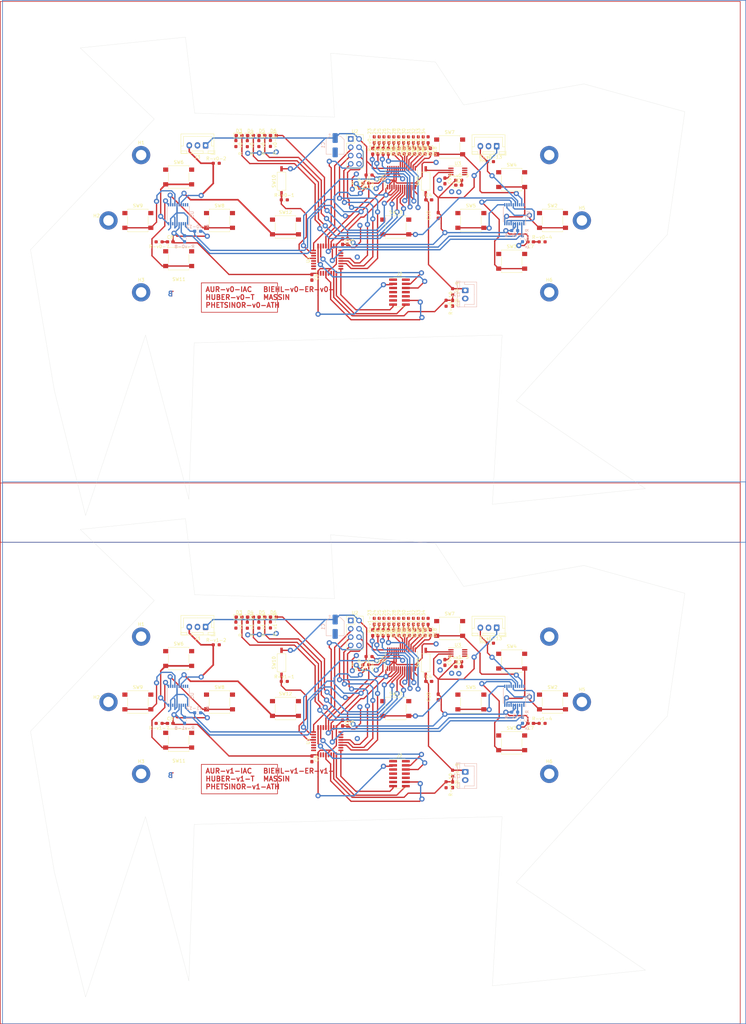
<source format=kicad_pcb>
(kicad_pcb (version 20221018) (generator pcbnew)
  (layers (0 "F.Cu" signal) (31 "B.Cu" signal) (34 "B.Paste" user) (35 "F.Paste" user) (36 "B.SilkS" user "B.Silkscreen") (37 "F.SilkS" user "F.Silkscreen") (38 "B.Mask" user) (39 "F.Mask" user) (44 "Edge.Cuts" user))
  (net 0 "")
  (net 1 "Glob_Alim-v0-")
  (net 2 "GND-v0-")
  (net 3 "POWER-v0-_CHECK-v0-")
  (net 4 "L-v0-i-ion-v0-")
  (net 5 "Net-(C7-Pad1)-v0-")
  (net 6 "Net-(C8-Pad1)-v0-")
  (net 7 "Net-(U3-BP)-v0-")
  (net 8 "Net-(D2-A)-v0-")
  (net 9 "Net-(D3-K)-v0-")
  (net 10 "Net-(D3-A)-v0-")
  (net 11 "Net-(D4-K)-v0-")
  (net 12 "Net-(D4-A)-v0-")
  (net 13 "Net-(D5-K)-v0-")
  (net 14 "Net-(D5-A)-v0-")
  (net 15 "Net-(D6-K)-v0-")
  (net 16 "Net-(D6-A)-v0-")
  (net 17 "Net-(D7-K)-v0-")
  (net 18 "Net-(D7-A)-v0-")
  (net 19 "Net-(D8-K)-v0-")
  (net 20 "Net-(D8-A)-v0-")
  (net 21 "Net-(D9-K)-v0-")
  (net 22 "Net-(D9-A)-v0-")
  (net 23 "Net-(D10-K)-v0-")
  (net 24 "Net-(D10-A)-v0-")
  (net 25 "Net-(D11-K)-v0-")
  (net 26 "Net-(D11-A)-v0-")
  (net 27 "Net-(D12-K)-v0-")
  (net 28 "Net-(D12-A)-v0-")
  (net 29 "Net-(D13-K)-v0-")
  (net 30 "Net-(D13-A)-v0-")
  (net 31 "Net-(D14-K)-v0-")
  (net 32 "Net-(D14-A)-v0-")
  (net 33 "Net-(D15-K)-v0-")
  (net 34 "Net-(D15-A)-v0-")
  (net 35 "Net-(D16-K)-v0-")
  (net 36 "Net-(D16-A)-v0-")
  (net 37 "Net-(D17-K)-v0-")
  (net 38 "Net-(D17-A)-v0-")
  (net 39 "Net-(D18-K)-v0-")
  (net 40 "Net-(D18-A)-v0-")
  (net 43 "SWDIO-v0-")
  (net 44 "SWDCK-v0-")
  (net 48 "R-v0-eset_Buton -v0-")
  (net 49 "USAR-v0-T2_R-v0-X-v0-")
  (net 50 "USAR-v0-T2_TX-v0-")
  (net 51 "R-v0-")
  (net 52 "L-v0-")
  (net 53 "NES{slash}SNES_switcher-v0-")
  (net 54 "DIO{slash}EX_CL-v0-K")
  (net 55 "DIO{slash}EX_SDA-v0-")
  (net 56 "DIODE_OE-v0-")
  (net 57 "Net-(#FL-v0-G05-pwr)")
  (net 58 "A_Button-v0-")
  (net 59 "B_Button-v0-")
  (net 60 "X_Button-v0-")
  (net 61 "Y_Button-v0-")
  (net 62 "UC_Button-v0-")
  (net 63 "Order_Search-v0-")
  (net 64 "L-v0-C_Button")
  (net 65 "R-v0-C_Button")
  (net 66 "DC_Button-v0-")
  (net 67 "ST_Button-v0-")
  (net 68 "SE_Button-v0-")
  (net 73 "Pin_Clock-v0-")
  (net 74 "Digital_Out_Put-v0-")
  (net 75 "MOSI-v0-")
  (net 79 "R-v0-X{slash}TX")
  (net 81 "CSN_nR-v0-F24")
  (net 99 "Glob_Alim-v1-")
  (net 100 "GND-v1-")
  (net 101 "POWER-v1-_CHECK-v1-")
  (net 102 "L-v1-i-ion-v1-")
  (net 103 "Net-(C7-Pad1)-v1-")
  (net 104 "Net-(C8-Pad1)-v1-")
  (net 105 "Net-(U3-BP)-v1-")
  (net 106 "Net-(D2-A)-v1-")
  (net 107 "Net-(D3-K)-v1-")
  (net 108 "Net-(D3-A)-v1-")
  (net 109 "Net-(D4-K)-v1-")
  (net 110 "Net-(D4-A)-v1-")
  (net 111 "Net-(D5-K)-v1-")
  (net 112 "Net-(D5-A)-v1-")
  (net 113 "Net-(D6-K)-v1-")
  (net 114 "Net-(D6-A)-v1-")
  (net 115 "Net-(D7-K)-v1-")
  (net 116 "Net-(D7-A)-v1-")
  (net 117 "Net-(D8-K)-v1-")
  (net 118 "Net-(D8-A)-v1-")
  (net 119 "Net-(D9-K)-v1-")
  (net 120 "Net-(D9-A)-v1-")
  (net 121 "Net-(D10-K)-v1-")
  (net 122 "Net-(D10-A)-v1-")
  (net 123 "Net-(D11-K)-v1-")
  (net 124 "Net-(D11-A)-v1-")
  (net 125 "Net-(D12-K)-v1-")
  (net 126 "Net-(D12-A)-v1-")
  (net 127 "Net-(D13-K)-v1-")
  (net 128 "Net-(D13-A)-v1-")
  (net 129 "Net-(D14-K)-v1-")
  (net 130 "Net-(D14-A)-v1-")
  (net 131 "Net-(D15-K)-v1-")
  (net 132 "Net-(D15-A)-v1-")
  (net 133 "Net-(D16-K)-v1-")
  (net 134 "Net-(D16-A)-v1-")
  (net 135 "Net-(D17-K)-v1-")
  (net 136 "Net-(D17-A)-v1-")
  (net 137 "Net-(D18-K)-v1-")
  (net 138 "Net-(D18-A)-v1-")
  (net 141 "SWDIO-v1-")
  (net 142 "SWDCK-v1-")
  (net 146 "R-v1-eset_Buton -v1-")
  (net 147 "USAR-v1-T2_R-v1-X-v1-")
  (net 148 "USAR-v1-T2_TX-v1-")
  (net 149 "R-v1-")
  (net 150 "L-v1-")
  (net 151 "NES{slash}SNES_switcher-v1-")
  (net 152 "DIO{slash}EX_CL-v1-K")
  (net 153 "DIO{slash}EX_SDA-v1-")
  (net 154 "DIODE_OE-v1-")
  (net 155 "Net-(#FL-v1-G05-pwr)")
  (net 156 "A_Button-v1-")
  (net 157 "B_Button-v1-")
  (net 158 "X_Button-v1-")
  (net 159 "Y_Button-v1-")
  (net 160 "UC_Button-v1-")
  (net 161 "Order_Search-v1-")
  (net 162 "L-v1-C_Button")
  (net 163 "R-v1-C_Button")
  (net 164 "DC_Button-v1-")
  (net 165 "ST_Button-v1-")
  (net 166 "SE_Button-v1-")
  (net 171 "Pin_Clock-v1-")
  (net 172 "Digital_Out_Put-v1-")
  (net 173 "MOSI-v1-")
  (net 177 "R-v1-X{slash}TX")
  (net 179 "CSN_nR-v1-F24")
  (footprint "L-v0-ED_SMD:L-v0-ED_0603_1608Metric_Pad1.05x0.95mm_HandSolder" (layer "F.Cu") (at 145.89697 70.422431 -90)
    (fp_text reference "D8")
    (fp_text value "G6")
  )
  (footprint "MountingHole:MountingHole_3.2mm_M3_DIN965_Pad" (layer "F.Cu") (at 198.37297 218.97464)
    (fp_text reference "H4")
    (fp_text value "MountingHole_Pad")
  )
  (footprint "Button_Switch_SMD:SW_SPST_B3S-1000" (layer "F.Cu") (at 199.37297 238.97464)
    (fp_text reference "SW2")
    (fp_text value "SW_Push")
  )
  (footprint "R-v0-esistor_SMD:R-v0-_0603_1608Metric_Pad0.98x0.95mm_HandSolder" (layer "F.Cu") (at 168.77297 113.397431 -90)
    (fp_text reference "R-v0-9")
    (fp_text value "1M")
  )
  (footprint "L-v0-ED_SMD:L-v0-ED_0603_1608Metric_Pad1.05x0.95mm_HandSolder" (layer "F.Cu") (at 103.37297 65.597431)
    (fp_text reference "D3")
    (fp_text value "G1")
  )
  (footprint "R-v0-esistor_SMD:R-v0-_0603_1608Metric_Pad0.98x0.95mm_HandSolder" (layer "F.Cu") (at 96.37297 74.097431)
    (fp_text reference "R-v0-2")
    (fp_text value "1K")
  )
  (footprint "L-v0-ED_SMD:L-v0-ED_0603_1608Metric_Pad1.05x0.95mm_HandSolder" (layer "F.Cu") (at 155.54797 70.397431 -90)
    (fp_text reference "D14")
    (fp_text value "O4")
  )
  (footprint "Capacitor_SMD:C_0603_1608Metric_Pad1.08x0.95mm_HandSolder" (layer "F.Cu") (at 168.77297 116.934931 -90)
    (fp_text reference "C2")
    (fp_text value "1nF")
  )
  (footprint "Capacitor_SMD:C_0603_1608Metric_Pad1.08x0.95mm_HandSolder" (layer "F.Cu") (at 136.59697 245.44664 -90)
    (fp_text reference "C6")
    (fp_text value "10u")
  )
  (footprint "R-v0-esistor_SMD:R-v0-_0603_1608Metric_Pad0.98x0.95mm_HandSolder" (layer "F.Cu") (at 142.18297 80.197431 180)
    (fp_text reference "R-v0-11")
    (fp_text value "10K")
  )
  (footprint "L-v0-ED_SMD:L-v0-ED_0603_1608Metric_Pad1.05x0.95mm_HandSolder" (layer "F.Cu") (at 161.97297 70.397431 -90)
    (fp_text reference "D18")
    (fp_text value "R-v0-4")
  )
  (footprint "R-v1-esistor_SMD:R-v1-_0603_1608Metric_Pad0.98x0.95mm_HandSolder" (layer "F.Cu") (at 153.77297 214.28714 90)
    (fp_text reference "R-v1-29")
    (fp_text value "1K")
  )
  (footprint "R-v1-esistor_SMD:R-v1-_0603_1608Metric_Pad0.98x0.95mm_HandSolder" (layer "F.Cu") (at 147.74297 214.28714 90)
    (fp_text reference "R-v1-25")
    (fp_text value "1K")
  )
  (footprint "Capacitor_SMD:C_0603_1608Metric_Pad1.08x0.95mm_HandSolder" (layer "F.Cu") (at 125.67497 108.991431 -90)
    (fp_text reference "C5")
    (fp_text value "100n")
  )
  (footprint "Button_Switch_SMD:SW_SPST_B3S-1000" (layer "F.Cu") (at 117.58297 93.597431)
    (fp_text reference "SW12")
    (fp_text value "SW_Push")
  )
  (footprint "Capacitor_SMD:C_0603_1608Metric_Pad1.08x0.95mm_HandSolder" (layer "F.Cu") (at 136.59697 98.069431 -90)
    (fp_text reference "C6")
    (fp_text value "10u")
  )
  (footprint "Button_Switch_SMD:SW_SPST_B3S-1000" (layer "F.Cu") (at 186.87297 104.097431)
    (fp_text reference "SW3")
    (fp_text value "SW_Push")
  )
  (footprint "MountingHole:MountingHole_3.2mm_M3_DIN965_Pad" (layer "F.Cu") (at 73.37297 260.97464)
    (fp_text reference "H3")
    (fp_text value "MountingHole_Pad")
  )
  (footprint "R-v1-esistor_SMD:R-v1-_0603_1608Metric_Pad0.98x0.95mm_HandSolder" (layer "F.Cu") (at 117.22297 232.67464)
    (fp_text reference "R-v1-1")
    (fp_text value "1K")
  )
  (footprint "MountingHole:MountingHole_3.2mm_M3_DIN965_Pad" (layer "F.Cu") (at 198.37297 113.597431)
    (fp_text reference "H6")
    (fp_text value "MountingHole_Pad")
  )
  (footprint "R-v0-esistor_SMD:R-v0-_0603_1608Metric_Pad0.98x0.95mm_HandSolder" (layer "F.Cu") (at 141.18297 81.697431)
    (fp_text reference "R-v0-14")
    (fp_text value "10K")
  )
  (footprint "R-v1-esistor_SMD:R-v1-_0603_1608Metric_Pad0.98x0.95mm_HandSolder" (layer "F.Cu") (at 180.37297 220.97464)
    (fp_text reference "R-v1-13")
    (fp_text value "1K")
  )
  (footprint "Button_Switch_SMD:SW_SPST_B3S-1000" (layer "F.Cu") (at 84.87297 78.297431)
    (fp_text reference "SW6")
    (fp_text value "SW_Push")
  )
  (footprint "Capacitor_SMD:C_0603_1608Metric_Pad1.08x0.95mm_HandSolder" (layer "F.Cu") (at 192.684994 245.52464 180)
    (fp_text reference "C7")
    (fp_text value "100nF")
  )
  (footprint "Button_Switch_SMD:SW_SPST_B3S-1000" (layer "F.Cu") (at 186.87297 79.097431)
    (fp_text reference "SW4")
    (fp_text value "SW_Push")
  )
  (footprint "L-v0-ED_SMD:L-v0-ED_0603_1608Metric_Pad1.05x0.95mm_HandSolder" (layer "F.Cu") (at 147.49797 70.422431 -90)
    (fp_text reference "D9")
    (fp_text value "G7")
  )
  (footprint "L-v1-ED_SMD:L-v1-ED_0603_1608Metric_Pad1.05x0.95mm_HandSolder" (layer "F.Cu") (at 158.74797 217.77464 -90)
    (fp_text reference "D16")
    (fp_text value "R-v1-2")
  )
  (footprint "Package_SO:TSSOP-28_4.4x9.7mm_P0.65mm" (layer "F.Cu") (at 153.10697 78.511431 90)
    (fp_text reference "U4")
    (fp_text value "PCA9685PW")
  )
  (footprint "Button_Switch_SMD:SW_DIP_SPSTx01_Slide_Copal_CHS-01B_W7.62mm_P1.27mm" (layer "F.Cu") (at 116.37297 79.597431 90)
    (fp_text reference "SW10")
    (fp_text value "SW_DIP_x01")
  )
  (footprint "L-v1-ED_SMD:L-v1-ED_0603_1608Metric_Pad1.05x0.95mm_HandSolder" (layer "F.Cu") (at 147.49797 217.79964 -90)
    (fp_text reference "D9")
    (fp_text value "G7")
  )
  (footprint "R-v1-esistor_SMD:R-v1-_0603_1608Metric_Pad0.98x0.95mm_HandSolder" (layer "F.Cu") (at 150.77297 214.28714 90)
    (fp_text reference "R-v1-27")
    (fp_text value "1K")
  )
  (footprint "Button_Switch_SMD:SW_SPST_B3S-1000" (layer "F.Cu") (at 72.37297 91.597431)
    (fp_text reference "SW9")
    (fp_text value "SW_Push")
  )
  (footprint "Capacitor_SMD:C_0603_1608Metric_Pad1.08x0.95mm_HandSolder" (layer "F.Cu") (at 166.42297 226.87464 -90)
    (fp_text reference "C9")
    (fp_text value "470p")
  )
  (footprint "R-v0-esistor_SMD:R-v0-_0603_1608Metric_Pad0.98x0.95mm_HandSolder" (layer "F.Cu") (at 196.184994 98.147431)
    (fp_text reference "R-v0-4")
    (fp_text value "1k")
  )
  (footprint "Button_Switch_SMD:SW_SPST_B3S-1000" (layer "F.Cu") (at 151.37297 240.97464)
    (fp_text reference "SW13")
    (fp_text value "SW_Push")
  )
  (footprint "Button_Switch_SMD:SW_SPST_B3S-1000" (layer "F.Cu") (at 84.87297 250.67464)
    (fp_text reference "SW11")
    (fp_text value "SW_Push")
  )
  (footprint "MountingHole:MountingHole_3.2mm_M3_DIN965_Pad" (layer "F.Cu") (at 198.37297 260.97464)
    (fp_text reference "H6")
    (fp_text value "MountingHole_Pad")
  )
  (footprint "R-v1-esistor_SMD:R-v1-_0603_1608Metric_Pad0.98x0.95mm_HandSolder" (layer "F.Cu") (at 105.89797 215.47464 -90)
    (fp_text reference "R-v1-20")
    (fp_text value "1K")
  )
  (footprint "R-v1-esistor_SMD:R-v1-_0603_1608Metric_Pad0.98x0.95mm_HandSolder" (layer "F.Cu") (at 156.77297 214.28714 90)
    (fp_text reference "R-v1-31")
    (fp_text value "1K")
  )
  (footprint "MountingHole:MountingHole_3.2mm_M3_DIN965_Pad" (layer "F.Cu") (at 208.37297 238.97464)
    (fp_text reference "H5")
    (fp_text value "MountingHole_Pad")
  )
  (footprint "R-v0-esistor_SMD:R-v0-_0603_1608Metric_Pad0.98x0.95mm_HandSolder" (layer "F.Cu") (at 117.22297 85.297431)
    (fp_text reference "R-v0-1")
    (fp_text value "1K")
  )
  (footprint "MountingHole:MountingHole_3.2mm_M3_DIN965_Pad" (layer "F.Cu") (at 208.37297 91.597431)
    (fp_text reference "H5")
    (fp_text value "MountingHole_Pad")
  )
  (footprint "R-v1-esistor_SMD:R-v1-_0603_1608Metric_Pad0.98x0.95mm_HandSolder" (layer "F.Cu") (at 144.77297 214.28714 90)
    (fp_text reference "R-v1-23")
    (fp_text value "1K")
  )
  (footprint "Button_Switch_SMD:SW_SPST_B3S-1000" (layer "F.Cu") (at 97.37297 91.597431)
    (fp_text reference "SW8")
    (fp_text value "SW_Push")
  )
  (footprint "L-v1-ED_SMD:L-v1-ED_0603_1608Metric_Pad1.05x0.95mm_HandSolder" (layer "F.Cu") (at 152.33297 217.78714 -90)
    (fp_text reference "D12")
    (fp_text value "O2")
  )
  (footprint "Button_Switch_SMD:SW_DIP_SPSTx01_Slide_Copal_CHS-01B_W7.62mm_P1.27mm" (layer "F.Cu") (at 116.37297 226.97464 90)
    (fp_text reference "SW10")
    (fp_text value "SW_DIP_x01")
  )
  (footprint "L-v0-ED_SMD:L-v0-ED_0603_1608Metric_Pad1.05x0.95mm_HandSolder" (layer "F.Cu") (at 153.94797 70.397431 -90)
    (fp_text reference "D13")
    (fp_text value "O3")
  )
  (footprint "R-v1-esistor_SMD:R-v1-_0603_1608Metric_Pad0.98x0.95mm_HandSolder" (layer "F.Cu") (at 166.77297 264.31214 -90)
    (fp_text reference "R-v1-10")
    (fp_text value "1M")
  )
  (footprint "Connector_JST:JST_XH_B3B-XH-A_1x03_P2.50mm_Vertical" (layer "F.Cu") (at 93.12297 68.622431 180)
    (fp_text reference "J3")
    (fp_text value "Conn_01x03")
  )
  (footprint "Connector_PinHeader_2.54mm:PinHeader_2x04_P2.54mm_Vertical" (layer "F.Cu") (at 137.57297 214.03464)
    (fp_text reference "U2")
    (fp_text value "nR-v1-F24_Full")
  )
  (footprint "Capacitor_SMD:C_0603_1608Metric_Pad1.08x0.95mm_HandSolder" (layer "F.Cu") (at 166.42297 79.497431 -90)
    (fp_text reference "C9")
    (fp_text value "470p")
  )
  (footprint "R-v1-esistor_SMD:R-v1-_0603_1608Metric_Pad0.98x0.95mm_HandSolder" (layer "F.Cu") (at 141.18297 229.07464)
    (fp_text reference "R-v1-14")
    (fp_text value "10K")
  )
  (footprint "R-v1-esistor_SMD:R-v1-_0603_1608Metric_Pad0.98x0.95mm_HandSolder" (layer "F.Cu") (at 155.27297 214.28714 90)
    (fp_text reference "R-v1-30")
    (fp_text value "1K")
  )
  (footprint "R-v0-esistor_SMD:R-v0-_0603_1608Metric_Pad0.98x0.95mm_HandSolder" (layer "F.Cu") (at 149.27297 66.909931 90)
    (fp_text reference "R-v0-26")
    (fp_text value "1K")
  )
  (footprint "R-v0-esistor_SMD:R-v0-_0603_1608Metric_Pad0.98x0.95mm_HandSolder" (layer "F.Cu") (at 161.27297 66.909931 90)
    (fp_text reference "R-v0-34")
    (fp_text value "1K")
  )
  (footprint "L-v1-ED_SMD:L-v1-ED_0603_1608Metric_Pad1.05x0.95mm_HandSolder" (layer "F.Cu") (at 170.63297 228.17464)
    (fp_text reference "D2")
    (fp_text value "L-v1-ED_Small")
  )
  (footprint "L-v0-ED_SMD:L-v0-ED_0603_1608Metric_Pad1.05x0.95mm_HandSolder" (layer "F.Cu") (at 158.74797 70.397431 -90)
    (fp_text reference "D16")
    (fp_text value "R-v0-2")
  )
  (footprint "MountingHole:MountingHole_3.2mm_M3_DIN965_Pad" (layer "F.Cu") (at 73.37297 218.97464)
    (fp_text reference "H1")
    (fp_text value "MountingHole_Pad")
  )
  (footprint "Capacitor_SMD:C_0603_1608Metric_Pad1.08x0.95mm_HandSolder" (layer "F.Cu") (at 164.36797 237.45714 -90)
    (fp_text reference "C10")
    (fp_text value "100nF")
  )
  (footprint "Capacitor_SMD:C_0603_1608Metric_Pad1.08x0.95mm_HandSolder" (layer "F.Cu") (at 161.46797 232.67464)
    (fp_text reference "C4")
    (fp_text value "1u")
  )
  (footprint "R-v1-esistor_SMD:R-v1-_0603_1608Metric_Pad0.98x0.95mm_HandSolder" (layer "F.Cu") (at 112.97297 215.39964 -90)
    (fp_text reference "R-v1-22")
    (fp_text value "1K")
  )
  (footprint "Button_Switch_SMD:SW_SPST_B3S-1000" (layer "F.Cu") (at 174.37297 91.597431)
    (fp_text reference "SW5")
    (fp_text value "SW_Push")
  )
  (footprint "Button_Switch_SMD:SW_SPST_B3S-1000" (layer "F.Cu") (at 84.87297 225.67464)
    (fp_text reference "SW6")
    (fp_text value "SW_Push")
  )
  (footprint "R-v0-esistor_SMD:R-v0-_0603_1608Metric_Pad0.98x0.95mm_HandSolder" (layer "F.Cu") (at 146.27297 66.909931 90)
    (fp_text reference "R-v0-24")
    (fp_text value "1K")
  )
  (footprint "Button_Switch_SMD:SW_SPST_B3S-1000" (layer "F.Cu") (at 97.37297 238.97464)
    (fp_text reference "SW8")
    (fp_text value "SW_Push")
  )
  (footprint "Button_Switch_SMD:SW_SPST_B3S-1000" (layer "F.Cu") (at 199.37297 91.597431)
    (fp_text reference "SW2")
    (fp_text value "SW_Push")
  )
  (footprint "R-v0-esistor_SMD:R-v0-_0603_1608Metric_Pad0.98x0.95mm_HandSolder" (layer "F.Cu") (at 180.37297 73.597431)
    (fp_text reference "R-v0-13")
    (fp_text value "1K")
  )
  (footprint "Capacitor_SMD:C_0603_1608Metric_Pad1.08x0.95mm_HandSolder" (layer "F.Cu") (at 192.684994 98.147431 180)
    (fp_text reference "C7")
    (fp_text value "100nF")
  )
  (footprint "L-v1-ED_SMD:L-v1-ED_0603_1608Metric_Pad1.05x0.95mm_HandSolder" (layer "F.Cu") (at 161.97297 217.77464 -90)
    (fp_text reference "D18")
    (fp_text value "R-v1-4")
  )
  (footprint "L-v1-ED_SMD:L-v1-ED_0603_1608Metric_Pad1.05x0.95mm_HandSolder" (layer "F.Cu") (at 150.69797 217.79964 -90)
    (fp_text reference "D11")
    (fp_text value "O1")
  )
  (footprint "R-v0-esistor_SMD:R-v0-_0603_1608Metric_Pad0.98x0.95mm_HandSolder" (layer "F.Cu") (at 109.42297 68.072431 -90)
    (fp_text reference "R-v0-21")
    (fp_text value "1K")
  )
  (footprint "L-v1-ED_SMD:L-v1-ED_0603_1608Metric_Pad1.05x0.95mm_HandSolder" (layer "F.Cu") (at 160.34797 217.77464 -90)
    (fp_text reference "D17")
    (fp_text value "R-v1-3")
  )
  (footprint "L-v0-ED_SMD:L-v0-ED_0603_1608Metric_Pad1.05x0.95mm_HandSolder" (layer "F.Cu") (at 149.09797 70.422431 -90)
    (fp_text reference "D10")
    (fp_text value "G8")
  )
  (footprint "R-v1-esistor_SMD:R-v1-_0603_1608Metric_Pad0.98x0.95mm_HandSolder" (layer "F.Cu") (at 158.27297 214.28714 90)
    (fp_text reference "R-v1-32")
    (fp_text value "1K")
  )
  (footprint "R-v1-esistor_SMD:R-v1-_0603_1608Metric_Pad0.98x0.95mm_HandSolder" (layer "F.Cu") (at 170.63297 226.65064)
    (fp_text reference "R-v1-3")
    (fp_text value "1K")
  )
  (footprint "R-v0-esistor_SMD:R-v0-_0603_1608Metric_Pad0.98x0.95mm_HandSolder" (layer "F.Cu") (at 170.63297 79.273431)
    (fp_text reference "R-v0-3")
    (fp_text value "1K")
  )
  (footprint "Package_SO:MSOP-8_3x3mm_P0.65mm" (layer "F.Cu") (at 170.37297 76.597431)
    (fp_text reference "U3")
    (fp_text value "MIC5219-3.3YMM")
  )
  (footprint "L-v0-ED_SMD:L-v0-ED_0603_1608Metric_Pad1.05x0.95mm_HandSolder" (layer "F.Cu") (at 152.33297 70.409931 -90)
    (fp_text reference "D12")
    (fp_text value "O2")
  )
  (footprint "Button_Switch_SMD:SW_SPST_B3S-1000" (layer "F.Cu") (at 167.87297 216.47464)
    (fp_text reference "SW7")
    (fp_text value "SW_SPST")
  )
  (footprint "L-v0-ED_SMD:L-v0-ED_0603_1608Metric_Pad1.05x0.95mm_HandSolder" (layer "F.Cu") (at 106.87297 65.597431)
    (fp_text reference "D4")
    (fp_text value "G2")
  )
  (footprint "Button_Switch_SMD:SW_SPST_B3S-1000" (layer "F.Cu") (at 84.87297 103.297431)
    (fp_text reference "SW11")
    (fp_text value "SW_Push")
  )
  (footprint "R-v1-esistor_SMD:R-v1-_0603_1608Metric_Pad0.98x0.95mm_HandSolder" (layer "F.Cu") (at 168.77297 260.77464 -90)
    (fp_text reference "R-v1-9")
    (fp_text value "1M")
  )
  (footprint "R-v0-esistor_SMD:R-v0-_0603_1608Metric_Pad0.98x0.95mm_HandSolder" (layer "F.Cu") (at 166.77297 116.934931 -90)
    (fp_text reference "R-v0-10")
    (fp_text value "1M")
  )
  (footprint "R-v0-esistor_SMD:R-v0-_0603_1608Metric_Pad0.98x0.95mm_HandSolder" (layer "F.Cu") (at 143.18297 77.697431 180)
    (fp_text reference "R-v0-16")
    (fp_text value "10K")
  )
  (footprint "Button_Switch_SMD:SW_SPST_B3S-1000" (layer "F.Cu") (at 186.87297 251.47464)
    (fp_text reference "SW3")
    (fp_text value "SW_Push")
  )
  (footprint "Capacitor_SMD:C_0603_1608Metric_Pad1.08x0.95mm_HandSolder" (layer "F.Cu") (at 135.07297 245.44664 -90)
    (fp_text reference "C3")
    (fp_text value "100n")
  )
  (footprint "Button_Switch_SMD:SW_DIP_SPSTx01_Slide_Copal_CHS-01B_W7.62mm_P1.27mm" (layer "F.Cu") (at 160.54297 79.597431 90)
    (fp_text reference "SW1")
    (fp_text value "SW_DIP_x01")
  )
  (footprint "Capacitor_SMD:C_0603_1608Metric_Pad1.08x0.95mm_HandSolder" (layer "F.Cu") (at 161.46797 85.297431)
    (fp_text reference "C4")
    (fp_text value "1u")
  )
  (footprint "R-v0-esistor_SMD:R-v0-_0603_1608Metric_Pad0.98x0.95mm_HandSolder" (layer "F.Cu") (at 155.27297 66.909931 90)
    (fp_text reference "R-v0-30")
    (fp_text value "1K")
  )
  (footprint "R-v1-esistor_SMD:R-v1-_0603_1608Metric_Pad0.98x0.95mm_HandSolder" (layer "F.Cu") (at 102.39797 215.44964 -90)
    (fp_text reference "R-v1-18")
    (fp_text value "1K")
  )
  (footprint "L-v1-ED_SMD:L-v1-ED_0603_1608Metric_Pad1.05x0.95mm_HandSolder" (layer "F.Cu") (at 145.89697 217.79964 -90)
    (fp_text reference "D8")
    (fp_text value "G6")
  )
  (footprint "R-v0-esistor_SMD:R-v0-_0603_1608Metric_Pad0.98x0.95mm_HandSolder" (layer "F.Cu") (at 144.77297 66.909931 90)
    (fp_text reference "R-v0-23")
    (fp_text value "1K")
  )
  (footprint "Button_Switch_SMD:SW_DIP_SPSTx01_Slide_Copal_CHS-01B_W7.62mm_P1.27mm" (layer "F.Cu") (at 160.54297 226.97464 90)
    (fp_text reference "SW1")
    (fp_text value "SW_DIP_x01")
  )
  (footprint "R-v1-esistor_SMD:R-v1-_0603_1608Metric_Pad0.98x0.95mm_HandSolder" (layer "F.Cu") (at 78.880946 245.52464 180)
    (fp_text reference "R-v1-7")
    (fp_text value "1k")
  )
  (footprint "R-v0-esistor_SMD:R-v0-_0603_1608Metric_Pad0.98x0.95mm_HandSolder" (layer "F.Cu") (at 147.74297 66.909931 90)
    (fp_text reference "R-v0-25")
    (fp_text value "1K")
  )
  (footprint "Connector_JST:JST_XH_B3B-XH-A_1x03_P2.50mm_Vertical" (layer "F.Cu") (at 182.27697 216.23664 180)
    (fp_text reference "J4")
    (fp_text value "Conn_01x03")
  )
  (footprint "R-v1-esistor_SMD:R-v1-_0603_1608Metric_Pad0.98x0.95mm_HandSolder" (layer "F.Cu") (at 196.184994 245.52464)
    (fp_text reference "R-v1-4")
    (fp_text value "1k")
  )
  (footprint "R-v1-esistor_SMD:R-v1-_0603_1608Metric_Pad0.98x0.95mm_HandSolder" (layer "F.Cu") (at 149.27297 214.28714 90)
    (fp_text reference "R-v1-26")
    (fp_text value "1K")
  )
  (footprint "L-v1-ED_SMD:L-v1-ED_0603_1608Metric_Pad1.05x0.95mm_HandSolder" (layer "F.Cu") (at 113.87297 212.97464)
    (fp_text reference "D6")
    (fp_text value "G4")
  )
  (footprint "L-v1-ED_SMD:L-v1-ED_0603_1608Metric_Pad1.05x0.95mm_HandSolder" (layer "F.Cu") (at 106.87297 212.97464)
    (fp_text reference "D4")
    (fp_text value "G2")
  )
  (footprint "L-v0-ED_SMD:L-v0-ED_0603_1608Metric_Pad1.05x0.95mm_HandSolder" (layer "F.Cu") (at 113.87297 65.597431)
    (fp_text reference "D6")
    (fp_text value "G4")
  )
  (footprint "Connector_PinHeader_1.27mm:PinHeader_2x07_P1.27mm_Vertical_SMD" (layer "F.Cu") (at 152.49797 260.91464)
    (fp_text reference "J2")
    (fp_text value "Conn_02x07_Odd_Even")
  )
  (footprint "Package_SO:TSSOP-28_4.4x9.7mm_P0.65mm" (layer "F.Cu") (at 153.10697 225.88864 90)
    (fp_text reference "U4")
    (fp_text value "PCA9685PW")
  )
  (footprint "R-v0-esistor_SMD:R-v0-_0603_1608Metric_Pad0.98x0.95mm_HandSolder" (layer "F.Cu") (at 159.77297 66.909931 90)
    (fp_text reference "R-v0-33")
    (fp_text value "1K")
  )
  (footprint "Button_Switch_SMD:SW_SPST_B3S-1000" (layer "F.Cu") (at 167.87297 69.097431)
    (fp_text reference "SW7")
    (fp_text value "SW_SPST")
  )
  (footprint "Connector_JST:JST_XH_B3B-XH-A_1x03_P2.50mm_Vertical" (layer "F.Cu") (at 182.27697 68.859431 180)
    (fp_text reference "J4")
    (fp_text value "Conn_01x03")
  )
  (footprint "MountingHole:MountingHole_3.2mm_M3_DIN965_Pad" (layer "F.Cu") (at 63.37297 238.97464)
    (fp_text reference "H2")
    (fp_text value "MountingHole_Pad")
  )
  (footprint "Connector_JST:JST_XH_B3B-XH-A_1x03_P2.50mm_Vertical" (layer "F.Cu") (at 93.12297 215.99964 180)
    (fp_text reference "J3")
    (fp_text value "Conn_01x03")
  )
  (footprint "R-v1-esistor_SMD:R-v1-_0603_1608Metric_Pad0.98x0.95mm_HandSolder" (layer "F.Cu") (at 146.27297 214.28714 90)
    (fp_text reference "R-v1-24")
    (fp_text value "1K")
  )
  (footprint "Capacitor_SMD:C_0603_1608Metric_Pad1.08x0.95mm_HandSolder" (layer "F.Cu") (at 164.36797 90.079931 -90)
    (fp_text reference "C10")
    (fp_text value "100nF")
  )
  (footprint "Package_QFP:L-v0-QFP-32_7x7mm_P0.8mm" (layer "F.Cu") (at 130.37297 103.597431 90)
    (fp_text reference "U1")
    (fp_text value "STM32L-v0-412KBTx")
  )
  (footprint "L-v1-ED_SMD:L-v1-ED_0603_1608Metric_Pad1.05x0.95mm_HandSolder" (layer "F.Cu") (at 144.29797 217.79964 -90)
    (fp_text reference "D7")
    (fp_text value "G5")
  )
  (footprint "R-v1-esistor_SMD:R-v1-_0603_1608Metric_Pad0.98x0.95mm_HandSolder" (layer "F.Cu") (at 161.27297 214.28714 90)
    (fp_text reference "R-v1-34")
    (fp_text value "1K")
  )
  (footprint "L-v0-ED_SMD:L-v0-ED_0603_1608Metric_Pad1.05x0.95mm_HandSolder" (layer "F.Cu") (at 157.14797 70.397431 -90)
    (fp_text reference "D15")
    (fp_text value "R-v0-1")
  )
  (footprint "L-v1-ED_SMD:L-v1-ED_0603_1608Metric_Pad1.05x0.95mm_HandSolder" (layer "F.Cu") (at 103.37297 212.97464)
    (fp_text reference "D3")
    (fp_text value "G1")
  )
  (footprint "Button_Switch_SMD:SW_SPST_B3S-1000" (layer "F.Cu") (at 117.58297 240.97464)
    (fp_text reference "SW12")
    (fp_text value "SW_Push")
  )
  (footprint "Button_Switch_SMD:SW_SPST_B3S-1000" (layer "F.Cu") (at 174.37297 238.97464)
    (fp_text reference "SW5")
    (fp_text value "SW_Push")
  )
  (footprint "R-v0-esistor_SMD:R-v0-_0603_1608Metric_Pad0.98x0.95mm_HandSolder" (layer "F.Cu") (at 150.77297 66.909931 90)
    (fp_text reference "R-v0-27")
    (fp_text value "1K")
  )
  (footprint "L-v1-ED_SMD:L-v1-ED_0603_1608Metric_Pad1.05x0.95mm_HandSolder" (layer "F.Cu") (at 110.37297 212.97464)
    (fp_text reference "D5")
    (fp_text value "G3")
  )
  (footprint "L-v0-ED_SMD:L-v0-ED_0603_1608Metric_Pad1.05x0.95mm_HandSolder" (layer "F.Cu") (at 110.37297 65.597431)
    (fp_text reference "D5")
    (fp_text value "G3")
  )
  (footprint "Connector_PinHeader_2.54mm:PinHeader_2x04_P2.54mm_Vertical" (layer "F.Cu") (at 137.57297 66.657431)
    (fp_text reference "U2")
    (fp_text value "nR-v0-F24_Full")
  )
  (footprint "L-v1-ED_SMD:L-v1-ED_0603_1608Metric_Pad1.05x0.95mm_HandSolder" (layer "F.Cu") (at 149.09797 217.79964 -90)
    (fp_text reference "D10")
    (fp_text value "G8")
  )
  (footprint "R-v1-esistor_SMD:R-v1-_0603_1608Metric_Pad0.98x0.95mm_HandSolder" (layer "F.Cu") (at 143.18297 225.07464 180)
    (fp_text reference "R-v1-16")
    (fp_text value "10K")
  )
  (footprint "L-v1-ED_SMD:L-v1-ED_0603_1608Metric_Pad1.05x0.95mm_HandSolder" (layer "F.Cu") (at 155.54797 217.77464 -90)
    (fp_text reference "D14")
    (fp_text value "O4")
  )
  (footprint "R-v1-esistor_SMD:R-v1-_0603_1608Metric_Pad0.98x0.95mm_HandSolder" (layer "F.Cu") (at 159.77297 214.28714 90)
    (fp_text reference "R-v1-33")
    (fp_text value "1K")
  )
  (footprint "Capacitor_SMD:C_0603_1608Metric_Pad1.08x0.95mm_HandSolder" (layer "F.Cu") (at 82.280946 245.52464)
    (fp_text reference "C8")
    (fp_text value "100nF")
  )
  (footprint "Capacitor_SMD:C_0603_1608Metric_Pad1.08x0.95mm_HandSolder" (layer "F.Cu") (at 125.67497 256.36864 -90)
    (fp_text reference "C5")
    (fp_text value "100n")
  )
  (footprint "Capacitor_SMD:C_0603_1608Metric_Pad1.08x0.95mm_HandSolder" (layer "F.Cu") (at 168.77297 264.31214 -90)
    (fp_text reference "C2")
    (fp_text value "1nF")
  )
  (footprint "Button_Switch_SMD:SW_SPST_B3S-1000" (layer "F.Cu") (at 151.37297 93.597431)
    (fp_text reference "SW13")
    (fp_text value "SW_Push")
  )
  (footprint "R-v0-esistor_SMD:R-v0-_0603_1608Metric_Pad0.98x0.95mm_HandSolder" (layer "F.Cu") (at 102.39797 68.072431 -90)
    (fp_text reference "R-v0-18")
    (fp_text value "1K")
  )
  (footprint "MountingHole:MountingHole_3.2mm_M3_DIN965_Pad" (layer "F.Cu") (at 73.37297 71.597431)
    (fp_text reference "H1")
    (fp_text value "MountingHole_Pad")
  )
  (footprint "R-v0-esistor_SMD:R-v0-_0603_1608Metric_Pad0.98x0.95mm_HandSolder" (layer "F.Cu") (at 105.89797 68.097431 -90)
    (fp_text reference "R-v0-20")
    (fp_text value "1K")
  )
  (footprint "R-v1-esistor_SMD:R-v1-_0603_1608Metric_Pad0.98x0.95mm_HandSolder" (layer "F.Cu") (at 109.42297 215.44964 -90)
    (fp_text reference "R-v1-21")
    (fp_text value "1K")
  )
  (footprint "MountingHole:MountingHole_3.2mm_M3_DIN965_Pad" (layer "F.Cu") (at 73.37297 113.597431)
    (fp_text reference "H3")
    (fp_text value "MountingHole_Pad")
  )
  (footprint "L-v0-ED_SMD:L-v0-ED_0603_1608Metric_Pad1.05x0.95mm_HandSolder" (layer "F.Cu") (at 160.34797 70.397431 -90)
    (fp_text reference "D17")
    (fp_text value "R-v0-3")
  )
  (footprint "R-v1-esistor_SMD:R-v1-_0603_1608Metric_Pad0.98x0.95mm_HandSolder" (layer "F.Cu") (at 142.18297 227.57464 180)
    (fp_text reference "R-v1-11")
    (fp_text value "10K")
  )
  (footprint "Package_SO:MSOP-8_3x3mm_P0.65mm" (layer "F.Cu") (at 170.37297 223.97464)
    (fp_text reference "U3")
    (fp_text value "MIC5219-3.3YMM")
  )
  (footprint "Button_Switch_SMD:SW_SPST_B3S-1000" (layer "F.Cu") (at 186.87297 226.47464)
    (fp_text reference "SW4")
    (fp_text value "SW_Push")
  )
  (footprint "L-v1-ED_SMD:L-v1-ED_0603_1608Metric_Pad1.05x0.95mm_HandSolder" (layer "F.Cu") (at 153.94797 217.77464 -90)
    (fp_text reference "D13")
    (fp_text value "O3")
  )
  (footprint "Capacitor_SMD:C_0603_1608Metric_Pad1.08x0.95mm_HandSolder" (layer "F.Cu") (at 135.07297 98.069431 -90)
    (fp_text reference "C3")
    (fp_text value "100n")
  )
  (footprint "R-v0-esistor_SMD:R-v0-_0603_1608Metric_Pad0.98x0.95mm_HandSolder" (layer "F.Cu") (at 158.27297 66.909931 90)
    (fp_text reference "R-v0-32")
    (fp_text value "1K")
  )
  (footprint "L-v0-ED_SMD:L-v0-ED_0603_1608Metric_Pad1.05x0.95mm_HandSolder" (layer "F.Cu") (at 150.69797 70.422431 -90)
    (fp_text reference "D11")
    (fp_text value "O1")
  )
  (footprint "L-v0-ED_SMD:L-v0-ED_0603_1608Metric_Pad1.05x0.95mm_HandSolder" (layer "F.Cu") (at 170.63297 80.797431)
    (fp_text reference "D2")
    (fp_text value "L-v0-ED_Small")
  )
  (footprint "R-v1-esistor_SMD:R-v1-_0603_1608Metric_Pad0.98x0.95mm_HandSolder" (layer "F.Cu") (at 96.37297 221.47464)
    (fp_text reference "R-v1-2")
    (fp_text value "1K")
  )
  (footprint "L-v0-ED_SMD:L-v0-ED_0603_1608Metric_Pad1.05x0.95mm_HandSolder" (layer "F.Cu") (at 144.29797 70.422431 -90)
    (fp_text reference "D7")
    (fp_text value "G5")
  )
  (footprint "R-v0-esistor_SMD:R-v0-_0603_1608Metric_Pad0.98x0.95mm_HandSolder" (layer "F.Cu") (at 112.97297 68.022431 -90)
    (fp_text reference "R-v0-22")
    (fp_text value "1K")
  )
  (footprint "R-v0-esistor_SMD:R-v0-_0603_1608Metric_Pad0.98x0.95mm_HandSolder" (layer "F.Cu") (at 156.77297 66.909931 90)
    (fp_text reference "R-v0-31")
    (fp_text value "1K")
  )
  (footprint "MountingHole:MountingHole_3.2mm_M3_DIN965_Pad" (layer "F.Cu") (at 198.37297 71.597431)
    (fp_text reference "H4")
    (fp_text value "MountingHole_Pad")
  )
  (footprint "MountingHole:MountingHole_3.2mm_M3_DIN965_Pad" (layer "F.Cu") (at 63.37297 91.597431)
    (fp_text reference "H2")
    (fp_text value "MountingHole_Pad")
  )
  (footprint "R-v1-esistor_SMD:R-v1-_0603_1608Metric_Pad0.98x0.95mm_HandSolder" (layer "F.Cu") (at 152.27297 214.28714 90)
    (fp_text reference "R-v1-28")
    (fp_text value "1K")
  )
  (footprint "Package_QFP:L-v1-QFP-32_7x7mm_P0.8mm" (layer "F.Cu") (at 130.37297 250.97464 90)
    (fp_text reference "U1")
    (fp_text value "STM32L-v1-412KBTx")
  )
  (footprint "R-v0-esistor_SMD:R-v0-_0603_1608Metric_Pad0.98x0.95mm_HandSolder" (layer "F.Cu") (at 153.77297 66.909931 90)
    (fp_text reference "R-v0-29")
    (fp_text value "1K")
  )
  (footprint "Capacitor_SMD:C_0603_1608Metric_Pad1.08x0.95mm_HandSolder" (layer "F.Cu") (at 82.280946 98.147431)
    (fp_text reference "C8")
    (fp_text value "100nF")
  )
  (footprint "R-v0-esistor_SMD:R-v0-_0603_1608Metric_Pad0.98x0.95mm_HandSolder" (layer "F.Cu") (at 78.880946 98.147431 180)
    (fp_text reference "R-v0-7")
    (fp_text value "1k")
  )
  (footprint "R-v0-esistor_SMD:R-v0-_0603_1608Metric_Pad0.98x0.95mm_HandSolder" (layer "F.Cu") (at 152.27297 66.909931 90)
    (fp_text reference "R-v0-28")
    (fp_text value "1K")
  )
  (footprint "Button_Switch_SMD:SW_SPST_B3S-1000" (layer "F.Cu") (at 72.37297 238.97464)
    (fp_text reference "SW9")
    (fp_text value "SW_Push")
  )
  (footprint "Connector_PinHeader_1.27mm:PinHeader_2x07_P1.27mm_Vertical_SMD" (layer "F.Cu") (at 152.49797 113.537431)
    (fp_text reference "J2")
    (fp_text value "Conn_02x07_Odd_Even")
  )
  (footprint "L-v1-ED_SMD:L-v1-ED_0603_1608Metric_Pad1.05x0.95mm_HandSolder" (layer "F.Cu") (at 157.14797 217.77464 -90)
    (fp_text reference "D15")
    (fp_text value "R-v1-1")
  )
  (footprint "R-v1-esistor_SMD:R-v1-_0603_1608Metric_Pad0.98x0.95mm_HandSolder" (layer "B.Cu") (at 90.68297 242.27464 180)
    (fp_text reference "R-v1-12")
    (fp_text value "10K")
  )
  (footprint "R-v0-esistor_SMD:R-v0-_0603_1608Metric_Pad0.98x0.95mm_HandSolder" (layer "B.Cu") (at 190.18297 97.197431 90)
    (fp_text reference "R-v0-5")
    (fp_text value "10K")
  )
  (footprint "R-v1-esistor_SMD:R-v1-_0603_1608Metric_Pad0.98x0.95mm_HandSolder" (layer "B.Cu") (at 187.78297 242.07464)
    (fp_text reference "R-v1-6")
    (fp_text value "10K")
  )
  (footprint "Capacitor_SMD:CP_Elec_5x5.4" (layer "B.Cu") (at 132.80297 215.94464 -90)
    (fp_text reference "C1")
    (fp_text value "22uF")
  )
  (footprint "Connector_JST:JST_XH_B2B-XH-A_1x02_P2.50mm_Vertical" (layer "B.Cu") (at 172.64797 260.37464 -90)
    (fp_text reference "J1")
    (fp_text value "Conn_01x02")
  )
  (footprint "R-v0-esistor_SMD:R-v0-_0603_1608Metric_Pad0.98x0.95mm_HandSolder" (layer "B.Cu") (at 187.78297 94.697431)
    (fp_text reference "R-v0-6")
    (fp_text value "10K")
  )
  (footprint "R-v0-esistor_SMD:R-v0-_0603_1608Metric_Pad0.98x0.95mm_HandSolder" (layer "B.Cu") (at 90.68297 94.897431 180)
    (fp_text reference "R-v0-12")
    (fp_text value "10K")
  )
  (footprint "Package_SO:SSOP-20_4.4x6.5mm_P0.65mm" (layer "B.Cu") (at 84.68297 89.697431 90)
    (fp_text reference "U5")
    (fp_text value "PCF8574TS")
  )
  (footprint "R-v1-esistor_SMD:R-v1-_0603_1608Metric_Pad0.98x0.95mm_HandSolder" (layer "B.Cu") (at 86.68297 244.57464 90)
    (fp_text reference "R-v1-8")
    (fp_text value "10K")
  )
  (footprint "Package_SO:SSOP-20_4.4x6.5mm_P0.65mm" (layer "B.Cu") (at 187.68297 89.697431 90)
    (fp_text reference "U6")
    (fp_text value "PCF8574TS")
  )
  (footprint "Package_SO:SSOP-20_4.4x6.5mm_P0.65mm" (layer "B.Cu") (at 84.68297 237.07464 90)
    (fp_text reference "U5")
    (fp_text value "PCF8574TS")
  )
  (footprint "R-v1-esistor_SMD:R-v1-_0603_1608Metric_Pad0.98x0.95mm_HandSolder" (layer "B.Cu") (at 190.18297 244.57464 90)
    (fp_text reference "R-v1-5")
    (fp_text value "10K")
  )
  (footprint "Capacitor_SMD:CP_Elec_5x5.4" (layer "B.Cu") (at 132.80297 68.567431 -90)
    (fp_text reference "C1")
    (fp_text value "22uF")
  )
  (footprint "Package_SO:SSOP-20_4.4x6.5mm_P0.65mm" (layer "B.Cu") (at 187.68297 237.07464 90)
    (fp_text reference "U6")
    (fp_text value "PCF8574TS")
  )
  (footprint "Connector_JST:JST_XH_B2B-XH-A_1x02_P2.50mm_Vertical" (layer "B.Cu") (at 172.64797 112.997431 -90)
    (fp_text reference "J1")
    (fp_text value "Conn_01x02")
  )
  (footprint "R-v0-esistor_SMD:R-v0-_0603_1608Metric_Pad0.98x0.95mm_HandSolder" (layer "B.Cu") (at 86.68297 97.197431 90)
    (fp_text reference "R-v0-8")
    (fp_text value "10K")
  )
  (gr_rect (start 30.24297 171.94464) (end 256.88297 337.47464) (stroke (width 0.2)) (fill none) (layer "F.Cu"))
  (gr_rect (start 30.24297 24.567431) (end 256.88297 190.097431) (stroke (width 0.2)) (fill none) (layer "F.Cu"))
  (gr_rect (start 30.91297 24.227431) (end 258.56297 190.097431) (stroke (width 0.2)) (fill none) (layer "B.Cu"))
  (gr_rect (start 30.91297 171.60464) (end 258.56297 337.47464) (stroke (width 0.2)) (fill none) (layer "B.Cu"))
  (gr_line (start 132.61297 59.967431) (end 89.78297 58.777431) (stroke (width 0.05)) (layer "Edge.Cuts"))
  (gr_line (start 54.71297 186.15464) (end 77.39297 207.94464) (stroke (width 0.05)) (layer "Edge.Cuts"))
  (gr_line (start 132.61297 207.34464) (end 89.78297 206.15464) (stroke (width 0.05)) (layer "Edge.Cuts"))
  (gr_line (start 87.99297 176.967431) (end 89.63297 129.057431) (stroke (width 0.05)) (layer "Edge.Cuts"))
  (gr_line (start 227.82297 321.05464) (end 188.27297 294.19464) (stroke (width 0.05)) (layer "Edge.Cuts"))
  (gr_line (start 74.71297 126.677431) (end 87.99297 176.967431) (stroke (width 0.05)) (layer "Edge.Cuts"))
  (gr_line (start 234.53297 95.937431) (end 239.90297 58.327431) (stroke (width 0.05)) (layer "Edge.Cuts"))
  (gr_line (start 234.53297 243.31464) (end 239.90297 205.70464) (stroke (width 0.05)) (layer "Edge.Cuts"))
  (gr_line (start 74.71297 274.05464) (end 87.99297 324.34464) (stroke (width 0.05)) (layer "Edge.Cuts"))
  (gr_line (start 54.71297 38.777431) (end 77.39297 60.567431) (stroke (width 0.05)) (layer "Edge.Cuts"))
  (gr_line (start 87.99297 324.34464) (end 89.63297 276.43464) (stroke (width 0.05)) (layer "Edge.Cuts"))
  (gr_line (start 39.49297 100.557431) (end 46.80297 143.687431) (stroke (width 0.05)) (layer "Edge.Cuts"))
  (gr_line (start 239.90297 58.327431) (end 209.01297 49.817431) (stroke (width 0.05)) (layer "Edge.Cuts"))
  (gr_line (start 77.39297 60.567431) (end 39.49297 100.557431) (stroke (width 0.05)) (layer "Edge.Cuts"))
  (gr_line (start 239.90297 205.70464) (end 209.01297 197.19464) (stroke (width 0.05)) (layer "Edge.Cuts"))
  (gr_line (start 131.41297 40.417431) (end 132.61297 59.967431) (stroke (width 0.05)) (layer "Edge.Cuts"))
  (gr_line (start 56.35297 329.26464) (end 74.71297 274.05464) (stroke (width 0.05)) (layer "Edge.Cuts"))
  (gr_line (start 172.15297 203.61464) (end 163.50297 190.48464) (stroke (width 0.05)) (layer "Edge.Cuts"))
  (gr_line (start 183.94297 126.677431) (end 180.96297 178.457431) (stroke (width 0.05)) (layer "Edge.Cuts"))
  (gr_line (start 163.50297 43.107431) (end 131.41297 40.417431) (stroke (width 0.05)) (layer "Edge.Cuts"))
  (gr_line (start 86.94297 182.87464) (end 54.71297 186.15464) (stroke (width 0.05)) (layer "Edge.Cuts"))
  (gr_line (start 86.94297 35.497431) (end 54.71297 38.777431) (stroke (width 0.05)) (layer "Edge.Cuts"))
  (gr_line (start 209.01297 49.817431) (end 172.15297 56.237431) (stroke (width 0.05)) (layer "Edge.Cuts"))
  (gr_line (start 89.63297 276.43464) (end 183.94297 274.05464) (stroke (width 0.05)) (layer "Edge.Cuts"))
  (gr_line (start 39.49297 247.93464) (end 46.80297 291.06464) (stroke (width 0.05)) (layer "Edge.Cuts"))
  (gr_line (start 209.01297 197.19464) (end 172.15297 203.61464) (stroke (width 0.05)) (layer "Edge.Cuts"))
  (gr_line (start 227.82297 173.677431) (end 188.27297 146.817431) (stroke (width 0.05)) (layer "Edge.Cuts"))
  (gr_line (start 89.63297 129.057431) (end 183.94297 126.677431) (stroke (width 0.05)) (layer "Edge.Cuts"))
  (gr_line (start 89.78297 58.777431) (end 86.94297 35.497431) (stroke (width 0.05)) (layer "Edge.Cuts"))
  (gr_line (start 131.41297 187.79464) (end 132.61297 207.34464) (stroke (width 0.05)) (layer "Edge.Cuts"))
  (gr_line (start 46.80297 291.06464) (end 56.35297 329.26464) (stroke (width 0.05)) (layer "Edge.Cuts"))
  (gr_line (start 77.39297 207.94464) (end 39.49297 247.93464) (stroke (width 0.05)) (layer "Edge.Cuts"))
  (gr_line (start 188.27297 146.817431) (end 234.53297 95.937431) (stroke (width 0.05)) (layer "Edge.Cuts"))
  (gr_line (start 180.96297 178.457431) (end 227.82297 173.677431) (stroke (width 0.05)) (layer "Edge.Cuts"))
  (gr_line (start 172.15297 56.237431) (end 163.50297 43.107431) (stroke (width 0.05)) (layer "Edge.Cuts"))
  (gr_line (start 183.94297 274.05464) (end 180.96297 325.83464) (stroke (width 0.05)) (layer "Edge.Cuts"))
  (gr_line (start 56.35297 181.887431) (end 74.71297 126.677431) (stroke (width 0.05)) (layer "Edge.Cuts"))
  (gr_line (start 89.78297 206.15464) (end 86.94297 182.87464) (stroke (width 0.05)) (layer "Edge.Cuts"))
  (gr_line (start 163.50297 190.48464) (end 131.41297 187.79464) (stroke (width 0.05)) (layer "Edge.Cuts"))
  (gr_line (start 46.80297 143.687431) (end 56.35297 181.887431) (stroke (width 0.05)) (layer "Edge.Cuts"))
  (gr_line (start 180.96297 325.83464) (end 227.82297 321.05464) (stroke (width 0.05)) (layer "Edge.Cuts"))
  (gr_line (start 188.27297 294.19464) (end 234.53297 243.31464) (stroke (width 0.05)) (layer "Edge.Cuts"))
  (gr_text "T" (at 82.00297 262.35464) (layer "F.Cu") (effects (font (size 1.5 1.5) (thickness 0.3) bold) (justify left bottom)))
  (gr_text "T" (at 82.00297 114.977431) (layer "F.Cu") (effects (font (size 1.5 1.5) (thickness 0.3) bold) (justify left bottom)))
  (gr_text "B" (at 83.28297 114.907431) (layer "B.Cu") (effects (font (size 1.5 1.5) (thickness 0.3) bold) (justify left bottom mirror)))
  (gr_text "B" (at 83.28297 262.28464) (layer "B.Cu") (effects (font (size 1.5 1.5) (thickness 0.3) bold) (justify left bottom mirror)))
  (gr_text_box "AUR-v0-IAC	BIEHL-v0-ER-v0-\nHUBER-v0-T	MASSIN\nPHETSINOR-v0-ATH\n" (start 91.82297 110.697431) (end 115.14297 119.707431) (layer "F.Cu") (effects (font (size 1.5 1.5) (thickness 0.3) bold) (justify left top)) (stroke (width 0.2)))
  (gr_text_box "AUR-v1-IAC	BIEHL-v1-ER-v1-\nHUBER-v1-T	MASSIN\nPHETSINOR-v1-ATH\n" (start 91.82297 258.07464) (end 115.14297 267.08464) (layer "F.Cu") (effects (font (size 1.5 1.5) (thickness 0.3) bold) (justify left top)) (stroke (width 0.2)))
  (segment (start 164.36797 89.217431) (end 165.29297 90.142431) (width 0.4) (layer "F.Cu") (net 1))
  (segment (start 140.67797 90.572431) (end 141.56797 90.572431) (width 0.4) (layer "F.Cu") (net 1))
  (segment (start 93.63297 96.417431) (end 84.34297 96.417431) (width 0.4) (layer "F.Cu") (net 1))
  (segment (start 164.36797 84.625931) (end 162.98297 83.240931) (width 0.4) (layer "F.Cu") (net 1))
  (segment (start 144.69447 75.648931) (end 142.44297 73.397431) (width 0.4) (layer "F.Cu") (net 1))
  (segment (start 136.59697 97.206931) (end 137.11247 97.206931) (width 0.4) (layer "F.Cu") (net 1))
  (segment (start 162.98297 83.240931) (end 162.98297 78.397431) (width 0.4) (layer "F.Cu") (net 1))
  (segment (start 148.34297 81.912931) (end 148.88197 81.373931) (width 0.4) (layer "F.Cu") (net 1))
  (segment (start 136.59697 97.206931) (end 136.59697 94.653431) (width 0.4) (layer "F.Cu") (net 1))
  (segment (start 140.11297 66.657431) (end 142.44297 68.987431) (width 0.4) (layer "F.Cu") (net 1))
  (segment (start 165.29297 92.487431) (end 165.29297 94.197431) (width 0.4) (layer "F.Cu") (net 1))
  (segment (start 141.27047 80.197431) (end 141.27047 80.697431) (width 0.4) (layer "F.Cu") (net 1))
  (segment (start 137.11247 97.206931) (end 138.28297 98.377431) (width 0.4) (layer "F.Cu") (net 1))
  (segment (start 142.27047 79.197431) (end 141.27047 80.197431) (width 0.4) (layer "F.Cu") (net 1))
  (segment (start 133.17297 99.106931) (end 133.17297 99.422431) (width 0.4) (layer "F.Cu") (net 1))
  (segment (start 150.27797 111.267431) (end 150.54797 110.997431) (width 0.4) (layer "F.Cu") (net 1))
  (segment (start 165.29297 94.197431) (end 166.42297 95.327431) (width 0.4) (layer "F.Cu") (net 1))
  (segment (start 130.77297 107.009258) (end 130.77297 107.772431) (width 0.4) (layer "F.Cu") (net 1))
  (segment (start 126.03147 107.772431) (end 125.67497 108.128931) (width 0.4) (layer "F.Cu") (net 1))
  (segment (start 141.56797 90.572431) (end 148.34297 83.797431) (width 0.4) (layer "F.Cu") (net 1))
  (segment (start 127.57297 120.277431) (end 127.56297 120.287431) (width 0.4) (layer "F.Cu") (net 1))
  (segment (start 142.44297 77.524931) (end 142.27047 77.697431) (width 0.4) (layer "F.Cu") (net 1))
  (segment (start 151.48197 82.239248) (end 151.48197 81.373931) (width 0.4) (layer "F.Cu") (net 1))
  (segment (start 116.37297 75.787431) (end 119.08247 75.787431) (width 0.4) (layer "F.Cu") (net 1))
  (segment (start 164.36797 84.625931) (end 169.72047 79.273431) (width 0.4) (layer "F.Cu") (net 1))
  (segment (start 189.06297 99.277431) (end 190.692494 99.277431) (width 0.4) (layer "F.Cu") (net 1))
  (segment (start 119.08247 75.787431) (end 119.08297 75.786931) (width 0.4) (layer "F.Cu") (net 1))
  (segment (start 135.07297 97.206931) (end 133.17297 99.106931) (width 0.4) (layer "F.Cu") (net 1))
  (segment (start 165.29297 90.142431) (end 165.29297 92.487431) (width 0.4) (layer "F.Cu") (net 1))
  (segment (start 164.36797 89.217431) (end 164.36797 84.625931) (width 0.4) (layer "F.Cu") (net 1))
  (segment (start 172.15447 84.625931) (end 175.36297 81.417431) (width 0.4) (layer "F.Cu") (net 1))
  (segment (start 175.36297 81.417431) (end 175.36297 77.877431) (width 0.4) (layer "F.Cu") (net 1))
  (segment (start 83.143446 95.806955) (end 83.44297 95.507431) (width 0.4) (layer "F.Cu") (net 1))
  (segment (start 149.923787 83.797431) (end 151.48197 82.239248) (width 0.4) (layer "F.Cu") (net 1))
  (segment (start 190.692494 99.277431) (end 191.822494 98.147431) (width 0.4) (layer "F.Cu") (net 1))
  (segment (start 142.44297 73.397431) (end 142.44297 70.817431) (width 0.4) (layer "F.Cu") (net 1))
  (segment (start 127.57297 114.517431) (end 127.57297 120.277431) (width 0.4) (layer "F.Cu") (net 1))
  (segment (start 133.17297 104.927431) (end 131.75297 106.347431) (width 0.4) (layer "F.Cu") (net 1))
  (segment (start 83.44297 95.517431) (end 83.44297 95.507431) (width 0.4) (layer "F.Cu") (net 1))
  (segment (start 148.34297 83.797431) (end 148.623787 83.797431) (width 0.4) (layer "F.Cu") (net 1))
  (segment (start 90.59297 98.447431) (end 83.443446 98.447431) (width 0.4) (layer "F.Cu") (net 1))
  (segment (start 147.59297 111.267431) (end 150.27797 111.267431) (width 0.4) (layer "F.Cu") (net 1))
  (segment (start 127.57297 107.772431) (end 127.57297 107.009258) (width 0.4) (layer "F.Cu") (net 1))
  (segment (start 133.17297 99.422431) (end 133.17297 104.927431) (width 0.4) (layer "F.Cu") (net 1))
  (segment (start 162.98297 78.397431) (end 164.45797 76.922431) (width 0.4) (layer "F.Cu") (net 1))
  (segment (start 148.623787 83.797431) (end 150.18197 82.239248) (width 0.4) (layer "F.Cu") (net 1))
  (segment (start 142.27047 77.697431) (end 142.27047 79.197431) (width 0.4) (layer "F.Cu") (net 1))
  (segment (start 185.08297 94.737431) (end 186.09297 95.747431) (width 0.4) (layer "F.Cu") (net 1))
  (segment (start 136.59697 94.653431) (end 140.67797 90.572431) (width 0.4) (layer "F.Cu") (net 1))
  (segment (start 191.822494 96.296955) (end 191.822494 98.147431) (width 0.4) (layer "F.Cu") (net 1))
  (segment (start 164.36797 84.625931) (end 172.15447 84.625931) (width 0.4) (layer "F.Cu") (net 1))
  (segment (start 186.09297 95.747431) (end 191.27297 95.747431) (width 0.4) (layer "F.Cu") (net 1))
  (segment (start 100.27447 108.128931) (end 90.59297 98.447431) (width 0.4) (layer "F.Cu") (net 1))
  (segment (start 131.434797 106.347431) (end 130.77297 107.009258) (width 0.4) (layer "F.Cu") (net 1))
  (segment (start 127.57297 107.772431) (end 126.03147 107.772431) (width 0.4) (layer "F.Cu") (net 1))
  (segment (start 136.59697 97.206931) (end 135.07297 97.206931) (width 0.4) (layer "F.Cu") (net 1))
  (segment (start 142.44297 68.987431) (end 142.44297 70.817431) (width 0.4) (layer "F.Cu") (net 1))
  (segment (start 127.57297 107.009258) (end 128.234797 106.347431) (width 0.4) (layer "F.Cu") (net 1))
  (segment (start 84.34297 96.417431) (end 83.44297 95.517431) (width 0.4) (layer "F.Cu") (net 1))
  (segment (start 148.34297 83.797431) (end 148.34297 81.912931) (width 0.4) (layer "F.Cu") (net 1))
  (segment (start 148.88197 75.648931) (end 144.69447 75.648931) (width 0.4) (layer "F.Cu") (net 1))
  (segment (start 142.44297 73.397431) (end 142.44297 77.524931) (width 0.4) (layer "F.Cu") (net 1))
  (segment (start 164.45797 76.922431) (end 168.26047 76.922431) (width 0.4) (layer "F.Cu") (net 1))
  (segment (start 148.34297 83.797431) (end 149.923787 83.797431) (width 0.4) (layer "F.Cu") (net 1))
  (segment (start 141.27047 80.697431) (end 140.27047 81.697431) (width 0.4) (layer "F.Cu") (net 1))
  (segment (start 127.57297 107.772431) (end 127.57297 114.517431) (width 0.4) (layer "F.Cu") (net 1))
  (segment (start 83.143446 98.147431) (end 83.143446 95.806955) (width 0.4) (layer "F.Cu") (net 1))
  (segment (start 140.27047 81.697431) (end 139.29247 80.719431) (width 0.4) (layer "F.Cu") (net 1))
  (segment (start 150.18197 82.239248) (end 150.18197 81.373931) (width 0.4) (layer "F.Cu") (net 1))
  (segment (start 139.29247 80.719431) (end 139.29247 80.333235) (width 0.4) (layer "F.Cu") (net 1))
  (segment (start 191.27297 95.747431) (end 191.822494 96.296955) (width 0.4) (layer "F.Cu") (net 1))
  (segment (start 131.75297 106.347431) (end 131.434797 106.347431) (width 0.4) (layer "F.Cu") (net 1))
  (segment (start 83.443446 98.447431) (end 83.143446 98.147431) (width 0.4) (layer "F.Cu") (net 1))
  (segment (start 125.67497 108.128931) (end 100.27447 108.128931) (width 0.4) (layer "F.Cu") (net 1))
  (segment (start 128.234797 106.347431) (end 131.434797 106.347431) (width 0.4) (layer "F.Cu") (net 1))
  (via (at 185.08297 94.737431) (size 1.6) (drill 0.8) (layers "F.Cu" "B.Cu") (net 1))
  (via (at 138.28297 98.377431) (size 1.6) (drill 0.8) (layers "F.Cu" "B.Cu") (net 1))
  (via (at 83.44297 95.507431) (size 1.6) (drill 0.8) (layers "F.Cu" "B.Cu") (net 1))
  (via (at 189.06297 99.277431) (size 1.6) (drill 0.8) (layers "F.Cu" "B.Cu") (net 1))
  (via (at 93.63297 96.417431) (size 1.6) (drill 0.8) (layers "F.Cu" "B.Cu") (net 1))
  (via (at 139.29247 80.333235) (size 1.6) (drill 0.8) (layers "F.Cu" "B.Cu") (net 1))
  (via (at 119.08297 75.786931) (size 1.6) (drill 0.8) (layers "F.Cu" "B.Cu") (net 1))
  (via (at 175.36297 77.877431) (size 1.6) (drill 0.8) (layers "F.Cu" "B.Cu") (net 1))
  (via (at 166.42297 95.327431) (size 1.6) (drill 0.8) (layers "F.Cu" "B.Cu") (net 1))
  (via (at 148.34297 83.797431) (size 1.6) (drill 0.8) (layers "F.Cu" "B.Cu") (net 1))
  (via (at 127.56297 120.287431) (size 1.6) (drill 0.8) (layers "F.Cu" "B.Cu") (net 1))
  (via (at 147.59297 111.267431) (size 1.6) (drill 0.8) (layers "F.Cu" "B.Cu") (net 1))
  (segment (start 185.12297 94.697431) (end 185.08297 94.737431) (width 0.4) (layer "B.Cu") (net 1))
  (segment (start 119.24347 75.947431) (end 119.08297 75.786931) (width 0.4) (layer "B.Cu") (net 1))
  (segment (start 134.13297 65.037431) (end 132.80297 66.367431) (width 0.4) (layer "B.Cu") (net 1))
  (segment (start 186.87047 94.697431) (end 185.12297 94.697431) (width 0.4) (layer "B.Cu") (net 1))
  (segment (start 138.49297 65.037431) (end 134.13297 65.037431) (width 0.4) (layer "B.Cu") (net 1))
  (segment (start 85.00797 93.942431) (end 85.00797 92.597431) (width 0.4) (layer "B.Cu") (net 1))
  (segment (start 83.44297 95.507431) (end 85.00797 93.942431) (width 0.4) (layer "B.Cu") (net 1))
  (segment (start 129.83297 66.367431) (end 95.37797 66.367431) (width 0.4) (layer "B.Cu") (net 1))
  (segment (start 188.00797 92.597431) (end 188.00797 93.559931) (width 0.4) (layer "B.Cu") (net 1))
  (segment (start 86.68297 98.109931) (end 84.08047 95.507431) (width 0.4) (layer "B.Cu") (net 1))
  (segment (start 148.34297 83.797431) (end 144.96297 83.797431) (width 0.4) (layer "B.Cu") (net 1))
  (segment (start 188.00797 92.597431) (end 187.35797 92.597431) (width 0.4) (layer "B.Cu") (net 1))
  (segment (start 166.42297 95.327431) (end 162.80297 98.947431) (width 0.4) (layer "B.Cu") (net 1))
  (segment (start 175.36297 77.877431) (end 175.36297 77.817431) (width 0.4) (layer "B.Cu") (net 1))
  (segment (start 144.96297 83.797431) (end 143.05297 81.887431) (width 0.4) (layer "B.Cu") (net 1))
  (segment (start 95.37797 66.367431) (end 93.12297 68.622431) (width 0.4) (layer "B.Cu") (net 1))
  (segment (start 140.11297 66.657431) (end 138.49297 65.037431) (width 0.4) (layer "B.Cu") (net 1))
  (segment (start 143.05297 81.887431) (end 140.846666 81.887431) (width 0.4) (layer "B.Cu") (net 1))
  (segment (start 175.36297 77.817431) (end 182.27697 70.903431) (width 0.4) (layer "B.Cu") (net 1))
  (segment (start 138.57297 120.287431) (end 147.59297 111.267431) (width 0.4) (layer "B.Cu") (net 1))
  (segment (start 91.59547 94.897431) (end 92.11297 94.897431) (width 0.4) (layer "B.Cu") (net 1))
  (segment (start 132.80297 66.367431) (end 129.83297 66.367431) (width 0.4) (layer "B.Cu") (net 1))
  (segment (start 127.56297 120.287431) (end 138.57297 120.287431) (width 0.4) (layer "B.Cu") (net 1))
  (segment (start 166.42297 95.327431) (end 184.49297 95.327431) (width 0.4) (layer "B.Cu") (net 1))
  (segment (start 84.08047 95.507431) (end 83.44297 95.507431) (width 0.4) (layer "B.Cu") (net 1))
  (segment (start 140.846666 81.887431) (end 139.29247 80.333235) (width 0.4) (layer "B.Cu") (net 1))
  (segment (start 120.25297 75.947431) (end 119.24347 75.947431) (width 0.4) (layer "B.Cu") (net 1))
  (segment (start 182.27697 70.903431) (end 182.27697 68.859431) (width 0.4) (layer "B.Cu") (net 1))
  (segment (start 138.85297 98.947431) (end 138.28297 98.377431) (width 0.4) (layer "B.Cu") (net 1))
  (segment (start 129.83297 66.367431) (end 120.25297 75.947431) (width 0.4) (layer "B.Cu") (net 1))
  (segment (start 190.18297 98.109931) (end 189.06297 99.229931) (width 0.4) (layer "B.Cu") (net 1))
  (segment (start 189.06297 99.229931) (end 189.06297 99.277431) (width 0.4) (layer "B.Cu") (net 1))
  (segment (start 187.35797 94.209931) (end 186.87047 94.697431) (width 0.4) (layer "B.Cu") (net 1))
  (segment (start 92.11297 94.897431) (end 93.63297 96.417431) (width 0.4) (layer "B.Cu") (net 1))
  (segment (start 187.35797 92.597431) (end 187.35797 94.209931) (width 0.4) (layer "B.Cu") (net 1))
  (segment (start 188.00797 93.559931) (end 186.87047 94.697431) (width 0.4) (layer "B.Cu") (net 1))
  (segment (start 162.80297 98.947431) (end 138.85297 98.947431) (width 0.4) (layer "B.Cu") (net 1))
  (segment (start 184.49297 95.327431) (end 185.08297 94.737431) (width 0.4) (layer "B.Cu") (net 1))
  (segment (start 159.44297 74.307431) (end 159.93297 73.817431) (width 0.4) (layer "F.Cu") (net 2))
  (segment (start 150.83197 75.648931) (end 151.48197 75.648931) (width 0.4) (layer "F.Cu") (net 2))
  (segment (start 157.92297 80.147431) (end 157.92297 80.782931) (width 0.4) (layer "F.Cu") (net 2))
  (segment (start 138.04297 82.027431) (end 138.04297 78.637431) (width 0.4) (layer "F.Cu") (net 2))
  (segment (start 159.44297 78.137431) (end 159.44297 74.307431) (width 0.4) (layer "F.Cu") (net 2))
  (segment (start 138.04297 78.637431) (end 139.29297 77.387431) (width 0.4) (layer "F.Cu") (net 2))
  (segment (start 150.83197 79.247431) (end 150.83197 81.373931) (width 0.4) (layer "F.Cu") (net 2))
  (segment (start 151.48197 75.648931) (end 151.48197 79.398431) (width 0.4) (layer "F.Cu") (net 2))
  (segment (start 150.83197 79.247431) (end 151.23247 79.647931) (width 0.4) (layer "F.Cu") (net 2))
  (segment (start 149.53197 80.508614) (end 149.53197 81.373931) (width 0.4) (layer "F.Cu") (net 2))
  (segment (start 137.83297 99.867431) (end 136.89747 98.931931) (width 0.4) (layer "F.Cu") (net 2))
  (segment (start 136.89747 98.931931) (end 136.59697 98.931931) (width 0.4) (layer "F.Cu") (net 2))
  (segment (start 157.92297 80.782931) (end 157.33197 81.373931) (width 0.4) (layer "F.Cu") (net 2))
  (segment (start 140.38297 93.097431) (end 140.57297 93.287431) (width 0.4) (layer "F.Cu") (net 2))
  (segment (start 138.85297 99.867431) (end 137.83297 99.867431) (width 0.4) (layer "F.Cu") (net 2))
  (segment (start 159.93297 73.817431) (end 163.71297 73.817431) (width 0.4) (layer "F.Cu") (net 2))
  (segment (start 157.43297 80.147431) (end 159.44297 78.137431) (width 0.4) (layer "F.Cu") (net 2))
  (segment (start 157.43297 80.147431) (end 157.92297 80.147431) (width 0.4) (layer "F.Cu") (net 2))
  (segment (start 140.57297 93.287431) (end 140.57297 98.147431) (width 0.4) (layer "F.Cu") (net 2))
  (segment (start 150.83197 75.648931) (end 150.83197 77.797431) (width 0.4) (layer "F.Cu") (net 2))
  (segment (start 150.83197 77.797431) (end 150.83197 79.208614) (width 0.4) (layer "F.Cu") (net 2))
  (segment (start 150.83197 79.208614) (end 149.53197 80.508614) (width 0.4) (layer "F.Cu") (net 2))
  (segment (start 150.83197 79.208614) (end 150.83197 79.247431) (width 0.4) (layer "F.Cu") (net 2))
  (segment (start 150.83197 79.247431) (end 149.27297 79.247431) (width 0.4) (layer "F.Cu") (net 2))
  (segment (start 151.23247 79.647931) (end 151.73197 80.147431) (width 0.4) (layer "F.Cu") (net 2))
  (segment (start 151.73197 80.147431) (end 157.43297 80.147431) (width 0.4) (layer "F.Cu") (net 2))
  (segment (start 136.59697 98.931931) (end 135.07297 98.931931) (width 0.4) (layer "F.Cu") (net 2))
  (segment (start 151.48197 75.648931) (end 151.48197 77.147431) (width 0.4) (layer "F.Cu") (net 2))
  (segment (start 151.48197 77.147431) (end 150.83197 77.797431) (width 0.4) (layer "F.Cu") (net 2))
  (segment (start 149.27297 79.247431) (end 148.96297 79.557431) (width 0.4) (layer "F.Cu") (net 2))
  (segment (start 151.48197 79.398431) (end 151.23247 79.647931) (width 0.4) (layer "F.Cu") (net 2))
  (segment (start 140.57297 98.147431) (end 138.85297 99.867431) (width 0.4) (layer "F.Cu") (net 2))
  (via (at 148.96297 79.557431) (size 1.6) (drill 0.8) (layers "F.Cu" "B.Cu") (net 2))
  (via (at 164.68297 79.297431) (size 1.6) (drill 0.8) (layers "F.Cu" "B.Cu") (net 2))
  (via (at 109.58297 70.947431) (size 1.6) (drill 0.8) (layers "F.Cu" "B.Cu") (net 2))
  (via (at 164.98297 81.797431) (size 1.6) (drill 0.8) (layers "F.Cu" "B.Cu") (net 2))
  (via (at 163.71297 73.817431) (size 1.6) (drill 0.8) (layers "F.Cu" "B.Cu") (net 2))
  (via (at 106.03297 71.037431) (size 1.6) (drill 0.8) (layers "F.Cu" "B.Cu") (net 2))
  (via (at 139.29297 77.387431) (size 1.6) (drill 0.8) (layers "F.Cu" "B.Cu") (net 2))
  (via (at 139.58297 102.797431) (size 1.6) (drill 0.8) (layers "F.Cu" "B.Cu") (net 2))
  (via (at 140.38297 93.097431) (size 1.6) (drill 0.8) (layers "F.Cu" "B.Cu") (net 2))
  (via (at 138.04297 82.027431) (size 1.6) (drill 0.8) (layers "F.Cu" "B.Cu") (net 2))
  (via (at 114.75297 70.637431) (size 1.6) (drill 0.8) (layers "F.Cu" "B.Cu") (net 2))
  (via (at 168.48297 82.797431) (size 1.6) (drill 0.8) (layers "F.Cu" "B.Cu") (net 2))
  (via (at 170.68297 82.897431) (size 1.6) (drill 0.8) (layers "F.Cu" "B.Cu") (net 2))
  (via (at 145.35297 81.837431) (size 1.6) (drill 0.8) (layers "F.Cu" "B.Cu") (net 2))
  (segment (start 84.35797 89.297431) (end 86.48297 89.297431) (width 0.4) (layer "B.Cu") (net 2))
  (segment (start 187.75797 88.097431) (end 193.05297 88.097431) (width 0.4) (layer "B.Cu") (net 2))
  (segment (start 186.70797 92.597431) (end 186.70797 91.742431) (width 0.4) (layer "B.Cu") (net 2))
  (segment (start 185.45797 91.647431) (end 185.40797 91.697431) (width 0.4) (layer "B.Cu") (net 2))
  (segment (start 83.23297 90.247431) (end 84.35797 89.122431) (width 0.4) (layer "B.Cu") (net 2))
  (segment (start 109.58297 70.947431) (end 106.12297 70.947431) (width 0.4) (layer "B.Cu") (net 2))
  (segment (start 82.40797 92.597431) (end 82.40797 93.697431) (width 0.4) (layer "B.Cu") (net 2))
  (segment (start 109.58297 70.947431) (end 114.44297 70.947431) (width 0.4) (layer "B.Cu") (net 2))
  (segment (start 84.35797 92.597431) (end 84.35797 87.747431) (width 0.4) (layer "B.Cu") (net 2))
  (segment (start 82.40797 91.072431) (end 83.23297 90.247431) (width 0.4) (layer "B.Cu") (net 2))
  (segment (start 186.80297 91.647431) (end 185.45797 91.647431) (width 0.4) (layer "B.Cu") (net 2))
  (segment (start 193.05297 88.097431) (end 193.75297 88.797431) (width 0.4) (layer "B.Cu") (net 2))
  (segment (start 84.35797 92.597431) (end 84.35797 93.222431) (width 0.4) (layer "B.Cu") (net 2))
  (segment (start 148.96297 79.557431) (end 147.63297 79.557431) (width 0.4) (layer "B.Cu") (net 2))
  (segment (start 84.35797 87.747431) (end 84.35797 89.297431) (width 0.4) (layer "B.Cu") (net 2))
  (segment (start 190.71297 91.647431) (end 186.80297 91.647431) (width 0.4) (layer "B.Cu") (net 2))
  (segment (start 82.40797 92.597431) (end 82.40797 91.072431) (width 0.4) (layer "B.Cu") (net 2))
  (segment (start 83.70797 93.872431) (end 83.70797 92.597431) (width 0.4) (layer "B.Cu") (net 2))
  (segment (start 84.35797 87.747431) (end 84.35797 87.13738) (width 0.4) (layer "B.Cu") (net 2))
  (segment (start 193.25297 91.647431) (end 190.71297 91.647431) (width 0.4) (layer "B.Cu") (net 2))
  (segment (start 84.35797 93.222431) (end 83.70797 93.872431) (width 0.4) (layer "B.Cu") (net 2))
  (segment (start 83.70797 90.722431) (end 83.23297 90.247431) (width 0.4) (layer "B.Cu") (net 2))
  (segment (start 83.70797 92.597431) (end 83.70797 90.722431) (width 0.4) (layer "B.Cu") (net 2))
  (segment (start 187.35797 86.797431) (end 187.35797 87.697431) (width 0.4) (layer "B.Cu") (net 2))
  (segment (start 187.35797 87.697431) (end 187.75797 88.097431) (width 0.4) (layer "B.Cu") (net 2))
  (segment (start 84.35797 89.122431) (end 84.35797 87.747431) (width 0.4) (layer "B.Cu") (net 2))
  (segment (start 193.75297 91.147431) (end 193.25297 91.647431) (width 0.4) (layer "B.Cu") (net 2))
  (segment (start 190.60797 91.752431) (end 190.71297 91.647431) (width 0.4) (layer "B.Cu") (net 2))
  (segment (start 193.75297 88.797431) (end 193.75297 91.147431) (width 0.4) (layer "B.Cu") (net 2))
  (segment (start 86.48297 89.297431) (end 87.60797 90.422431) (width 0.4) (layer "B.Cu") (net 2))
  (segment (start 190.60797 92.597431) (end 190.60797 91.752431) (width 0.4) (layer "B.Cu") (net 2))
  (segment (start 147.63297 79.557431) (end 145.35297 81.837431) (width 0.4) (layer "B.Cu") (net 2))
  (segment (start 106.12297 70.947431) (end 106.03297 71.037431) (width 0.4) (layer "B.Cu") (net 2))
  (segment (start 185.40797 91.697431) (end 185.40797 92.597431) (width 0.4) (layer "B.Cu") (net 2))
  (segment (start 186.70797 91.742431) (end 186.80297 91.647431) (width 0.4) (layer "B.Cu") (net 2))
  (segment (start 82.40797 93.872431) (end 81.78297 94.497431) (width 0.4) (layer "B.Cu") (net 2))
  (segment (start 114.44297 70.947431) (end 114.75297 70.637431) (width 0.4) (layer "B.Cu") (net 2))
  (segment (start 87.60797 90.422431) (end 87.60797 92.597431) (width 0.4) (layer "B.Cu") (net 2))
  (segment (start 155.18297 119.497431) (end 163.29797 119.497431) (width 0.4) (layer "F.Cu") (net 3))
  (segment (start 163.29797 119.497431) (end 166.77297 116.022431) (width 0.4) (layer "F.Cu") (net 3))
  (segment (start 132.37297 115.137431) (end 138.01297 120.777431) (width 0.4) (layer "F.Cu") (net 3))
  (segment (start 138.01297 120.777431) (end 153.90297 120.777431) (width 0.4) (layer "F.Cu") (net 3))
  (segment (start 153.90297 120.777431) (end 155.18297 119.497431) (width 0.4) (layer "F.Cu") (net 3))
  (segment (start 168.72297 116.022431) (end 168.77297 116.072431) (width 0.4) (layer "F.Cu") (net 3))
  (segment (start 132.37297 107.772431) (end 132.37297 115.137431) (width 0.4) (layer "F.Cu") (net 3))
  (segment (start 168.77297 116.072431) (end 168.77297 114.309931) (width 0.4) (layer "F.Cu") (net 3))
  (segment (start 166.77297 116.022431) (end 168.72297 116.022431) (width 0.4) (layer "F.Cu") (net 3))
  (segment (start 172.13547 112.484931) (end 172.64797 112.997431) (width 0.4) (layer "F.Cu") (net 4))
  (segment (start 160.54297 85.134931) (end 160.60547 85.197431) (width 0.4) (layer "F.Cu") (net 4))
  (segment (start 168.77297 112.484931) (end 172.13547 112.484931) (width 0.4) (layer "F.Cu") (net 4))
  (segment (start 168.77297 112.484931) (end 161.39297 105.104931) (width 0.4) (layer "F.Cu") (net 4))
  (segment (start 161.39297 105.104931) (end 161.39297 96.654931) (width 0.4) (layer "F.Cu") (net 4))
  (segment (start 160.54297 83.407431) (end 160.54297 85.134931) (width 0.4) (layer "F.Cu") (net 4))
  (segment (start 161.39297 96.654931) (end 161.39297 85.984931) (width 0.4) (layer "F.Cu") (net 4))
  (segment (start 161.39297 85.984931) (end 160.60547 85.197431) (width 0.4) (layer "F.Cu") (net 4))
  (segment (start 195.272494 98.147431) (end 193.547494 98.147431) (width 0.4) (layer "F.Cu") (net 5))
  (segment (start 81.418446 98.147431) (end 79.793446 98.147431) (width 0.4) (layer "F.Cu") (net 6))
  (segment (start 167.19797 78.634931) (end 168.26047 77.572431) (width 0.4) (layer "F.Cu") (net 7))
  (segment (start 166.42297 78.634931) (end 167.19797 78.634931) (width 0.4) (layer "F.Cu") (net 7))
  (segment (start 171.54547 80.759931) (end 171.50797 80.797431) (width 0.4) (layer "F.Cu") (net 8))
  (segment (start 171.54547 79.273431) (end 171.54547 80.759931) (width 0.4) (layer "F.Cu") (net 8))
  (segment (start 102.39797 67.159931) (end 102.39797 65.697431) (width 0.4) (layer "F.Cu") (net 9))
  (segment (start 102.39797 65.697431) (end 102.49797 65.597431) (width 0.4) (layer "F.Cu") (net 9))
  (segment (start 126.66797 80.522431) (end 126.66797 91.402431) (width 0.4) (layer "F.Cu") (net 10))
  (segment (start 120.33297 74.187431) (end 126.66797 80.522431) (width 0.4) (layer "F.Cu") (net 10))
  (segment (start 126.66797 91.402431) (end 128.10297 92.837431) (width 0.4) (layer "F.Cu") (net 10))
  (segment (start 152.72297 86.187431) (end 152.72297 85.027431) (width 0.4) (layer "F.Cu") (net 10))
  (segment (start 154.08197 83.668431) (end 154.08197 81.373931) (width 0.4) (layer "F.Cu") (net 10))
  (segment (start 128.10297 92.837431) (end 128.10297 94.107431) (width 0.4) (layer "F.Cu") (net 10))
  (segment (start 153.75297 87.217431) (end 152.72297 86.187431) (width 0.4) (layer "F.Cu") (net 10))
  (segment (start 106.65297 74.187431) (end 120.33297 74.187431) (width 0.4) (layer "F.Cu") (net 10))
  (segment (start 152.72297 85.027431) (end 154.08197 83.668431) (width 0.4) (layer "F.Cu") (net 10))
  (segment (start 153.75297 87.987431) (end 153.75297 87.217431) (width 0.4) (layer "F.Cu") (net 10))
  (segment (start 104.24797 65.597431) (end 104.24797 71.782431) (width 0.4) (layer "F.Cu") (net 10))
  (segment (start 104.24797 71.782431) (end 106.65297 74.187431) (width 0.4) (layer "F.Cu") (net 10))
  (via (at 128.10297 94.107431) (size 1.6) (drill 0.8) (layers "F.Cu" "B.Cu") (net 10))
  (via (at 153.75297 87.987431) (size 1.6) (drill 0.8) (layers "F.Cu" "B.Cu") (net 10))
  (segment (start 153.75297 87.987431) (end 153.75297 89.867431) (width 0.4) (layer "B.Cu") (net 10))
  (segment (start 146.49247 97.127931) (end 131.12347 97.127931) (width 0.4) (layer "B.Cu") (net 10))
  (segment (start 131.12347 97.127931) (end 128.10297 94.107431) (width 0.4) (layer "B.Cu") (net 10))
  (segment (start 153.75297 89.867431) (end 146.49247 97.127931) (width 0.4) (layer "B.Cu") (net 10))
  (segment (start 105.89797 67.184931) (end 105.89797 65.697431) (width 0.4) (layer "F.Cu") (net 11))
  (segment (start 105.89797 65.697431) (end 105.99797 65.597431) (width 0.4) (layer "F.Cu") (net 11))
  (segment (start 153.43197 83.198431) (end 153.43197 81.373931) (width 0.4) (layer "F.Cu") (net 12))
  (segment (start 107.74797 65.597431) (end 107.74797 71.882431) (width 0.4) (layer "F.Cu") (net 12))
  (segment (start 107.74797 71.882431) (end 109.21297 73.347431) (width 0.4) (layer "F.Cu") (net 12))
  (segment (start 151.76297 84.867431) (end 153.43197 83.198431) (width 0.4) (layer "F.Cu") (net 12))
  (segment (start 121.12297 73.347431) (end 127.69297 79.917431) (width 0.4) (layer "F.Cu") (net 12))
  (segment (start 127.69297 91.147431) (end 129.76297 93.217431) (width 0.4) (layer "F.Cu") (net 12))
  (segment (start 127.69297 79.917431) (end 127.69297 91.147431) (width 0.4) (layer "F.Cu") (net 12))
  (segment (start 109.21297 73.347431) (end 121.12297 73.347431) (width 0.4) (layer "F.Cu") (net 12))
  (segment (start 151.76297 89.007431) (end 151.76297 84.867431) (width 0.4) (layer "F.Cu") (net 12))
  (via (at 151.76297 89.007431) (size 1.6) (drill 0.8) (layers "F.Cu" "B.Cu") (net 12))
  (via (at 129.76297 93.217431) (size 1.6) (drill 0.8) (layers "F.Cu" "B.Cu") (net 12))
  (segment (start 132.83297 96.287431) (end 129.76297 93.217431) (width 0.4) (layer "B.Cu") (net 12))
  (segment (start 151.76297 90.677431) (end 146.15297 96.287431) (width 0.4) (layer "B.Cu") (net 12))
  (segment (start 146.15297 96.287431) (end 132.83297 96.287431) (width 0.4) (layer "B.Cu") (net 12))
  (segment (start 151.76297 89.007431) (end 151.76297 90.677431) (width 0.4) (layer "B.Cu") (net 12))
  (segment (start 109.42297 67.159931) (end 109.42297 65.672431) (width 0.4) (layer "F.Cu") (net 13))
  (segment (start 109.42297 65.672431) (end 109.49797 65.597431) (width 0.4) (layer "F.Cu") (net 13))
  (segment (start 112.66297 72.297431) (end 111.24797 70.882431) (width 0.4) (layer "F.Cu") (net 14))
  (segment (start 152.78197 82.928431) (end 152.78197 81.373931) (width 0.4) (layer "F.Cu") (net 14))
  (segment (start 128.55297 79.297431) (end 121.55297 72.297431) (width 0.4) (layer "F.Cu") (net 14))
  (segment (start 121.55297 72.297431) (end 112.66297 72.297431) (width 0.4) (layer "F.Cu") (net 14))
  (segment (start 130.16297 91.017431) (end 128.55297 89.407431) (width 0.4) (layer "F.Cu") (net 14))
  (segment (start 128.55297 89.407431) (end 128.55297 79.297431) (width 0.4) (layer "F.Cu") (net 14))
  (segment (start 111.24797 70.882431) (end 111.24797 65.597431) (width 0.4) (layer "F.Cu") (net 14))
  (segment (start 150.22297 85.487431) (end 152.78197 82.928431) (width 0.4) (layer "F.Cu") (net 14))
  (segment (start 150.22297 86.587431) (end 150.22297 85.487431) (width 0.4) (layer "F.Cu") (net 14))
  (via (at 150.22297 86.587431) (size 1.6) (drill 0.8) (layers "F.Cu" "B.Cu") (net 14))
  (via (at 130.16297 91.017431) (size 1.6) (drill 0.8) (layers "F.Cu" "B.Cu") (net 14))
  (segment (start 134.50297 95.357431) (end 130.16297 91.017431) (width 0.4) (layer "B.Cu") (net 14))
  (segment (start 150.22297 86.587431) (end 150.22297 90.887431) (width 0.4) (layer "B.Cu") (net 14))
  (segment (start 150.22297 90.887431) (end 145.75297 95.357431) (width 0.4) (layer "B.Cu") (net 14))
  (segment (start 145.75297 95.357431) (end 134.50297 95.357431) (width 0.4) (layer "B.Cu") (net 14))
  (segment (start 112.97297 67.109931) (end 112.97297 65.622431) (width 0.4) (layer "F.Cu") (net 15))
  (segment (start 112.97297 65.622431) (end 112.99797 65.597431) (width 0.4) (layer "F.Cu") (net 15))
  (segment (start 148.292321 86.347431) (end 152.13197 82.507782) (width 0.4) (layer "F.Cu") (net 16))
  (segment (start 152.13197 82.507782) (end 152.13197 81.373931) (width 0.4) (layer "F.Cu") (net 16))
  (segment (start 129.52297 78.407431) (end 129.52297 87.767431) (width 0.4) (layer "F.Cu") (net 16))
  (segment (start 114.74797 65.597431) (end 116.71297 65.597431) (width 0.4) (layer "F.Cu") (net 16))
  (segment (start 147.85297 86.347431) (end 148.292321 86.347431) (width 0.4) (layer "F.Cu") (net 16))
  (segment (start 129.52297 87.767431) (end 130.32297 88.567431) (width 0.4) (layer "F.Cu") (net 16))
  (segment (start 116.71297 65.597431) (end 129.52297 78.407431) (width 0.4) (layer "F.Cu") (net 16))
  (via (at 130.32297 88.567431) (size 1.6) (drill 0.8) (layers "F.Cu" "B.Cu") (net 16))
  (via (at 147.85297 86.347431) (size 1.6) (drill 0.8) (layers "F.Cu" "B.Cu") (net 16))
  (segment (start 147.85297 86.347431) (end 147.85297 92.137431) (width 0.4) (layer "B.Cu") (net 16))
  (segment (start 145.40297 94.587431) (end 136.34297 94.587431) (width 0.4) (layer "B.Cu") (net 16))
  (segment (start 147.85297 92.137431) (end 145.40297 94.587431) (width 0.4) (layer "B.Cu") (net 16))
  (segment (start 136.34297 94.587431) (end 130.32297 88.567431) (width 0.4) (layer "B.Cu") (net 16))
  (segment (start 144.77297 67.822431) (end 144.77297 69.072431) (width 0.5) (layer "F.Cu") (net 17))
  (segment (start 144.77297 69.072431) (end 144.29797 69.547431) (width 0.5) (layer "F.Cu") (net 17))
  (segment (start 154.73197 84.938119) (end 154.13247 85.537619) (width 0.4) (layer "F.Cu") (net 18))
  (segment (start 144.29797 72.804663) (end 144.15801 72.944623) (width 0.4) (layer "F.Cu") (net 18))
  (segment (start 154.73197 81.373931) (end 154.73197 84.938119) (width 0.4) (layer "F.Cu") (net 18))
  (segment (start 144.29797 71.297431) (end 144.29797 72.804663) (width 0.4) (layer "F.Cu") (net 18))
  (via (at 154.13247 85.537619) (size 1.6) (drill 0.8) (layers "F.Cu" "B.Cu") (net 18))
  (via (at 144.15801 72.944623) (size 1.6) (drill 0.8) (layers "F.Cu" "B.Cu") (net 18))
  (segment (start 145.90297 77.337431) (end 153.71297 77.337431) (width 0.4) (layer "B.Cu") (net 18))
  (segment (start 154.92297 78.547431) (end 154.92297 84.747119) (width 0.4) (layer "B.Cu") (net 18))
  (segment (start 154.58297 85.717431) (end 154.403158 85.537619) (width 0.4) (layer "B.Cu") (net 18))
  (segment (start 144.15801 75.592471) (end 145.90297 77.337431) (width 0.4) (layer "B.Cu") (net 18))
  (segment (start 154.92297 84.747119) (end 154.13247 85.537619) (width 0.4) (layer "B.Cu") (net 18))
  (segment (start 144.15801 72.944623) (end 144.15801 75.592471) (width 0.4) (layer "B.Cu") (net 18))
  (segment (start 153.71297 77.337431) (end 154.92297 78.547431) (width 0.4) (layer "B.Cu") (net 18))
  (segment (start 146.27297 67.822431) (end 146.27297 69.171431) (width 0.5) (layer "F.Cu") (net 19))
  (segment (start 146.27297 69.171431) (end 145.89697 69.547431) (width 0.5) (layer "F.Cu") (net 19))
  (segment (start 145.89697 73.813431) (end 145.56297 74.147431) (width 0.4) (layer "F.Cu") (net 20))
  (segment (start 145.89697 71.297431) (end 145.89697 73.813431) (width 0.4) (layer "F.Cu") (net 20))
  (segment (start 155.38197 81.373931) (end 155.38197 87.086431) (width 0.4) (layer "F.Cu") (net 20))
  (segment (start 155.38197 87.086431) (end 155.73297 87.437431) (width 0.4) (layer "F.Cu") (net 20))
  (via (at 155.73297 87.437431) (size 1.6) (drill 0.8) (layers "F.Cu" "B.Cu") (net 20))
  (via (at 145.56297 74.147431) (size 1.6) (drill 0.8) (layers "F.Cu" "B.Cu") (net 20))
  (segment (start 146.59297 76.567431) (end 154.19297 76.567431) (width 0.4) (layer "B.Cu") (net 20))
  (segment (start 154.19297 76.567431) (end 155.65347 78.027931) (width 0.4) (layer "B.Cu") (net 20))
  (segment (start 155.65347 87.357931) (end 155.73297 87.437431) (width 0.4) (layer "B.Cu") (net 20))
  (segment (start 155.65347 78.027931) (end 155.65347 87.357931) (width 0.4) (layer "B.Cu") (net 20))
  (segment (start 145.56297 74.147431) (end 145.56297 75.537431) (width 0.4) (layer "B.Cu") (net 20))
  (segment (start 145.56297 75.537431) (end 146.59297 76.567431) (width 0.4) (layer "B.Cu") (net 20))
  (segment (start 147.74297 69.302431) (end 147.49797 69.547431) (width 0.5) (layer "F.Cu") (net 21))
  (segment (start 147.74297 67.822431) (end 147.74297 69.302431) (width 0.5) (layer "F.Cu") (net 21))
  (segment (start 156.03197 81.373931) (end 156.03197 84.337897) (width 0.4) (layer "F.Cu") (net 22))
  (segment (start 147.49797 72.602431) (end 147.24297 72.857431) (width 0.4) (layer "F.Cu") (net 22))
  (segment (start 156.90297 85.208897) (end 156.90297 85.657431) (width 0.4) (layer "F.Cu") (net 22))
  (segment (start 147.49797 71.297431) (end 147.49797 72.602431) (width 0.4) (layer "F.Cu") (net 22))
  (segment (start 156.03197 84.337897) (end 156.90297 85.208897) (width 0.4) (layer "F.Cu") (net 22))
  (via (at 147.24297 72.857431) (size 1.6) (drill 0.8) (layers "F.Cu" "B.Cu") (net 22))
  (via (at 156.90297 85.657431) (size 1.6) (drill 0.8) (layers "F.Cu" "B.Cu") (net 22))
  (segment (start 147.24297 72.857431) (end 147.24297 74.947431) (width 0.4) (layer "B.Cu") (net 22))
  (segment (start 154.31297 75.587431) (end 156.90297 78.177431) (width 0.4) (layer "B.Cu") (net 22))
  (segment (start 156.90297 78.177431) (end 156.90297 85.657431) (width 0.4) (layer "B.Cu") (net 22))
  (segment (start 147.88297 75.587431) (end 154.31297 75.587431) (width 0.4) (layer "B.Cu") (net 22))
  (segment (start 147.24297 74.947431) (end 147.88297 75.587431) (width 0.4) (layer "B.Cu") (net 22))
  (segment (start 149.27297 67.822431) (end 149.27297 69.372431) (width 0.5) (layer "F.Cu") (net 23))
  (segment (start 149.27297 69.372431) (end 149.09797 69.547431) (width 0.5) (layer "F.Cu") (net 23))
  (segment (start 149.09797 73.392431) (end 149.13297 73.427431) (width 0.4) (layer "F.Cu") (net 24))
  (segment (start 156.68197 81.373931) (end 156.68197 82.239248) (width 0.4) (layer "F.Cu") (net 24))
  (segment (start 158.18297 83.740248) (end 158.18297 87.637431) (width 0.4) (layer "F.Cu") (net 24))
  (segment (start 149.09797 71.297431) (end 149.09797 73.392431) (width 0.4) (layer "F.Cu") (net 24))
  (segment (start 156.68197 82.239248) (end 158.18297 83.740248) (width 0.4) (layer "F.Cu") (net 24))
  (via (at 158.18297 87.637431) (size 1.6) (drill 0.8) (layers "F.Cu" "B.Cu") (net 24))
  (via (at 149.13297 73.427431) (size 1.6) (drill 0.8) (layers "F.Cu" "B.Cu") (net 24))
  (segment (start 149.13297 73.427431) (end 153.62297 73.427431) (width 0.4) (layer "B.Cu") (net 24))
  (segment (start 153.62297 73.427431) (end 158.18297 77.987431) (width 0.4) (layer "B.Cu") (net 24))
  (segment (start 158.18297 77.987431) (end 158.18297 87.637431) (width 0.4) (layer "B.Cu") (net 24))
  (segment (start 150.77297 69.472431) (end 150.69797 69.547431) (width 0.5) (layer "F.Cu") (net 25))
  (segment (start 150.77297 67.822431) (end 150.77297 69.472431) (width 0.5) (layer "F.Cu") (net 25))
  (segment (start 150.69797 71.297431) (end 152.78197 73.381431) (width 0.4) (layer "F.Cu") (net 26))
  (segment (start 152.78197 73.381431) (end 152.78197 75.648931) (width 0.4) (layer "F.Cu") (net 26))
  (segment (start 152.27297 69.474931) (end 152.33297 69.534931) (width 0.5) (layer "F.Cu") (net 27))
  (segment (start 152.27297 67.822431) (end 152.27297 69.474931) (width 0.5) (layer "F.Cu") (net 27))
  (segment (start 153.43197 72.383931) (end 152.33297 71.284931) (width 0.4) (layer "F.Cu") (net 28))
  (segment (start 153.43197 75.648931) (end 153.43197 72.383931) (width 0.4) (layer "F.Cu") (net 28))
  (segment (start 153.77297 67.822431) (end 153.77297 69.347431) (width 0.5) (layer "F.Cu") (net 29))
  (segment (start 153.77297 69.347431) (end 153.94797 69.522431) (width 0.5) (layer "F.Cu") (net 29))
  (segment (start 154.08197 74.661431) (end 154.08197 75.648931) (width 0.4) (layer "F.Cu") (net 30))
  (segment (start 153.94797 71.272431) (end 154.082469 71.40693) (width 0.4) (layer "F.Cu") (net 30))
  (segment (start 154.082469 74.660932) (end 154.08197 74.661431) (width 0.4) (layer "F.Cu") (net 30))
  (segment (start 154.082469 71.40693) (end 154.082469 74.660932) (width 0.4) (layer "F.Cu") (net 30))
  (segment (start 155.27297 69.247431) (end 155.54797 69.522431) (width 0.5) (layer "F.Cu") (net 31))
  (segment (start 155.27297 67.822431) (end 155.27297 69.247431) (width 0.5) (layer "F.Cu") (net 31))
  (segment (start 154.73197 72.088431) (end 155.54797 71.272431) (width 0.4) (layer "F.Cu") (net 32))
  (segment (start 154.73197 75.648931) (end 154.73197 72.088431) (width 0.4) (layer "F.Cu") (net 32))
  (segment (start 156.77297 67.822431) (end 156.77297 69.147431) (width 0.5) (layer "F.Cu") (net 33))
  (segment (start 156.77297 69.147431) (end 157.14797 69.522431) (width 0.5) (layer "F.Cu") (net 33))
  (segment (start 155.38197 73.038431) (end 157.14797 71.272431) (width 0.4) (layer "F.Cu") (net 34))
  (segment (start 155.38197 75.648931) (end 155.38197 73.038431) (width 0.4) (layer "F.Cu") (net 34))
  (segment (start 158.27297 69.047431) (end 158.74797 69.522431) (width 0.5) (layer "F.Cu") (net 35))
  (segment (start 158.27297 67.822431) (end 158.27297 69.047431) (width 0.5) (layer "F.Cu") (net 35))
  (segment (start 156.03197 73.988431) (end 158.74797 71.272431) (width 0.4) (layer "F.Cu") (net 36))
  (segment (start 156.03197 75.648931) (end 156.03197 73.988431) (width 0.4) (layer "F.Cu") (net 36))
  (segment (start 159.77297 68.947431) (end 160.34797 69.522431) (width 0.5) (layer "F.Cu") (net 37))
  (segment (start 159.77297 67.822431) (end 159.77297 68.947431) (width 0.5) (layer "F.Cu") (net 37))
  (segment (start 156.68197 74.772431) (end 156.68197 75.308982) (width 0.4) (layer "F.Cu") (net 38))
  (segment (start 157.056242 74.461431) (end 156.99297 74.461431) (width 0.4) (layer "F.Cu") (net 38))
  (segment (start 156.99297 74.461431) (end 156.68197 74.772431) (width 0.4) (layer "F.Cu") (net 38))
  (segment (start 160.245242 71.272431) (end 157.056242 74.461431) (width 0.4) (layer "F.Cu") (net 38))
  (segment (start 160.34797 71.272431) (end 160.245242 71.272431) (width 0.4) (layer "F.Cu") (net 38))
  (segment (start 161.27297 68.822431) (end 161.97297 69.522431) (width 0.5) (layer "F.Cu") (net 39))
  (segment (start 161.27297 67.822431) (end 161.27297 68.822431) (width 0.5) (layer "F.Cu") (net 39))
  (segment (start 161.48297 72.597431) (end 161.97297 72.107431) (width 0.4) (layer "F.Cu") (net 40))
  (segment (start 161.97297 72.107431) (end 161.97297 71.272431) (width 0.4) (layer "F.Cu") (net 40))
  (segment (start 157.33197 75.499897) (end 160.234436 72.597431) (width 0.4) (layer "F.Cu") (net 40))
  (segment (start 160.234436 72.597431) (end 161.48297 72.597431) (width 0.4) (layer "F.Cu") (net 40))
  (segment (start 157.33197 75.648931) (end 157.33197 75.499897) (width 0.4) (layer "F.Cu") (net 40))
  (segment (start 159.23297 107.647431) (end 155.88297 110.997431) (width 0.4) (layer "F.Cu") (net 43))
  (segment (start 128.37297 102.717431) (end 129.07297 103.417431) (width 0.4) (layer "F.Cu") (net 43))
  (segment (start 155.88297 110.997431) (end 154.44797 110.997431) (width 0.4) (layer "F.Cu") (net 43))
  (segment (start 128.37297 99.422431) (end 128.37297 102.717431) (width 0.4) (layer "F.Cu") (net 43))
  (via (at 129.07297 103.417431) (size 1.6) (drill 0.8) (layers "F.Cu" "B.Cu") (net 43))
  (via (at 159.23297 107.647431) (size 1.6) (drill 0.8) (layers "F.Cu" "B.Cu") (net 43))
  (segment (start 133.21297 107.557431) (end 129.07297 103.417431) (width 0.4) (layer "B.Cu") (net 43))
  (segment (start 159.14297 107.557431) (end 133.21297 107.557431) (width 0.4) (layer "B.Cu") (net 43))
  (segment (start 159.23297 107.647431) (end 159.14297 107.557431) (width 0.4) (layer "B.Cu") (net 43))
  (segment (start 160.23297 110.237431) (end 158.20297 112.267431) (width 0.4) (layer "F.Cu") (net 44))
  (segment (start 127.57297 99.422431) (end 127.57297 104.371409) (width 0.4) (layer "F.Cu") (net 44))
  (segment (start 158.20297 112.267431) (end 154.44797 112.267431) (width 0.4) (layer "F.Cu") (net 44))
  (segment (start 127.57297 104.371409) (end 128.298561 105.097) (width 0.4) (layer "F.Cu") (net 44))
  (via (at 160.23297 110.237431) (size 1.6) (drill 0.8) (layers "F.Cu" "B.Cu") (net 44))
  (via (at 128.298561 105.097) (size 1.6) (drill 0.8) (layers "F.Cu" "B.Cu") (net 44))
  (segment (start 158.85297 108.857431) (end 132.058992 108.857431) (width 0.4) (layer "B.Cu") (net 44))
  (segment (start 160.23297 110.237431) (end 158.85297 108.857431) (width 0.4) (layer "B.Cu") (net 44))
  (segment (start 132.058992 108.857431) (end 128.298561 105.097) (width 0.4) (layer "B.Cu") (net 44))
  (segment (start 158.69297 121.987431) (end 137.66297 121.987431) (width 0.4) (layer "F.Cu") (net 48))
  (segment (start 129.97297 109.117431) (end 129.97297 107.772431) (width 0.4) (layer "F.Cu") (net 48))
  (segment (start 137.66297 121.987431) (end 131.41297 115.737431) (width 0.4) (layer "F.Cu") (net 48))
  (segment (start 131.41297 115.737431) (end 131.41297 110.557431) (width 0.4) (layer "F.Cu") (net 48))
  (segment (start 131.41297 110.557431) (end 129.97297 109.117431) (width 0.4) (layer "F.Cu") (net 48))
  (segment (start 159.38297 121.297431) (end 158.69297 121.987431) (width 0.4) (layer "F.Cu") (net 48))
  (segment (start 158.37297 116.077431) (end 154.44797 116.077431) (width 0.4) (layer "F.Cu") (net 48))
  (segment (start 158.87297 116.577431) (end 158.37297 116.077431) (width 0.4) (layer "F.Cu") (net 48))
  (via (at 159.38297 121.297431) (size 1.6) (drill 0.8) (layers "F.Cu" "B.Cu") (net 48))
  (via (at 158.87297 116.577431) (size 1.6) (drill 0.8) (layers "F.Cu" "B.Cu") (net 48))
  (segment (start 159.38297 121.297431) (end 158.98297 120.897431) (width 0.4) (layer "B.Cu") (net 48))
  (segment (start 158.98297 120.897431) (end 158.98297 116.687431) (width 0.4) (layer "B.Cu") (net 48))
  (segment (start 158.98297 116.687431) (end 158.87297 116.577431) (width 0.4) (layer "B.Cu") (net 48))
  (segment (start 149.57297 118.937431) (end 150.54797 117.962431) (width 0.4) (layer "F.Cu") (net 49))
  (segment (start 134.54797 114.342431) (end 139.14297 118.937431) (width 0.4) (layer "F.Cu") (net 49))
  (segment (start 139.14297 118.937431) (end 149.57297 118.937431) (width 0.4) (layer "F.Cu") (net 49))
  (segment (start 134.54797 106.397431) (end 134.54797 114.342431) (width 0.4) (layer "F.Cu") (net 49))
  (segment (start 150.54797 117.962431) (end 150.54797 117.347431) (width 0.4) (layer "F.Cu") (net 49))
  (segment (start 138.68297 120.127431) (end 151.66797 120.127431) (width 0.4) (layer "F.Cu") (net 50))
  (segment (start 133.17297 114.617431) (end 138.68297 120.127431) (width 0.4) (layer "F.Cu") (net 50))
  (segment (start 133.17297 107.772431) (end 133.17297 114.617431) (width 0.4) (layer "F.Cu") (net 50))
  (segment (start 151.66797 120.127431) (end 154.44797 117.347431) (width 0.4) (layer "F.Cu") (net 50))
  (segment (start 95.46047 74.097431) (end 95.46047 80.259931) (width 0.5) (layer "F.Cu") (net 51))
  (segment (start 88.12297 70.537431) (end 91.68297 74.097431) (width 0.5) (layer "F.Cu") (net 51))
  (segment (start 88.12297 68.622431) (end 88.12297 70.537431) (width 0.5) (layer "F.Cu") (net 51))
  (segment (start 91.68297 74.097431) (end 95.46047 74.097431) (width 0.5) (layer "F.Cu") (net 51))
  (segment (start 95.46047 80.259931) (end 91.76247 83.957931) (width 0.5) (layer "F.Cu") (net 51))
  (segment (start 91.76247 83.957931) (end 91.75297 83.957931) (width 0.5) (layer "F.Cu") (net 51))
  (via (at 91.75297 83.957931) (size 1.6) (drill 0.8) (layers "F.Cu" "B.Cu") (net 51))
  (segment (start 85.65797 86.072431) (end 87.77247 83.957931) (width 0.4) (layer "B.Cu") (net 51))
  (segment (start 87.77247 83.957931) (end 91.75297 83.957931) (width 0.4) (layer "B.Cu") (net 51))
  (segment (start 85.65797 86.797431) (end 85.65797 86.072431) (width 0.4) (layer "B.Cu") (net 51))
  (segment (start 179.46047 73.597431) (end 177.27697 71.413931) (width 0.4) (layer "F.Cu") (net 52))
  (segment (start 177.27697 71.413931) (end 177.27697 68.859431) (width 0.4) (layer "F.Cu") (net 52))
  (segment (start 179.46047 76.534931) (end 180.84297 77.917431) (width 0.4) (layer "F.Cu") (net 52))
  (segment (start 179.46047 73.597431) (end 179.46047 76.534931) (width 0.4) (layer "F.Cu") (net 52))
  (via (at 180.84297 77.917431) (size 1.6) (drill 0.8) (layers "F.Cu" "B.Cu") (net 52))
  (segment (start 188.657471 85.731932) (end 188.65797 85.732431) (width 0.4) (layer "B.Cu") (net 52))
  (segment (start 188.65797 85.732431) (end 188.65797 86.797431) (width 0.4) (layer "B.Cu") (net 52))
  (segment (start 180.84297 77.917431) (end 180.996503 77.917431) (width 0.4) (layer "B.Cu") (net 52))
  (segment (start 180.996503 77.917431) (end 188.657471 85.578399) (width 0.4) (layer "B.Cu") (net 52))
  (segment (start 188.657471 85.578399) (end 188.657471 85.731932) (width 0.4) (layer "B.Cu") (net 52))
  (segment (start 122.21297 87.967431) (end 123.96297 89.717431) (width 0.4) (layer "F.Cu") (net 53))
  (segment (start 116.31047 86.584931) (end 117.69297 87.967431) (width 0.4) (layer "F.Cu") (net 53))
  (segment (start 116.31047 85.297431) (end 116.31047 86.584931) (width 0.4) (layer "F.Cu") (net 53))
  (segment (start 121.840672 98.837075) (end 121.77297 98.904777) (width 0.4) (layer "F.Cu") (net 53))
  (segment (start 121.840672 98.797073) (end 121.840672 98.837075) (width 0.4) (layer "F.Cu") (net 53))
  (segment (start 121.77297 100.567431) (end 124.40297 103.197431) (width 0.4) (layer "F.Cu") (net 53))
  (segment (start 116.37297 83.407431) (end 116.37297 85.234931) (width 0.5) (layer "F.Cu") (net 53))
  (segment (start 117.69297 87.967431) (end 122.21297 87.967431) (width 0.4) (layer "F.Cu") (net 53))
  (segment (start 124.40297 103.197431) (end 126.19797 103.197431) (width 0.4) (layer "F.Cu") (net 53))
  (segment (start 123.96297 89.717431) (end 123.96297 96.674775) (width 0.4) (layer "F.Cu") (net 53))
  (segment (start 121.77297 98.904777) (end 121.77297 100.567431) (width 0.4) (layer "F.Cu") (net 53))
  (segment (start 116.37297 85.234931) (end 116.31047 85.297431) (width 0.5) (layer "F.Cu") (net 53))
  (segment (start 123.96297 96.674775) (end 121.840672 98.797073) (width 0.4) (layer "F.Cu") (net 53))
  (segment (start 149.00297 77.738135) (end 147.41297 79.328135) (width 0.4) (layer "F.Cu") (net 54))
  (segment (start 150.18197 76.783486) (end 149.227321 77.738135) (width 0.4) (layer "F.Cu") (net 54))
  (segment (start 131.57297 99.422431) (end 131.57297 98.077431) (width 0.4) (layer "F.Cu") (net 54))
  (segment (start 131.941382 100.55331) (end 131.941382 103.819019) (width 0.4) (layer "F.Cu") (net 54))
  (segment (start 147.41297 79.328135) (end 147.41297 82.237431) (width 0.4) (layer "F.Cu") (net 54))
  (segment (start 149.227321 77.738135) (end 149.00297 77.738135) (width 0.4) (layer "F.Cu") (net 54))
  (segment (start 150.18197 75.648931) (end 150.18197 76.783486) (width 0.4) (layer "F.Cu") (net 54))
  (segment (start 142.09547 81.697431) (end 140.52422 83.268681) (width 0.4) (layer "F.Cu") (net 54))
  (segment (start 131.941382 103.819019) (end 131.92297 103.837431) (width 0.4) (layer "F.Cu") (net 54))
  (segment (start 147.41297 82.237431) (end 140.73297 88.917431) (width 0.4) (layer "F.Cu") (net 54))
  (segment (start 131.57297 98.077431) (end 140.73297 88.917431) (width 0.4) (layer "F.Cu") (net 54))
  (segment (start 131.57297 100.184898) (end 131.941382 100.55331) (width 0.4) (layer "F.Cu") (net 54))
  (segment (start 131.57297 99.422431) (end 131.57297 100.184898) (width 0.4) (layer "F.Cu") (net 54))
  (via (at 131.92297 103.837431) (size 1.6) (drill 0.8) (layers "F.Cu" "B.Cu") (net 54))
  (via (at 140.73297 88.917431) (size 1.6) (drill 0.8) (layers "F.Cu" "B.Cu") (net 54))
  (via (at 140.52422 83.268681) (size 1.6) (drill 0.8) (layers "F.Cu" "B.Cu") (net 54))
  (segment (start 88.40797 94.897431) (end 89.77047 94.897431) (width 0.4) (layer "B.Cu") (net 54))
  (segment (start 139.81547 83.977431) (end 140.52422 83.268681) (width 0.4) (layer "B.Cu") (net 54))
  (segment (start 189.95797 92.597431) (end 189.95797 96.059931) (width 0.4) (layer "B.Cu") (net 54))
  (segment (start 189.35547 96.284931) (end 190.18297 96.284931) (width 0.4) (layer "B.Cu") (net 54))
  (segment (start 140.73297 88.917431) (end 135.46003 88.917431) (width 0.4) (layer "B.Cu") (net 54))
  (segment (start 89.77047 94.897431) (end 89.77047 95.984931) (width 0.4) (layer "B.Cu") (net 54))
  (segment (start 136.62297 82.997431) (end 137.60297 83.977431) (width 0.4) (layer "B.Cu") (net 54))
  (segment (start 164.87297 100.567431) (end 168.08297 97.357431) (width 0.4) (layer "B.Cu") (net 54))
  (segment (start 189.95797 96.059931) (end 190.18297 96.284931) (width 0.4) (layer "B.Cu") (net 54))
  (segment (start 132.50944 85.697431) (end 132.50944 84.253901) (width 0.4) (layer "B.Cu") (net 54))
  (segment (start 131.92297 103.837431) (end 135.19297 100.567431) (width 0.4) (layer "B.Cu") (net 54))
  (segment (start 86.95797 93.447431) (end 88.40797 94.897431) (width 0.4) (layer "B.Cu") (net 54))
  (segment (start 86.95797 92.597431) (end 86.95797 93.447431) (width 0.4) (layer "B.Cu") (net 54))
  (segment (start 124.35297 99.818897) (end 124.35297 91.158193) (width 0.4) (layer "B.Cu") (net 54))
  (segment (start 188.28297 97.357431) (end 189.35547 96.284931) (width 0.4) (layer "B.Cu") (net 54))
  (segment (start 130.313732 85.197431) (end 132.50944 85.197431) (width 0.4) (layer "B.Cu") (net 54))
  (segment (start 124.35297 91.158193) (end 130.313732 85.197431) (width 0.4) (layer "B.Cu") (net 54))
  (segment (start 133.76591 82.997431) (end 136.62297 82.997431) (width 0.4) (layer "B.Cu") (net 54))
  (segment (start 132.50944 85.197431) (end 132.50944 85.697431) (width 0.4) (layer "B.Cu") (net 54))
  (segment (start 168.08297 97.357431) (end 188.28297 97.357431) (width 0.4) (layer "B.Cu") (net 54))
  (segment (start 123.414436 100.757431) (end 124.35297 99.818897) (width 0.4) (layer "B.Cu") (net 54))
  (segment (start 94.54297 100.757431) (end 123.414436 100.757431) (width 0.4) (layer "B.Cu") (net 54))
  (segment (start 89.77047 95.984931) (end 94.54297 100.757431) (width 0.4) (layer "B.Cu") (net 54))
  (segment (start 135.19297 100.567431) (end 164.87297 100.567431) (width 0.4) (layer "B.Cu") (net 54))
  (segment (start 132.50944 85.966841) (end 132.50944 85.697431) (width 0.4) (layer "B.Cu") (net 54))
  (segment (start 137.60297 83.977431) (end 139.81547 83.977431) (width 0.4) (layer "B.Cu") (net 54))
  (segment (start 135.46003 88.917431) (end 132.50944 85.966841) (width 0.4) (layer "B.Cu") (net 54))
  (segment (start 132.50944 84.253901) (end 133.76591 82.997431) (width 0.4) (layer "B.Cu") (net 54))
  (segment (start 130.77297 100.989508) (end 130.691744 101.070734) (width 0.4) (layer "F.Cu") (net 55))
  (segment (start 146.064436 80.197431) (end 146.763469 79.498398) (width 0.4) (layer "F.Cu") (net 55))
  (segment (start 130.77297 99.422431) (end 130.77297 96.887431) (width 0.4) (layer "F.Cu") (net 55))
  (segment (start 148.35297 77.468897) (end 148.35297 77.417431) (width 0.4) (layer "F.Cu") (net 55))
  (segment (start 149.53197 76.514248) (end 149.53197 75.648931) (width 0.4) (layer "F.Cu") (net 55))
  (segment (start 130.77297 96.887431) (end 138.90797 88.752431) (width 0.4) (layer "F.Cu") (net 55))
  (segment (start 146.763469 79.498398) (end 146.763469 79.058398) (width 0.4) (layer "F.Cu") (net 55))
  (segment (start 143.09547 84.564931) (end 143.09547 83.717431) (width 0.4) (layer "F.Cu") (net 55))
  (segment (start 146.763469 79.058398) (end 148.35297 77.468897) (width 0.4) (layer "F.Cu") (net 55))
  (segment (start 143.09547 83.717431) (end 143.09547 80.197431) (width 0.4) (layer "F.Cu") (net 55))
  (segment (start 130.77297 99.422431) (end 130.77297 100.989508) (width 0.4) (layer "F.Cu") (net 55))
  (segment (start 138.90797 88.752431) (end 137.45297 90.207431) (width 0.4) (layer "F.Cu") (net 55))
  (segment (start 148.93397 76.836431) (end 149.209787 76.836431) (width 0.4) (layer "F.Cu") (net 55))
  (segment (start 138.90797 88.752431) (end 143.09547 84.564931) (width 0.4) (layer "F.Cu") (net 55))
  (segment (start 143.09547 80.197431) (end 146.064436 80.197431) (width 0.4) (layer "F.Cu") (net 55))
  (segment (start 149.209787 76.836431) (end 149.53197 76.514248) (width 0.4) (layer "F.Cu") (net 55))
  (segment (start 137.45297 90.207431) (end 135.91297 90.207431) (width 0.4) (layer "F.Cu") (net 55))
  (segment (start 148.35297 77.417431) (end 148.30297 77.467431) (width 0.4) (layer "F.Cu") (net 55))
  (segment (start 148.35297 77.417431) (end 148.93397 76.836431) (width 0.4) (layer "F.Cu") (net 55))
  (via (at 130.691744 101.070734) (size 1.6) (drill 0.8) (layers "F.Cu" "B.Cu") (net 55))
  (via (at 135.91297 90.207431) (size 1.6) (drill 0.8) (layers "F.Cu" "B.Cu") (net 55))
  (segment (start 131.50297 86.997431) (end 134.71297 90.207431) (width 0.4) (layer "B.Cu") (net 55))
  (segment (start 130.691744 101.070734) (end 132.015047 99.747431) (width 0.4) (layer "B.Cu") (net 55))
  (segment (start 124.39297 101.697431) (end 125.25297 100.837431) (width 0.4) (layer "B.Cu") (net 55))
  (segment (start 125.25297 100.837431) (end 125.25297 91.177431) (width 0.4) (layer "B.Cu") (net 55))
  (segment (start 86.68297 96.284931) (end 88.97047 96.284931) (width 0.4) (layer "B.Cu") (net 55))
  (segment (start 85.65797 92.597431) (end 85.65797 95.259931) (width 0.4) (layer "B.Cu") (net 55))
  (segment (start 188.69547 94.697431) (end 188.65797 94.659931) (width 0.4) (layer "B.Cu") (net 55))
  (segment (start 134.71297 90.207431) (end 135.91297 90.207431) (width 0.4) (layer "B.Cu") (net 55))
  (segment (start 94.38297 101.697431) (end 124.39297 101.697431) (width 0.4) (layer "B.Cu") (net 55))
  (segment (start 125.25297 91.177431) (end 129.43297 86.997431) (width 0.4) (layer "B.Cu") (net 55))
  (segment (start 188.65797 94.659931) (end 188.65797 92.597431) (width 0.4) (layer "B.Cu") (net 55))
  (segment (start 188.69547 95.484931) (end 188.69547 94.697431) (width 0.4) (layer "B.Cu") (net 55))
  (segment (start 164.36297 99.747431) (end 167.67297 96.437431) (width 0.4) (layer "B.Cu") (net 55))
  (segment (start 85.65797 95.259931) (end 86.68297 96.284931) (width 0.4) (layer "B.Cu") (net 55))
  (segment (start 88.97047 96.284931) (end 94.38297 101.697431) (width 0.4) (layer "B.Cu") (net 55))
  (segment (start 129.43297 86.997431) (end 131.50297 86.997431) (width 0.4) (layer "B.Cu") (net 55))
  (segment (start 167.67297 96.437431) (end 187.74297 96.437431) (width 0.4) (layer "B.Cu") (net 55))
  (segment (start 187.74297 96.437431) (end 188.69547 95.484931) (width 0.4) (layer "B.Cu") (net 55))
  (segment (start 132.015047 99.747431) (end 164.36297 99.747431) (width 0.4) (layer "B.Cu") (net 55))
  (segment (start 152.13197 75.648931) (end 152.13197 77.526431) (width 0.4) (layer "F.Cu") (net 56))
  (segment (start 152.13197 77.526431) (end 153.46297 78.857431) (width 0.4) (layer "F.Cu") (net 56))
  (segment (start 144.09547 77.697431) (end 144.272644 77.697431) (width 0.4) (layer "F.Cu") (net 56))
  (segment (start 126.19797 101.597431) (end 125.37297 101.597431) (width 0.4) (layer "F.Cu") (net 56))
  (segment (start 144.272644 77.697431) (end 145.519216 78.944003) (width 0.4) (layer "F.Cu") (net 56))
  (segment (start 125.37297 101.597431) (end 123.090172 99.314633) (width 0.4) (layer "F.Cu") (net 56))
  (via (at 145.519216 78.944003) (size 1.6) (drill 0.8) (layers "F.Cu" "B.Cu") (net 56))
  (via (at 153.46297 78.857431) (size 1.6) (drill 0.8) (layers "F.Cu" "B.Cu") (net 56))
  (via (at 123.090172 99.314633) (size 1.6) (drill 0.8) (layers "F.Cu" "B.Cu") (net 56))
  (segment (start 146.255788 78.207431) (end 145.519216 78.944003) (width 0.4) (layer "B.Cu") (net 56))
  (segment (start 123.170172 99.234633) (end 123.170172 90.130229) (width 0.4) (layer "B.Cu") (net 56))
  (segment (start 153.46297 78.857431) (end 152.81297 78.207431) (width 0.4) (layer "B.Cu") (net 56))
  (segment (start 123.090172 99.314633) (end 123.170172 99.234633) (width 0.4) (layer "B.Cu") (net 56))
  (segment (start 134.356398 78.944003) (end 145.519216 78.944003) (width 0.4) (layer "B.Cu") (net 56))
  (segment (start 123.170172 90.130229) (end 134.356398 78.944003) (width 0.4) (layer "B.Cu") (net 56))
  (segment (start 152.81297 78.207431) (end 146.255788 78.207431) (width 0.4) (layer "B.Cu") (net 56))
  (segment (start 168.26047 76.272431) (end 161.02797 76.272431) (width 0.4) (layer "F.Cu") (net 57))
  (segment (start 161.02797 76.272431) (end 160.54297 75.787431) (width 0.4) (layer "F.Cu") (net 57))
  (segment (start 195.27297 93.847431) (end 192.33297 90.907431) (width 0.4) (layer "F.Cu") (net 58))
  (segment (start 203.34797 93.847431) (end 195.39797 93.847431) (width 0.4) (layer "F.Cu") (net 58))
  (segment (start 195.39797 93.847431) (end 195.27297 93.847431) (width 0.4) (layer "F.Cu") (net 58))
  (segment (start 192.33297 90.907431) (end 192.33297 90.027431) (width 0.4) (layer "F.Cu") (net 58))
  (via (at 192.33297 90.027431) (size 1.6) (drill 0.8) (layers "F.Cu" "B.Cu") (net 58))
  (segment (start 185.40797 87.747431) (end 187.68797 90.027431) (width 0.4) (layer "B.Cu") (net 58))
  (segment (start 185.40797 86.797431) (end 185.40797 87.747431) (width 0.4) (layer "B.Cu") (net 58))
  (segment (start 187.68797 90.027431) (end 192.33297 90.027431) (width 0.4) (layer "B.Cu") (net 58))
  (segment (start 182.89797 106.347431) (end 181.67297 105.122431) (width 0.4) (layer "F.Cu") (net 59))
  (segment (start 182.89797 106.347431) (end 190.84797 106.347431) (width 0.4) (layer "F.Cu") (net 59))
  (segment (start 183.04297 91.307431) (end 177.72297 85.987431) (width 0.4) (layer "F.Cu") (net 59))
  (segment (start 183.04297 96.507431) (end 183.04297 91.307431) (width 0.4) (layer "F.Cu") (net 59))
  (segment (start 181.67297 105.122431) (end 181.67297 97.877431) (width 0.4) (layer "F.Cu") (net 59))
  (segment (start 181.67297 97.877431) (end 183.04297 96.507431) (width 0.4) (layer "F.Cu") (net 59))
  (via (at 177.72297 85.987431) (size 1.6) (drill 0.8) (layers "F.Cu" "B.Cu") (net 59))
  (segment (start 179.17297 85.367431) (end 186.22797 85.367431) (width 0.4) (layer "B.Cu") (net 59))
  (segment (start 186.22797 85.367431) (end 186.70797 85.847431) (width 0.4) (layer "B.Cu") (net 59))
  (segment (start 177.72297 85.987431) (end 178.55297 85.987431) (width 0.4) (layer "B.Cu") (net 59))
  (segment (start 186.70797 85.847431) (end 186.70797 86.797431) (width 0.4) (layer "B.Cu") (net 59))
  (segment (start 178.55297 85.987431) (end 179.17297 85.367431) (width 0.4) (layer "B.Cu") (net 59))
  (segment (start 190.00297 90.487431) (end 185.47297 90.487431) (width 0.4) (layer "F.Cu") (net 60))
  (segment (start 190.84797 89.642431) (end 190.00297 90.487431) (width 0.4) (layer "F.Cu") (net 60))
  (segment (start 185.47297 90.487431) (end 185.31297 90.327431) (width 0.4) (layer "F.Cu") (net 60))
  (segment (start 190.84797 81.347431) (end 182.89797 81.347431) (width 0.4) (layer "F.Cu") (net 60))
  (segment (start 190.84797 81.347431) (end 190.84797 89.642431) (width 0.4) (layer "F.Cu") (net 60))
  (via (at 185.31297 90.327431) (size 1.6) (drill 0.8) (layers "F.Cu" "B.Cu") (net 60))
  (segment (start 184.75797 90.882431) (end 184.75797 92.597431) (width 0.4) (layer "B.Cu") (net 60))
  (segment (start 185.31297 90.327431) (end 184.75797 90.882431) (width 0.4) (layer "B.Cu") (net 60))
  (segment (start 178.34797 93.847431) (end 179.88297 93.847431) (width 0.4) (layer "F.Cu") (net 61))
  (segment (start 178.34797 93.847431) (end 170.39797 93.847431) (width 0.4) (layer "F.Cu") (net 61))
  (segment (start 179.88297 93.847431) (end 179.97297 93.937431) (width 0.4) (layer "F.Cu") (net 61))
  (via (at 179.97297 93.937431) (size 1.6) (drill 0.8) (layers "F.Cu" "B.Cu") (net 61))
  (segment (start 182.42297 86.967431) (end 182.59297 86.797431) (width 0.4) (layer "B.Cu") (net 61))
  (segment (start 182.59297 86.797431) (end 184.75797 86.797431) (width 0.4) (layer "B.Cu") (net 61))
  (segment (start 179.97297 93.937431) (end 179.97297 89.417431) (width 0.4) (layer "B.Cu") (net 61))
  (segment (start 179.97297 89.417431) (end 182.42297 86.967431) (width 0.4) (layer "B.Cu") (net 61))
  (segment (start 88.84797 80.547431) (end 80.89797 80.547431) (width 0.5) (layer "F.Cu") (net 62))
  (segment (start 79.36297 82.082431) (end 80.21047 81.234931) (width 0.4) (layer "F.Cu") (net 62))
  (segment (start 80.21047 81.234931) (end 79.591433 81.853968) (width 0.5) (layer "F.Cu") (net 62))
  (segment (start 79.36297 90.337431) (end 79.36297 82.082431) (width 0.4) (layer "F.Cu") (net 62))
  (segment (start 80.89797 80.547431) (end 80.21047 81.234931) (width 0.5) (layer "F.Cu") (net 62))
  (via (at 79.36297 90.337431) (size 1.6) (drill 0.8) (layers "F.Cu" "B.Cu") (net 62))
  (segment (start 81.62297 92.597431) (end 79.36297 90.337431) (width 0.4) (layer "B.Cu") (net 62))
  (segment (start 81.75797 92.597431) (end 81.62297 92.597431) (width 0.4) (layer "B.Cu") (net 62))
  (segment (start 177.17297 76.672431) (end 177.17297 82.547431) (width 0.4) (layer "F.Cu") (net 63))
  (segment (start 177.67297 83.087431) (end 188.02297 83.087431) (width 0.4) (layer "F.Cu") (net 63))
  (segment (start 188.02297 83.087431) (end 188.28297 83.347431) (width 0.4) (layer "F.Cu") (net 63))
  (segment (start 177.67297 83.087431) (end 177.67297 83.047431) (width 0.4) (layer "F.Cu") (net 63))
  (segment (start 163.89797 71.347431) (end 171.84797 71.347431) (width 0.4) (layer "F.Cu") (net 63))
  (segment (start 177.67297 83.047431) (end 177.17297 82.547431) (width 0.4) (layer "F.Cu") (net 63))
  (segment (start 171.84797 71.347431) (end 177.17297 76.672431) (width 0.4) (layer "F.Cu") (net 63))
  (via (at 188.28297 83.347431) (size 1.6) (drill 0.8) (layers "F.Cu" "B.Cu") (net 63))
  (segment (start 189.95797 86.797431) (end 189.95797 85.022431) (width 0.4) (layer "B.Cu") (net 63))
  (segment (start 189.95797 85.022431) (end 188.28297 83.347431) (width 0.4) (layer "B.Cu") (net 63))
  (segment (start 93.39797 93.847431) (end 92.25297 93.847431) (width 0.4) (layer "F.Cu") (net 64))
  (segment (start 101.34797 93.847431) (end 93.39797 93.847431) (width 0.4) (layer "F.Cu") (net 64))
  (segment (start 92.25297 93.847431) (end 82.26297 83.857431) (width 0.4) (layer "F.Cu") (net 64))
  (via (at 82.26297 83.857431) (size 1.6) (drill 0.8) (layers "F.Cu" "B.Cu") (net 64))
  (segment (start 82.40797 86.797431) (end 82.40797 84.002431) (width 0.4) (layer "B.Cu") (net 64))
  (segment (start 82.40797 84.002431) (end 82.26297 83.857431) (width 0.4) (layer "B.Cu") (net 64))
  (segment (start 78.09297 85.737431) (end 78.09297 92.102431) (width 0.4) (layer "F.Cu") (net 65))
  (segment (start 68.39797 93.847431) (end 76.34797 93.847431) (width 0.4) (layer "F.Cu") (net 65))
  (segment (start 78.09297 92.102431) (end 76.34797 93.847431) (width 0.4) (layer "F.Cu") (net 65))
  (via (at 78.09297 85.737431) (size 1.6) (drill 0.8) (layers "F.Cu" "B.Cu") (net 65))
  (segment (start 83.70797 84.502431) (end 83.70797 86.797431) (width 0.4) (layer "B.Cu") (net 65))
  (segment (start 78.09297 85.737431) (end 78.20297 85.627431) (width 0.4) (layer "B.Cu") (net 65))
  (segment (start 78.20297 85.627431) (end 78.20297 83.947431) (width 0.4) (layer "B.Cu") (net 65))
  (segment (start 82.70297 82.527431) (end 83.72297 83.547431) (width 0.4) (layer "B.Cu") (net 65))
  (segment (start 83.72297 84.487431) (end 83.70797 84.502431) (width 0.4) (layer "B.Cu") (net 65))
  (segment (start 79.62297 82.527431) (end 82.70297 82.527431) (width 0.4) (layer "B.Cu") (net 65))
  (segment (start 83.72297 83.547431) (end 83.72297 84.487431) (width 0.4) (layer "B.Cu") (net 65))
  (segment (start 78.20297 83.947431) (end 79.62297 82.527431) (width 0.4) (layer "B.Cu") (net 65))
  (segment (start 80.89797 105.547431) (end 88.84797 105.547431) (width 0.4) (layer "F.Cu") (net 66))
  (segment (start 80.89797 105.547431) (end 79.83297 105.547431) (width 0.4) (layer "F.Cu") (net 66))
  (segment (start 76.69297 97.227431) (end 80.62297 93.297431) (width 0.4) (layer "F.Cu") (net 66))
  (segment (start 80.62297 85.830875) (end 80.840933 85.612912) (width 0.4) (layer "F.Cu") (net 66))
  (segment (start 80.62297 93.297431) (end 80.62297 85.830875) (width 0.4) (layer "F.Cu") (net 66))
  (segment (start 79.83297 105.547431) (end 76.69297 102.407431) (width 0.4) (layer "F.Cu") (net 66))
  (segment (start 76.69297 102.407431) (end 76.69297 97.227431) (width 0.4) (layer "F.Cu") (net 66))
  (via (at 80.840933 85.612912) (size 1.6) (drill 0.8) (layers "F.Cu" "B.Cu") (net 66))
  (segment (start 81.75797 86.797431) (end 80.840933 85.880394) (width 0.4) (layer "B.Cu") (net 66))
  (segment (start 80.840933 85.880394) (end 80.840933 85.612912) (width 0.4) (layer "B.Cu") (net 66))
  (segment (start 103.01797 85.257431) (end 88.4856 85.257431) (width 0.5) (layer "F.Cu") (net 67))
  (segment (start 88.4856 85.257431) (end 86.508255 83.280086) (width 0.5) (layer "F.Cu") (net 67))
  (segment (start 121.55797 95.847431) (end 113.60797 95.847431) (width 0.5) (layer "F.Cu") (net 67))
  (segment (start 113.60797 95.847431) (end 103.01797 85.257431) (width 0.5) (layer "F.Cu") (net 67))
  (via (at 86.508255 83.280086) (size 1.6) (drill 0.8) (layers "F.Cu" "B.Cu") (net 67))
  (segment (start 85.00797 84.780371) (end 86.508255 83.280086) (width 0.4) (layer "B.Cu") (net 67))
  (segment (start 85.00797 86.797431) (end 85.00797 84.780371) (width 0.4) (layer "B.Cu") (net 67))
  (segment (start 147.39797 95.847431) (end 155.34797 95.847431) (width 0.4) (layer "F.Cu") (net 68))
  (segment (start 155.34797 95.847431) (end 157.33297 95.847431) (width 0.4) (layer "F.Cu") (net 68))
  (segment (start 157.33297 95.847431) (end 157.37297 95.887431) (width 0.4) (layer "F.Cu") (net 68))
  (via (at 157.37297 95.887431) (size 1.6) (drill 0.8) (layers "F.Cu" "B.Cu") (net 68))
  (segment (start 157.37297 95.887431) (end 159.61297 95.887431) (width 0.4) (layer "B.Cu") (net 68))
  (segment (start 188.00797 85.847431) (end 188.00797 86.847431) (width 0.4) (layer "B.Cu") (net 68))
  (segment (start 186.87797 84.717431) (end 188.00797 85.847431) (width 0.4) (layer "B.Cu") (net 68))
  (segment (start 170.78297 84.717431) (end 186.87797 84.717431) (width 0.4) (layer "B.Cu") (net 68))
  (segment (start 159.61297 95.887431) (end 170.78297 84.717431) (width 0.4) (layer "B.Cu") (net 68))
  (segment (start 134.14297 84.797431) (end 134.14297 75.167431) (width 0.4) (layer "F.Cu") (net 73))
  (segment (start 134.14297 75.167431) (end 137.57297 71.737431) (width 0.4) (layer "F.Cu") (net 73))
  (segment (start 145.79297 103.187431) (end 145.79297 88.987431) (width 0.4) (layer "F.Cu") (net 73))
  (segment (start 134.54797 104.797431) (end 136.18297 104.797431) (width 0.4) (layer "F.Cu") (net 73))
  (segment (start 137.68297 106.297431) (end 142.68297 106.297431) (width 0.4) (layer "F.Cu") (net 73))
  (segment (start 136.18297 104.797431) (end 137.68297 106.297431) (width 0.4) (layer "F.Cu") (net 73))
  (segment (start 142.68297 106.297431) (end 145.79297 103.187431) (width 0.4) (layer "F.Cu") (net 73))
  (via (at 134.14297 84.797431) (size 1.6) (drill 0.8) (layers "F.Cu" "B.Cu") (net 73))
  (via (at 145.79297 88.987431) (size 1.6) (drill 0.8) (layers "F.Cu" "B.Cu") (net 73))
  (segment (start 145.79297 88.987431) (end 145.79297 85.487431) (width 0.4) (layer "B.Cu") (net 73))
  (segment (start 145.10297 84.797431) (end 134.14297 84.797431) (width 0.4) (layer "B.Cu") (net 73))
  (segment (start 145.79297 85.487431) (end 145.10297 84.797431) (width 0.4) (layer "B.Cu") (net 73))
  (segment (start 144.34297 102.737431) (end 144.34297 91.117431) (width 0.4) (layer "F.Cu") (net 74))
  (segment (start 134.54797 103.997431) (end 136.78297 103.997431) (width 0.4) (layer "F.Cu") (net 74))
  (segment (start 141.58297 105.497431) (end 144.34297 102.737431) (width 0.4) (layer "F.Cu") (net 74))
  (segment (start 138.28297 105.497431) (end 141.58297 105.497431) (width 0.4) (layer "F.Cu") (net 74))
  (segment (start 135.46297 85.887431) (end 135.46297 76.387431) (width 0.4) (layer "F.Cu") (net 74))
  (segment (start 135.64297 86.067431) (end 135.46297 85.887431) (width 0.4) (layer "F.Cu") (net 74))
  (segment (start 135.46297 76.387431) (end 137.57297 74.277431) (width 0.4) (layer "F.Cu") (net 74))
  (segment (start 136.78297 103.997431) (end 138.28297 105.497431) (width 0.4) (layer "F.Cu") (net 74))
  (via (at 144.34297 91.117431) (size 1.6) (drill 0.8) (layers "F.Cu" "B.Cu") (net 74))
  (via (at 135.64297 86.067431) (size 1.6) (drill 0.8) (layers "F.Cu" "B.Cu") (net 74))
  (segment (start 143.19297 86.067431) (end 135.64297 86.067431) (width 0.4) (layer "B.Cu") (net 74))
  (segment (start 144.34297 91.117431) (end 144.34297 87.217431) (width 0.4) (layer "B.Cu") (net 74))
  (segment (start 144.34297 87.217431) (end 143.19297 86.067431) (width 0.4) (layer "B.Cu") (net 74))
  (segment (start 140.162209 76.06667) (end 137.453731 76.06667) (width 0.4) (layer "F.Cu") (net 75))
  (segment (start 134.54797 103.197431) (end 137.38297 103.197431) (width 0.4) (layer "F.Cu") (net 75))
  (segment (start 136.60297 76.917431) (end 136.60297 84.907431) (width 0.4) (layer "F.Cu") (net 75))
  (segment (start 140.344494 104.597431) (end 142.70297 102.238955) (width 0.4) (layer "F.Cu") (net 75))
  (segment (start 136.60297 84.907431) (end 137.07297 85.377431) (width 0.4) (layer "F.Cu") (net 75))
  (segment (start 141.41297 74.815909) (end 141.41297 73.037431) (width 0.4) (layer "F.Cu") (net 75))
  (segment (start 140.162209 76.06667) (end 141.41297 74.815909) (width 0.4) (layer "F.Cu") (net 75))
  (segment (start 137.38297 103.197431) (end 138.78297 104.597431) (width 0.4) (layer "F.Cu") (net 75))
  (segment (start 141.41297 73.037431) (end 140.11297 71.737431) (width 0.4) (layer "F.Cu") (net 75))
  (segment (start 137.453731 76.06667) (end 136.60297 76.917431) (width 0.4) (layer "F.Cu") (net 75))
  (segment (start 137.07297 86.855986) (end 137.07297 85.377431) (width 0.4) (layer "F.Cu") (net 75))
  (segment (start 137.82297 87.605986) (end 137.07297 86.855986) (width 0.4) (layer "F.Cu") (net 75))
  (segment (start 138.78297 104.597431) (end 140.344494 104.597431) (width 0.4) (layer "F.Cu") (net 75))
  (segment (start 142.70297 102.238955) (end 142.70297 92.817431) (width 0.4) (layer "F.Cu") (net 75))
  (via (at 137.82297 87.605986) (size 1.6) (drill 0.8) (layers "F.Cu" "B.Cu") (net 75))
  (via (at 142.70297 92.817431) (size 1.6) (drill 0.8) (layers "F.Cu" "B.Cu") (net 75))
  (segment (start 142.041525 87.605986) (end 137.82297 87.605986) (width 0.4) (layer "B.Cu") (net 75))
  (segment (start 142.70297 88.267431) (end 142.041525 87.605986) (width 0.4) (layer "B.Cu") (net 75))
  (segment (start 142.70297 92.817431) (end 142.70297 88.267431) (width 0.4) (layer "B.Cu") (net 75))
  (segment (start 129.97297 99.422431) (end 129.97297 96.487431) (width 0.4) (layer "F.Cu") (net 79))
  (segment (start 132.64797 74.882431) (end 136.27297 71.257431) (width 0.4) (layer "F.Cu") (net 79))
  (segment (start 136.27297 71.257431) (end 136.27297 71.198953) (width 0.4) (layer "F.Cu") (net 79))
  (segment (start 132.64797 74.882431) (end 132.64797 93.812431) (width 0.4) (layer "F.Cu") (net 79))
  (segment (start 136.27297 71.198953) (end 137.034492 70.437431) (width 0.4) (layer "F.Cu") (net 79))
  (segment (start 137.57297 69.957431) (end 137.57297 69.197431) (width 0.4) (layer "F.Cu") (net 79))
  (segment (start 137.034492 70.437431) (end 137.09297 70.437431) (width 0.4) (layer "F.Cu") (net 79))
  (segment (start 137.09297 70.437431) (end 137.57297 69.957431) (width 0.4) (layer "F.Cu") (net 79))
  (segment (start 132.64797 93.812431) (end 129.97297 96.487431) (width 0.4) (layer "F.Cu") (net 79))
  (segment (start 131.60297 93.147431) (end 126.19797 98.552431) (width 0.4) (layer "F.Cu") (net 81))
  (segment (start 126.19797 98.552431) (end 126.19797 100.797431) (width 0.4) (layer "F.Cu") (net 81))
  (segment (start 131.00297 73.497431) (end 131.00297 74.897431) (width 0.4) (layer "F.Cu") (net 81))
  (segment (start 131.60297 75.497431) (end 131.60297 93.147431) (width 0.4) (layer "F.Cu") (net 81))
  (segment (start 131.00297 74.897431) (end 131.60297 75.497431) (width 0.4) (layer "F.Cu") (net 81))
  (via (at 131.00297 73.497431) (size 1.6) (drill 0.8) (layers "F.Cu" "B.Cu") (net 81))
  (segment (start 141.41297 70.497431) (end 140.11297 69.197431) (width 0.4) (layer "B.Cu") (net 81))
  (segment (start 132.862919 73.497431) (end 134.942919 75.577431) (width 0.4) (layer "B.Cu") (net 81))
  (segment (start 131.00297 73.497431) (end 132.862919 73.497431) (width 0.4) (layer "B.Cu") (net 81))
  (segment (start 141.41297 74.815909) (end 141.41297 70.497431) (width 0.4) (layer "B.Cu") (net 81))
  (segment (start 134.942919 75.577431) (end 140.651448 75.577431) (width 0.4) (layer "B.Cu") (net 81))
  (segment (start 140.651448 75.577431) (end 141.41297 74.815909) (width 0.4) (layer "B.Cu") (net 81))
  (segment (start 136.59697 244.58414) (end 135.07297 244.58414) (width 0.4) (layer "F.Cu") (net 99))
  (segment (start 142.44297 220.77464) (end 142.44297 218.19464) (width 0.4) (layer "F.Cu") (net 99))
  (segment (start 142.44297 216.36464) (end 142.44297 218.19464) (width 0.4) (layer "F.Cu") (net 99))
  (segment (start 127.57297 267.65464) (end 127.56297 267.66464) (width 0.4) (layer "F.Cu") (net 99))
  (segment (start 148.88197 223.02614) (end 144.69447 223.02614) (width 0.4) (layer "F.Cu") (net 99))
  (segment (start 191.27297 243.12464) (end 191.822494 243.674164) (width 0.4) (layer "F.Cu") (net 99))
  (segment (start 142.27047 225.07464) (end 142.27047 226.57464) (width 0.4) (layer "F.Cu") (net 99))
  (segment (start 164.36797 232.00314) (end 162.98297 230.61814) (width 0.4) (layer "F.Cu") (net 99))
  (segment (start 148.34297 231.17464) (end 149.923787 231.17464) (width 0.4) (layer "F.Cu") (net 99))
  (segment (start 190.692494 246.65464) (end 191.822494 245.52464) (width 0.4) (layer "F.Cu") (net 99))
  (segment (start 162.98297 230.61814) (end 162.98297 225.77464) (width 0.4) (layer "F.Cu") (net 99))
  (segment (start 127.57297 254.386467) (end 128.234797 253.72464) (width 0.4) (layer "F.Cu") (net 99))
  (segment (start 83.143446 245.52464) (end 83.143446 243.184164) (width 0.4) (layer "F.Cu") (net 99))
  (segment (start 137.11247 244.58414) (end 138.28297 245.75464) (width 0.4) (layer "F.Cu") (net 99))
  (segment (start 140.11297 214.03464) (end 142.44297 216.36464) (width 0.4) (layer "F.Cu") (net 99))
  (segment (start 126.03147 255.14964) (end 125.67497 255.50614) (width 0.4) (layer "F.Cu") (net 99))
  (segment (start 148.623787 231.17464) (end 150.18197 229.616457) (width 0.4) (layer "F.Cu") (net 99))
  (segment (start 150.18197 229.616457) (end 150.18197 228.75114) (width 0.4) (layer "F.Cu") (net 99))
  (segment (start 147.59297 258.64464) (end 150.27797 258.64464) (width 0.4) (layer "F.Cu") (net 99))
  (segment (start 165.29297 237.51964) (end 165.29297 239.86464) (width 0.4) (layer "F.Cu") (net 99))
  (segment (start 141.56797 237.94964) (end 148.34297 231.17464) (width 0.4) (layer "F.Cu") (net 99))
  (segment (start 127.57297 255.14964) (end 126.03147 255.14964) (width 0.4) (layer "F.Cu") (net 99))
  (segment (start 83.443446 245.82464) (end 83.143446 245.52464) (width 0.4) (layer "F.Cu") (net 99))
  (segment (start 142.44297 224.90214) (end 142.27047 225.07464) (width 0.4) (layer "F.Cu") (net 99))
  (segment (start 144.69447 223.02614) (end 142.44297 220.77464) (width 0.4) (layer "F.Cu") (net 99))
  (segment (start 90.59297 245.82464) (end 83.443446 245.82464) (width 0.4) (layer "F.Cu") (net 99))
  (segment (start 140.27047 229.07464) (end 139.29247 228.09664) (width 0.4) (layer "F.Cu") (net 99))
  (segment (start 100.27447 255.50614) (end 90.59297 245.82464) (width 0.4) (layer "F.Cu") (net 99))
  (segment (start 136.59697 244.58414) (end 136.59697 242.03064) (width 0.4) (layer "F.Cu") (net 99))
  (segment (start 141.27047 228.07464) (end 140.27047 229.07464) (width 0.4) (layer "F.Cu") (net 99))
  (segment (start 165.29297 241.57464) (end 166.42297 242.70464) (width 0.4) (layer "F.Cu") (net 99))
  (segment (start 164.36797 236.59464) (end 165.29297 237.51964) (width 0.4) (layer "F.Cu") (net 99))
  (segment (start 149.923787 231.17464) (end 151.48197 229.616457) (width 0.4) (layer "F.Cu") (net 99))
  (segment (start 128.234797 253.72464) (end 131.434797 253.72464) (width 0.4) (layer "F.Cu") (net 99))
  (segment (start 125.67497 255.50614) (end 100.27447 255.50614) (width 0.4) (layer "F.Cu") (net 99))
  (segment (start 189.06297 246.65464) (end 190.692494 246.65464) (width 0.4) (layer "F.Cu") (net 99))
  (segment (start 164.45797 224.29964) (end 168.26047 224.29964) (width 0.4) (layer "F.Cu") (net 99))
  (segment (start 164.36797 232.00314) (end 172.15447 232.00314) (width 0.4) (layer "F.Cu") (net 99))
  (segment (start 148.34297 231.17464) (end 148.623787 231.17464) (width 0.4) (layer "F.Cu") (net 99))
  (segment (start 150.27797 258.64464) (end 150.54797 258.37464) (width 0.4) (layer "F.Cu") (net 99))
  (segment (start 130.77297 254.386467) (end 130.77297 255.14964) (width 0.4) (layer "F.Cu") (net 99))
  (segment (start 93.63297 243.79464) (end 84.34297 243.79464) (width 0.4) (layer "F.Cu") (net 99))
  (segment (start 133.17297 246.48414) (end 133.17297 246.79964) (width 0.4) (layer "F.Cu") (net 99))
  (segment (start 136.59697 242.03064) (end 140.67797 237.94964) (width 0.4) (layer "F.Cu") (net 99))
  (segment (start 136.59697 244.58414) (end 137.11247 244.58414) (width 0.4) (layer "F.Cu") (net 99))
  (segment (start 135.07297 244.58414) (end 133.17297 246.48414) (width 0.4) (layer "F.Cu") (net 99))
  (segment (start 141.27047 227.57464) (end 141.27047 228.07464) (width 0.4) (layer "F.Cu") (net 99))
  (segment (start 164.36797 236.59464) (end 164.36797 232.00314) (width 0.4) (layer "F.Cu") (net 99))
  (segment (start 139.29247 228.09664) (end 139.29247 227.710444) (width 0.4) (layer "F.Cu") (net 99))
  (segment (start 142.44297 220.77464) (end 142.44297 224.90214) (width 0.4) (layer "F.Cu") (net 99))
  (segment (start 116.37297 223.16464) (end 119.08247 223.16464) (width 0.4) (layer "F.Cu") (net 99))
  (segment (start 83.143446 243.184164) (end 83.44297 242.88464) (width 0.4) (layer "F.Cu") (net 99))
  (segment (start 175.36297 228.79464) (end 175.36297 225.25464) (width 0.4) (layer "F.Cu") (net 99))
  (segment (start 164.36797 232.00314) (end 169.72047 226.65064) (width 0.4) (layer "F.Cu") (net 99))
  (segment (start 142.27047 226.57464) (end 141.27047 227.57464) (width 0.4) (layer "F.Cu") (net 99))
  (segment (start 165.29297 239.86464) (end 165.29297 241.57464) (width 0.4) (layer "F.Cu") (net 99))
  (segment (start 127.57297 255.14964) (end 127.57297 261.89464) (width 0.4) (layer "F.Cu") (net 99))
  (segment (start 127.57297 255.14964) (end 127.57297 254.386467) (width 0.4) (layer "F.Cu") (net 99))
  (segment (start 172.15447 232.00314) (end 175.36297 228.79464) (width 0.4) (layer "F.Cu") (net 99))
  (segment (start 162.98297 225.77464) (end 164.45797 224.29964) (width 0.4) (layer "F.Cu") (net 99))
  (segment (start 119.08247 223.16464) (end 119.08297 223.16414) (width 0.4) (layer "F.Cu") (net 99))
  (segment (start 133.17297 252.30464) (end 131.75297 253.72464) (width 0.4) (layer "F.Cu") (net 99))
  (segment (start 133.17297 246.79964) (end 133.17297 252.30464) (width 0.4) (layer "F.Cu") (net 99))
  (segment (start 151.48197 229.616457) (end 151.48197 228.75114) (width 0.4) (layer "F.Cu") (net 99))
  (segment (start 148.34297 231.17464) (end 148.34297 229.29014) (width 0.4) (layer "F.Cu") (net 99))
  (segment (start 131.75297 253.72464) (end 131.434797 253.72464) (width 0.4) (layer "F.Cu") (net 99))
  (segment (start 148.34297 229.29014) (end 148.88197 228.75114) (width 0.4) (layer "F.Cu") (net 99))
  (segment (start 185.08297 242.11464) (end 186.09297 243.12464) (width 0.4) (layer "F.Cu") (net 99))
  (segment (start 131.434797 253.72464) (end 130.77297 254.386467) (width 0.4) (layer "F.Cu") (net 99))
  (segment (start 186.09297 243.12464) (end 191.27297 243.12464) (width 0.4) (layer "F.Cu") (net 99))
  (segment (start 191.822494 243.674164) (end 191.822494 245.52464) (width 0.4) (layer "F.Cu") (net 99))
  (segment (start 83.44297 242.89464) (end 83.44297 242.88464) (width 0.4) (layer "F.Cu") (net 99))
  (segment (start 84.34297 243.79464) (end 83.44297 242.89464) (width 0.4) (layer "F.Cu") (net 99))
  (segment (start 127.57297 261.89464) (end 127.57297 267.65464) (width 0.4) (layer "F.Cu") (net 99))
  (segment (start 140.67797 237.94964) (end 141.56797 237.94964) (width 0.4) (layer "F.Cu") (net 99))
  (via (at 166.42297 242.70464) (size 1.6) (drill 0.8) (layers "F.Cu" "B.Cu") (net 99))
  (via (at 148.34297 231.17464) (size 1.6) (drill 0.8) (layers "F.Cu" "B.Cu") (net 99))
  (via (at 127.56297 267.66464) (size 1.6) (drill 0.8) (layers "F.Cu" "B.Cu") (net 99))
  (via (at 185.08297 242.11464) (size 1.6) (drill 0.8) (layers "F.Cu" "B.Cu") (net 99))
  (via (at 175.36297 225.25464) (size 1.6) (drill 0.8) (layers "F.Cu" "B.Cu") (net 99))
  (via (at 138.28297 245.75464) (size 1.6) (drill 0.8) (layers "F.Cu" "B.Cu") (net 99))
  (via (at 189.06297 246.65464) (size 1.6) (drill 0.8) (layers "F.Cu" "B.Cu") (net 99))
  (via (at 139.29247 227.710444) (size 1.6) (drill 0.8) (layers "F.Cu" "B.Cu") (net 99))
  (via (at 93.63297 243.79464) (size 1.6) (drill 0.8) (layers "F.Cu" "B.Cu") (net 99))
  (via (at 83.44297 242.88464) (size 1.6) (drill 0.8) (layers "F.Cu" "B.Cu") (net 99))
  (via (at 147.59297 258.64464) (size 1.6) (drill 0.8) (layers "F.Cu" "B.Cu") (net 99))
  (via (at 119.08297 223.16414) (size 1.6) (drill 0.8) (layers "F.Cu" "B.Cu") (net 99))
  (segment (start 186.87047 242.07464) (end 185.12297 242.07464) (width 0.4) (layer "B.Cu") (net 99))
  (segment (start 138.49297 212.41464) (end 134.13297 212.41464) (width 0.4) (layer "B.Cu") (net 99))
  (segment (start 185.12297 242.07464) (end 185.08297 242.11464) (width 0.4) (layer "B.Cu") (net 99))
  (segment (start 188.00797 239.97464) (end 188.00797 240.93714) (width 0.4) (layer "B.Cu") (net 99))
  (segment (start 143.05297 229.26464) (end 140.846666 229.26464) (width 0.4) (layer "B.Cu") (net 99))
  (segment (start 86.68297 245.48714) (end 84.08047 242.88464) (width 0.4) (layer "B.Cu") (net 99))
  (segment (start 175.36297 225.19464) (end 182.27697 218.28064) (width 0.4) (layer "B.Cu") (net 99))
  (segment (start 134.13297 212.41464) (end 132.80297 213.74464) (width 0.4) (layer "B.Cu") (net 99))
  (segment (start 92.11297 242.27464) (end 93.63297 243.79464) (width 0.4) (layer "B.Cu") (net 99))
  (segment (start 119.24347 223.32464) (end 119.08297 223.16414) (width 0.4) (layer "B.Cu") (net 99))
  (segment (start 91.59547 242.27464) (end 92.11297 242.27464) (width 0.4) (layer "B.Cu") (net 99))
  (segment (start 184.49297 242.70464) (end 185.08297 242.11464) (width 0.4) (layer "B.Cu") (net 99))
  (segment (start 162.80297 246.32464) (end 138.85297 246.32464) (width 0.4) (layer "B.Cu") (net 99))
  (segment (start 120.25297 223.32464) (end 119.24347 223.32464) (width 0.4) (layer "B.Cu") (net 99))
  (segment (start 189.06297 246.60714) (end 189.06297 246.65464) (width 0.4) (layer "B.Cu") (net 99))
  (segment (start 138.57297 267.66464) (end 147.59297 258.64464) (width 0.4) (layer "B.Cu") (net 99))
  (segment (start 175.36297 225.25464) (end 175.36297 225.19464) (width 0.4) (layer "B.Cu") (net 99))
  (segment (start 95.37797 213.74464) (end 93.12297 215.99964) (width 0.4) (layer "B.Cu") (net 99))
  (segment (start 138.85297 246.32464) (end 138.28297 245.75464) (width 0.4) (layer "B.Cu") (net 99))
  (segment (start 127.56297 267.66464) (end 138.57297 267.66464) (width 0.4) (layer "B.Cu") (net 99))
  (segment (start 132.80297 213.74464) (end 129.83297 213.74464) (width 0.4) (layer "B.Cu") (net 99))
  (segment (start 182.27697 218.28064) (end 182.27697 216.23664) (width 0.4) (layer "B.Cu") (net 99))
  (segment (start 140.11297 214.03464) (end 138.49297 212.41464) (width 0.4) (layer "B.Cu") (net 99))
  (segment (start 166.42297 242.70464) (end 162.80297 246.32464) (width 0.4) (layer "B.Cu") (net 99))
  (segment (start 187.35797 239.97464) (end 187.35797 241.58714) (width 0.4) (layer "B.Cu") (net 99))
  (segment (start 187.35797 241.58714) (end 186.87047 242.07464) (width 0.4) (layer "B.Cu") (net 99))
  (segment (start 190.18297 245.48714) (end 189.06297 246.60714) (width 0.4) (layer "B.Cu") (net 99))
  (segment (start 129.83297 213.74464) (end 95.37797 213.74464) (width 0.4) (layer "B.Cu") (net 99))
  (segment (start 188.00797 240.93714) (end 186.87047 242.07464) (width 0.4) (layer "B.Cu") (net 99))
  (segment (start 188.00797 239.97464) (end 187.35797 239.97464) (width 0.4) (layer "B.Cu") (net 99))
  (segment (start 129.83297 213.74464) (end 120.25297 223.32464) (width 0.4) (layer "B.Cu") (net 99))
  (segment (start 83.44297 242.88464) (end 85.00797 241.31964) (width 0.4) (layer "B.Cu") (net 99))
  (segment (start 166.42297 242.70464) (end 184.49297 242.70464) (width 0.4) (layer "B.Cu") (net 99))
  (segment (start 144.96297 231.17464) (end 143.05297 229.26464) (width 0.4) (layer "B.Cu") (net 99))
  (segment (start 140.846666 229.26464) (end 139.29247 227.710444) (width 0.4) (layer "B.Cu") (net 99))
  (segment (start 84.08047 242.88464) (end 83.44297 242.88464) (width 0.4) (layer "B.Cu") (net 99))
  (segment (start 148.34297 231.17464) (end 144.96297 231.17464) (width 0.4) (layer "B.Cu") (net 99))
  (segment (start 85.00797 241.31964) (end 85.00797 239.97464) (width 0.4) (layer "B.Cu") (net 99))
  (segment (start 151.48197 226.77564) (end 151.23247 227.02514) (width 0.4) (layer "F.Cu") (net 100))
  (segment (start 151.23247 227.02514) (end 151.73197 227.52464) (width 0.4) (layer "F.Cu") (net 100))
  (segment (start 150.83197 226.585823) (end 150.83197 226.62464) (width 0.4) (layer "F.Cu") (net 100))
  (segment (start 150.83197 223.02614) (end 150.83197 225.17464) (width 0.4) (layer "F.Cu") (net 100))
  (segment (start 159.44297 225.51464) (end 159.44297 221.68464) (width 0.4) (layer "F.Cu") (net 100))
  (segment (start 140.38297 240.47464) (end 140.57297 240.66464) (width 0.4) (layer "F.Cu") (net 100))
  (segment (start 157.43297 227.52464) (end 157.92297 227.52464) (width 0.4) (layer "F.Cu") (net 100))
  (segment (start 151.48197 223.02614) (end 151.48197 226.77564) (width 0.4) (layer "F.Cu") (net 100))
  (segment (start 150.83197 223.02614) (end 151.48197 223.02614) (width 0.4) (layer "F.Cu") (net 100))
  (segment (start 140.57297 240.66464) (end 140.57297 245.52464) (width 0.4) (layer "F.Cu") (net 100))
  (segment (start 150.83197 225.17464) (end 150.83197 226.585823) (width 0.4) (layer "F.Cu") (net 100))
  (segment (start 150.83197 226.62464) (end 150.83197 228.75114) (width 0.4) (layer "F.Cu") (net 100))
  (segment (start 140.57297 245.52464) (end 138.85297 247.24464) (width 0.4) (layer "F.Cu") (net 100))
  (segment (start 150.83197 226.62464) (end 149.27297 226.62464) (width 0.4) (layer "F.Cu") (net 100))
  (segment (start 151.48197 224.52464) (end 150.83197 225.17464) (width 0.4) (layer "F.Cu") (net 100))
  (segment (start 157.43297 227.52464) (end 159.44297 225.51464) (width 0.4) (layer "F.Cu") (net 100))
  (segment (start 159.93297 221.19464) (end 163.71297 221.19464) (width 0.4) (layer "F.Cu") (net 100))
  (segment (start 138.85297 247.24464) (end 137.83297 247.24464) (width 0.4) (layer "F.Cu") (net 100))
  (segment (start 138.04297 226.01464) (end 139.29297 224.76464) (width 0.4) (layer "F.Cu") (net 100))
  (segment (start 151.48197 223.02614) (end 151.48197 224.52464) (width 0.4) (layer "F.Cu") (net 100))
  (segment (start 138.04297 229.40464) (end 138.04297 226.01464) (width 0.4) (layer "F.Cu") (net 100))
  (segment (start 149.53197 227.885823) (end 149.53197 228.75114) (width 0.4) (layer "F.Cu") (net 100))
  (segment (start 136.59697 246.30914) (end 135.07297 246.30914) (width 0.4) (layer "F.Cu") (net 100))
  (segment (start 136.89747 246.30914) (end 136.59697 246.30914) (width 0.4) (layer "F.Cu") (net 100))
  (segment (start 150.83197 226.62464) (end 151.23247 227.02514) (width 0.4) (layer "F.Cu") (net 100))
  (segment (start 159.44297 221.68464) (end 159.93297 221.19464) (width 0.4) (layer "F.Cu") (net 100))
  (segment (start 151.73197 227.52464) (end 157.43297 227.52464) (width 0.4) (layer "F.Cu") (net 100))
  (segment (start 157.92297 228.16014) (end 157.33197 228.75114) (width 0.4) (layer "F.Cu") (net 100))
  (segment (start 137.83297 247.24464) (end 136.89747 246.30914) (width 0.4) (layer "F.Cu") (net 100))
  (segment (start 149.27297 226.62464) (end 148.96297 226.93464) (width 0.4) (layer "F.Cu") (net 100))
  (segment (start 150.83197 226.585823) (end 149.53197 227.885823) (width 0.4) (layer "F.Cu") (net 100))
  (segment (start 157.92297 227.52464) (end 157.92297 228.16014) (width 0.4) (layer "F.Cu") (net 100))
  (via (at 139.29297 224.76464) (size 1.6) (drill 0.8) (layers "F.Cu" "B.Cu") (net 100))
  (via (at 164.98297 229.17464) (size 1.6) (drill 0.8) (layers "F.Cu" "B.Cu") (net 100))
  (via (at 148.96297 226.93464) (size 1.6) (drill 0.8) (layers "F.Cu" "B.Cu") (net 100))
  (via (at 109.58297 218.32464) (size 1.6) (drill 0.8) (layers "F.Cu" "B.Cu") (net 100))
  (via (at 168.48297 230.17464) (size 1.6) (drill 0.8) (layers "F.Cu" "B.Cu") (net 100))
  (via (at 140.38297 240.47464) (size 1.6) (drill 0.8) (layers "F.Cu" "B.Cu") (net 100))
  (via (at 106.03297 218.41464) (size 1.6) (drill 0.8) (layers "F.Cu" "B.Cu") (net 100))
  (via (at 170.68297 230.27464) (size 1.6) (drill 0.8) (layers "F.Cu" "B.Cu") (net 100))
  (via (at 114.75297 218.01464) (size 1.6) (drill 0.8) (layers "F.Cu" "B.Cu") (net 100))
  (via (at 145.35297 229.21464) (size 1.6) (drill 0.8) (layers "F.Cu" "B.Cu") (net 100))
  (via (at 164.68297 226.67464) (size 1.6) (drill 0.8) (layers "F.Cu" "B.Cu") (net 100))
  (via (at 138.04297 229.40464) (size 1.6) (drill 0.8) (layers "F.Cu" "B.Cu") (net 100))
  (via (at 163.71297 221.19464) (size 1.6) (drill 0.8) (layers "F.Cu" "B.Cu") (net 100))
  (via (at 139.58297 250.17464) (size 1.6) (drill 0.8) (layers "F.Cu" "B.Cu") (net 100))
  (segment (start 83.23297 237.62464) (end 84.35797 236.49964) (width 0.4) (layer "B.Cu") (net 100))
  (segment (start 186.70797 239.11964) (end 186.80297 239.02464) (width 0.4) (layer "B.Cu") (net 100))
  (segment (start 84.35797 239.97464) (end 84.35797 240.59964) (width 0.4) (layer "B.Cu") (net 100))
  (segment (start 187.75797 235.47464) (end 193.05297 235.47464) (width 0.4) (layer "B.Cu") (net 100))
  (segment (start 82.40797 239.97464) (end 82.40797 241.07464) (width 0.4) (layer "B.Cu") (net 100))
  (segment (start 84.35797 239.97464) (end 84.35797 235.12464) (width 0.4) (layer "B.Cu") (net 100))
  (segment (start 187.35797 235.07464) (end 187.75797 235.47464) (width 0.4) (layer "B.Cu") (net 100))
  (segment (start 187.35797 234.17464) (end 187.35797 235.07464) (width 0.4) (layer "B.Cu") (net 100))
  (segment (start 106.12297 218.32464) (end 106.03297 218.41464) (width 0.4) (layer "B.Cu") (net 100))
  (segment (start 193.05297 235.47464) (end 193.75297 236.17464) (width 0.4) (layer "B.Cu") (net 100))
  (segment (start 87.60797 237.79964) (end 87.60797 239.97464) (width 0.4) (layer "B.Cu") (net 100))
  (segment (start 190.60797 239.12964) (end 190.71297 239.02464) (width 0.4) (layer "B.Cu") (net 100))
  (segment (start 147.63297 226.93464) (end 145.35297 229.21464) (width 0.4) (layer "B.Cu") (net 100))
  (segment (start 148.96297 226.93464) (end 147.63297 226.93464) (width 0.4) (layer "B.Cu") (net 100))
  (segment (start 186.80297 239.02464) (end 185.45797 239.02464) (width 0.4) (layer "B.Cu") (net 100))
  (segment (start 109.58297 218.32464) (end 106.12297 218.32464) (width 0.4) (layer "B.Cu") (net 100))
  (segment (start 190.71297 239.02464) (end 186.80297 239.02464) (width 0.4) (layer "B.Cu") (net 100))
  (segment (start 84.35797 235.12464) (end 84.35797 234.514589) (width 0.4) (layer "B.Cu") (net 100))
  (segment (start 193.75297 236.17464) (end 193.75297 238.52464) (width 0.4) (layer "B.Cu") (net 100))
  (segment (start 84.35797 240.59964) (end 83.70797 241.24964) (width 0.4) (layer "B.Cu") (net 100))
  (segment (start 82.40797 241.24964) (end 81.78297 241.87464) (width 0.4) (layer "B.Cu") (net 100))
  (segment (start 193.75297 238.52464) (end 193.25297 239.02464) (width 0.4) (layer "B.Cu") (net 100))
  (segment (start 190.60797 239.97464) (end 190.60797 239.12964) (width 0.4) (layer "B.Cu") (net 100))
  (segment (start 193.25297 239.02464) (end 190.71297 239.02464) (width 0.4) (layer "B.Cu") (net 100))
  (segment (start 82.40797 238.44964) (end 83.23297 237.62464) (width 0.4) (layer "B.Cu") (net 100))
  (segment (start 84.35797 236.67464) (end 86.48297 236.67464) (width 0.4) (layer "B.Cu") (net 100))
  (segment (start 83.70797 239.97464) (end 83.70797 238.09964) (width 0.4) (layer "B.Cu") (net 100))
  (segment (start 185.45797 239.02464) (end 185.40797 239.07464) (width 0.4) (layer "B.Cu") (net 100))
  (segment (start 83.70797 241.24964) (end 83.70797 239.97464) (width 0.4) (layer "B.Cu") (net 100))
  (segment (start 185.40797 239.07464) (end 185.40797 239.97464) (width 0.4) (layer "B.Cu") (net 100))
  (segment (start 82.40797 239.97464) (end 82.40797 238.44964) (width 0.4) (layer "B.Cu") (net 100))
  (segment (start 83.70797 238.09964) (end 83.23297 237.62464) (width 0.4) (layer "B.Cu") (net 100))
  (segment (start 86.48297 236.67464) (end 87.60797 237.79964) (width 0.4) (layer "B.Cu") (net 100))
  (segment (start 186.70797 239.97464) (end 186.70797 239.11964) (width 0.4) (layer "B.Cu") (net 100))
  (segment (start 114.44297 218.32464) (end 114.75297 218.01464) (width 0.4) (layer "B.Cu") (net 100))
  (segment (start 109.58297 218.32464) (end 114.44297 218.32464) (width 0.4) (layer "B.Cu") (net 100))
  (segment (start 84.35797 235.12464) (end 84.35797 236.67464) (width 0.4) (layer "B.Cu") (net 100))
  (segment (start 84.35797 236.49964) (end 84.35797 235.12464) (width 0.4) (layer "B.Cu") (net 100))
  (segment (start 132.37297 255.14964) (end 132.37297 262.51464) (width 0.4) (layer "F.Cu") (net 101))
  (segment (start 168.77297 263.44964) (end 168.77297 261.68714) (width 0.4) (layer "F.Cu") (net 101))
  (segment (start 163.29797 266.87464) (end 166.77297 263.39964) (width 0.4) (layer "F.Cu") (net 101))
  (segment (start 132.37297 262.51464) (end 138.01297 268.15464) (width 0.4) (layer "F.Cu") (net 101))
  (segment (start 155.18297 266.87464) (end 163.29797 266.87464) (width 0.4) (layer "F.Cu") (net 101))
  (segment (start 168.72297 263.39964) (end 168.77297 263.44964) (width 0.4) (layer "F.Cu") (net 101))
  (segment (start 138.01297 268.15464) (end 153.90297 268.15464) (width 0.4) (layer "F.Cu") (net 101))
  (segment (start 166.77297 263.39964) (end 168.72297 263.39964) (width 0.4) (layer "F.Cu") (net 101))
  (segment (start 153.90297 268.15464) (end 155.18297 266.87464) (width 0.4) (layer "F.Cu") (net 101))
  (segment (start 172.13547 259.86214) (end 172.64797 260.37464) (width 0.4) (layer "F.Cu") (net 102))
  (segment (start 160.54297 230.78464) (end 160.54297 232.51214) (width 0.4) (layer "F.Cu") (net 102))
  (segment (start 168.77297 259.86214) (end 161.39297 252.48214) (width 0.4) (layer "F.Cu") (net 102))
  (segment (start 161.39297 252.48214) (end 161.39297 244.03214) (width 0.4) (layer "F.Cu") (net 102))
  (segment (start 168.77297 259.86214) (end 172.13547 259.86214) (width 0.4) (layer "F.Cu") (net 102))
  (segment (start 161.39297 233.36214) (end 160.60547 232.57464) (width 0.4) (layer "F.Cu") (net 102))
  (segment (start 160.54297 232.51214) (end 160.60547 232.57464) (width 0.4) (layer "F.Cu") (net 102))
  (segment (start 161.39297 244.03214) (end 161.39297 233.36214) (width 0.4) (layer "F.Cu") (net 102))
  (segment (start 195.272494 245.52464) (end 193.547494 245.52464) (width 0.4) (layer "F.Cu") (net 103))
  (segment (start 81.418446 245.52464) (end 79.793446 245.52464) (width 0.4) (layer "F.Cu") (net 104))
  (segment (start 166.42297 226.01214) (end 167.19797 226.01214) (width 0.4) (layer "F.Cu") (net 105))
  (segment (start 167.19797 226.01214) (end 168.26047 224.94964) (width 0.4) (layer "F.Cu") (net 105))
  (segment (start 171.54547 228.13714) (end 171.50797 228.17464) (width 0.4) (layer "F.Cu") (net 106))
  (segment (start 171.54547 226.65064) (end 171.54547 228.13714) (width 0.4) (layer "F.Cu") (net 106))
  (segment (start 102.39797 214.53714) (end 102.39797 213.07464) (width 0.4) (layer "F.Cu") (net 107))
  (segment (start 102.39797 213.07464) (end 102.49797 212.97464) (width 0.4) (layer "F.Cu") (net 107))
  (segment (start 126.66797 238.77964) (end 128.10297 240.21464) (width 0.4) (layer "F.Cu") (net 108))
  (segment (start 153.75297 234.59464) (end 152.72297 233.56464) (width 0.4) (layer "F.Cu") (net 108))
  (segment (start 104.24797 212.97464) (end 104.24797 219.15964) (width 0.4) (layer "F.Cu") (net 108))
  (segment (start 120.33297 221.56464) (end 126.66797 227.89964) (width 0.4) (layer "F.Cu") (net 108))
  (segment (start 104.24797 219.15964) (end 106.65297 221.56464) (width 0.4) (layer "F.Cu") (net 108))
  (segment (start 128.10297 240.21464) (end 128.10297 241.48464) (width 0.4) (layer "F.Cu") (net 108))
  (segment (start 153.75297 235.36464) (end 153.75297 234.59464) (width 0.4) (layer "F.Cu") (net 108))
  (segment (start 154.08197 231.04564) (end 154.08197 228.75114) (width 0.4) (layer "F.Cu") (net 108))
  (segment (start 152.72297 233.56464) (end 152.72297 232.40464) (width 0.4) (layer "F.Cu") (net 108))
  (segment (start 126.66797 227.89964) (end 126.66797 238.77964) (width 0.4) (layer "F.Cu") (net 108))
  (segment (start 152.72297 232.40464) (end 154.08197 231.04564) (width 0.4) (layer "F.Cu") (net 108))
  (segment (start 106.65297 221.56464) (end 120.33297 221.56464) (width 0.4) (layer "F.Cu") (net 108))
  (via (at 153.75297 235.36464) (size 1.6) (drill 0.8) (layers "F.Cu" "B.Cu") (net 108))
  (via (at 128.10297 241.48464) (size 1.6) (drill 0.8) (layers "F.Cu" "B.Cu") (net 108))
  (segment (start 153.75297 235.36464) (end 153.75297 237.24464) (width 0.4) (layer "B.Cu") (net 108))
  (segment (start 131.12347 244.50514) (end 128.10297 241.48464) (width 0.4) (layer "B.Cu") (net 108))
  (segment (start 153.75297 237.24464) (end 146.49247 244.50514) (width 0.4) (layer "B.Cu") (net 108))
  (segment (start 146.49247 244.50514) (end 131.12347 244.50514) (width 0.4) (layer "B.Cu") (net 108))
  (segment (start 105.89797 214.56214) (end 105.89797 213.07464) (width 0.4) (layer "F.Cu") (net 109))
  (segment (start 105.89797 213.07464) (end 105.99797 212.97464) (width 0.4) (layer "F.Cu") (net 109))
  (segment (start 151.76297 232.24464) (end 153.43197 230.57564) (width 0.4) (layer "F.Cu") (net 110))
  (segment (start 109.21297 220.72464) (end 121.12297 220.72464) (width 0.4) (layer "F.Cu") (net 110))
  (segment (start 127.69297 238.52464) (end 129.76297 240.59464) (width 0.4) (layer "F.Cu") (net 110))
  (segment (start 153.43197 230.57564) (end 153.43197 228.75114) (width 0.4) (layer "F.Cu") (net 110))
  (segment (start 127.69297 227.29464) (end 127.69297 238.52464) (width 0.4) (layer "F.Cu") (net 110))
  (segment (start 151.76297 236.38464) (end 151.76297 232.24464) (width 0.4) (layer "F.Cu") (net 110))
  (segment (start 107.74797 212.97464) (end 107.74797 219.25964) (width 0.4) (layer "F.Cu") (net 110))
  (segment (start 107.74797 219.25964) (end 109.21297 220.72464) (width 0.4) (layer "F.Cu") (net 110))
  (segment (start 121.12297 220.72464) (end 127.69297 227.29464) (width 0.4) (layer "F.Cu") (net 110))
  (via (at 129.76297 240.59464) (size 1.6) (drill 0.8) (layers "F.Cu" "B.Cu") (net 110))
  (via (at 151.76297 236.38464) (size 1.6) (drill 0.8) (layers "F.Cu" "B.Cu") (net 110))
  (segment (start 146.15297 243.66464) (end 132.83297 243.66464) (width 0.4) (layer "B.Cu") (net 110))
  (segment (start 132.83297 243.66464) (end 129.76297 240.59464) (width 0.4) (layer "B.Cu") (net 110))
  (segment (start 151.76297 238.05464) (end 146.15297 243.66464) (width 0.4) (layer "B.Cu") (net 110))
  (segment (start 151.76297 236.38464) (end 151.76297 238.05464) (width 0.4) (layer "B.Cu") (net 110))
  (segment (start 109.42297 213.04964) (end 109.49797 212.97464) (width 0.4) (layer "F.Cu") (net 111))
  (segment (start 109.42297 214.53714) (end 109.42297 213.04964) (width 0.4) (layer "F.Cu") (net 111))
  (segment (start 121.55297 219.67464) (end 112.66297 219.67464) (width 0.4) (layer "F.Cu") (net 112))
  (segment (start 128.55297 226.67464) (end 121.55297 219.67464) (width 0.4) (layer "F.Cu") (net 112))
  (segment (start 111.24797 218.25964) (end 111.24797 212.97464) (width 0.4) (layer "F.Cu") (net 112))
  (segment (start 130.16297 238.39464) (end 128.55297 236.78464) (width 0.4) (layer "F.Cu") (net 112))
  (segment (start 150.22297 232.86464) (end 152.78197 230.30564) (width 0.4) (layer "F.Cu") (net 112))
  (segment (start 128.55297 236.78464) (end 128.55297 226.67464) (width 0.4) (layer "F.Cu") (net 112))
  (segment (start 150.22297 233.96464) (end 150.22297 232.86464) (width 0.4) (layer "F.Cu") (net 112))
  (segment (start 152.78197 230.30564) (end 152.78197 228.75114) (width 0.4) (layer "F.Cu") (net 112))
  (segment (start 112.66297 219.67464) (end 111.24797 218.25964) (width 0.4) (layer "F.Cu") (net 112))
  (via (at 130.16297 238.39464) (size 1.6) (drill 0.8) (layers "F.Cu" "B.Cu") (net 112))
  (via (at 150.22297 233.96464) (size 1.6) (drill 0.8) (layers "F.Cu" "B.Cu") (net 112))
  (segment (start 134.50297 242.73464) (end 130.16297 238.39464) (width 0.4) (layer "B.Cu") (net 112))
  (segment (start 150.22297 233.96464) (end 150.22297 238.26464) (width 0.4) (layer "B.Cu") (net 112))
  (segment (start 150.22297 238.26464) (end 145.75297 242.73464) (width 0.4) (layer "B.Cu") (net 112))
  (segment (start 145.75297 242.73464) (end 134.50297 242.73464) (width 0.4) (layer "B.Cu") (net 112))
  (segment (start 112.97297 212.99964) (end 112.99797 212.97464) (width 0.4) (layer "F.Cu") (net 113))
  (segment (start 112.97297 214.48714) (end 112.97297 212.99964) (width 0.4) (layer "F.Cu") (net 113))
  (segment (start 147.85297 233.72464) (end 148.292321 233.72464) (width 0.4) (layer "F.Cu") (net 114))
  (segment (start 129.52297 225.78464) (end 129.52297 235.14464) (width 0.4) (layer "F.Cu") (net 114))
  (segment (start 129.52297 235.14464) (end 130.32297 235.94464) (width 0.4) (layer "F.Cu") (net 114))
  (segment (start 114.74797 212.97464) (end 116.71297 212.97464) (width 0.4) (layer "F.Cu") (net 114))
  (segment (start 148.292321 233.72464) (end 152.13197 229.884991) (width 0.4) (layer "F.Cu") (net 114))
  (segment (start 116.71297 212.97464) (end 129.52297 225.78464) (width 0.4) (layer "F.Cu") (net 114))
  (segment (start 152.13197 229.884991) (end 152.13197 228.75114) (width 0.4) (layer "F.Cu") (net 114))
  (via (at 147.85297 233.72464) (size 1.6) (drill 0.8) (layers "F.Cu" "B.Cu") (net 114))
  (via (at 130.32297 235.94464) (size 1.6) (drill 0.8) (layers "F.Cu" "B.Cu") (net 114))
  (segment (start 147.85297 233.72464) (end 147.85297 239.51464) (width 0.4) (layer "B.Cu") (net 114))
  (segment (start 145.40297 241.96464) (end 136.34297 241.96464) (width 0.4) (layer "B.Cu") (net 114))
  (segment (start 136.34297 241.96464) (end 130.32297 235.94464) (width 0.4) (layer "B.Cu") (net 114))
  (segment (start 147.85297 239.51464) (end 145.40297 241.96464) (width 0.4) (layer "B.Cu") (net 114))
  (segment (start 144.77297 215.19964) (end 144.77297 216.44964) (width 0.5) (layer "F.Cu") (net 115))
  (segment (start 144.77297 216.44964) (end 144.29797 216.92464) (width 0.5) (layer "F.Cu") (net 115))
  (segment (start 154.73197 232.315328) (end 154.13247 232.914828) (width 0.4) (layer "F.Cu") (net 116))
  (segment (start 144.29797 218.67464) (end 144.29797 220.181872) (width 0.4) (layer "F.Cu") (net 116))
  (segment (start 154.73197 228.75114) (end 154.73197 232.315328) (width 0.4) (layer "F.Cu") (net 116))
  (segment (start 144.29797 220.181872) (end 144.15801 220.321832) (width 0.4) (layer "F.Cu") (net 116))
  (via (at 144.15801 220.321832) (size 1.6) (drill 0.8) (layers "F.Cu" "B.Cu") (net 116))
  (via (at 154.13247 232.914828) (size 1.6) (drill 0.8) (layers "F.Cu" "B.Cu") (net 116))
  (segment (start 144.15801 222.96968) (end 145.90297 224.71464) (width 0.4) (layer "B.Cu") (net 116))
  (segment (start 154.58297 233.09464) (end 154.403158 232.914828) (width 0.4) (layer "B.Cu") (net 116))
  (segment (start 154.92297 225.92464) (end 154.92297 232.124328) (width 0.4) (layer "B.Cu") (net 116))
  (segment (start 145.90297 224.71464) (end 153.71297 224.71464) (width 0.4) (layer "B.Cu") (net 116))
  (segment (start 153.71297 224.71464) (end 154.92297 225.92464) (width 0.4) (layer "B.Cu") (net 116))
  (segment (start 154.92297 232.124328) (end 154.13247 232.914828) (width 0.4) (layer "B.Cu") (net 116))
  (segment (start 144.15801 220.321832) (end 144.15801 222.96968) (width 0.4) (layer "B.Cu") (net 116))
  (segment (start 146.27297 215.19964) (end 146.27297 216.54864) (width 0.5) (layer "F.Cu") (net 117))
  (segment (start 146.27297 216.54864) (end 145.89697 216.92464) (width 0.5) (layer "F.Cu") (net 117))
  (segment (start 155.38197 228.75114) (end 155.38197 234.46364) (width 0.4) (layer "F.Cu") (net 118))
  (segment (start 155.38197 234.46364) (end 155.73297 234.81464) (width 0.4) (layer "F.Cu") (net 118))
  (segment (start 145.89697 221.19064) (end 145.56297 221.52464) (width 0.4) (layer "F.Cu") (net 118))
  (segment (start 145.89697 218.67464) (end 145.89697 221.19064) (width 0.4) (layer "F.Cu") (net 118))
  (via (at 155.73297 234.81464) (size 1.6) (drill 0.8) (layers "F.Cu" "B.Cu") (net 118))
  (via (at 145.56297 221.52464) (size 1.6) (drill 0.8) (layers "F.Cu" "B.Cu") (net 118))
  (segment (start 145.56297 222.91464) (end 146.59297 223.94464) (width 0.4) (layer "B.Cu") (net 118))
  (segment (start 155.65347 234.73514) (end 155.73297 234.81464) (width 0.4) (layer "B.Cu") (net 118))
  (segment (start 146.59297 223.94464) (end 154.19297 223.94464) (width 0.4) (layer "B.Cu") (net 118))
  (segment (start 145.56297 221.52464) (end 145.56297 222.91464) (width 0.4) (layer "B.Cu") (net 118))
  (segment (start 154.19297 223.94464) (end 155.65347 225.40514) (width 0.4) (layer "B.Cu") (net 118))
  (segment (start 155.65347 225.40514) (end 155.65347 234.73514) (width 0.4) (layer "B.Cu") (net 118))
  (segment (start 147.74297 215.19964) (end 147.74297 216.67964) (width 0.5) (layer "F.Cu") (net 119))
  (segment (start 147.74297 216.67964) (end 147.49797 216.92464) (width 0.5) (layer "F.Cu") (net 119))
  (segment (start 156.90297 232.586106) (end 156.90297 233.03464) (width 0.4) (layer "F.Cu") (net 120))
  (segment (start 156.03197 231.715106) (end 156.90297 232.586106) (width 0.4) (layer "F.Cu") (net 120))
  (segment (start 156.03197 228.75114) (end 156.03197 231.715106) (width 0.4) (layer "F.Cu") (net 120))
  (segment (start 147.49797 219.97964) (end 147.24297 220.23464) (width 0.4) (layer "F.Cu") (net 120))
  (segment (start 147.49797 218.67464) (end 147.49797 219.97964) (width 0.4) (layer "F.Cu") (net 120))
  (via (at 156.90297 233.03464) (size 1.6) (drill 0.8) (layers "F.Cu" "B.Cu") (net 120))
  (via (at 147.24297 220.23464) (size 1.6) (drill 0.8) (layers "F.Cu" "B.Cu") (net 120))
  (segment (start 147.24297 220.23464) (end 147.24297 222.32464) (width 0.4) (layer "B.Cu") (net 120))
  (segment (start 147.88297 222.96464) (end 154.31297 222.96464) (width 0.4) (layer "B.Cu") (net 120))
  (segment (start 147.24297 222.32464) (end 147.88297 222.96464) (width 0.4) (layer "B.Cu") (net 120))
  (segment (start 154.31297 222.96464) (end 156.90297 225.55464) (width 0.4) (layer "B.Cu") (net 120))
  (segment (start 156.90297 225.55464) (end 156.90297 233.03464) (width 0.4) (layer "B.Cu") (net 120))
  (segment (start 149.27297 216.74964) (end 149.09797 216.92464) (width 0.5) (layer "F.Cu") (net 121))
  (segment (start 149.27297 215.19964) (end 149.27297 216.74964) (width 0.5) (layer "F.Cu") (net 121))
  (segment (start 149.09797 220.76964) (end 149.13297 220.80464) (width 0.4) (layer "F.Cu") (net 122))
  (segment (start 156.68197 229.616457) (end 158.18297 231.117457) (width 0.4) (layer "F.Cu") (net 122))
  (segment (start 156.68197 228.75114) (end 156.68197 229.616457) (width 0.4) (layer "F.Cu") (net 122))
  (segment (start 149.09797 218.67464) (end 149.09797 220.76964) (width 0.4) (layer "F.Cu") (net 122))
  (segment (start 158.18297 231.117457) (end 158.18297 235.01464) (width 0.4) (layer "F.Cu") (net 122))
  (via (at 149.13297 220.80464) (size 1.6) (drill 0.8) (layers "F.Cu" "B.Cu") (net 122))
  (via (at 158.18297 235.01464) (size 1.6) (drill 0.8) (layers "F.Cu" "B.Cu") (net 122))
  (segment (start 149.13297 220.80464) (end 153.62297 220.80464) (width 0.4) (layer "B.Cu") (net 122))
  (segment (start 158.18297 225.36464) (end 158.18297 235.01464) (width 0.4) (layer "B.Cu") (net 122))
  (segment (start 153.62297 220.80464) (end 158.18297 225.36464) (width 0.4) (layer "B.Cu") (net 122))
  (segment (start 150.77297 215.19964) (end 150.77297 216.84964) (width 0.5) (layer "F.Cu") (net 123))
  (segment (start 150.77297 216.84964) (end 150.69797 216.92464) (width 0.5) (layer "F.Cu") (net 123))
  (segment (start 150.69797 218.67464) (end 152.78197 220.75864) (width 0.4) (layer "F.Cu") (net 124))
  (segment (start 152.78197 220.75864) (end 152.78197 223.02614) (width 0.4) (layer "F.Cu") (net 124))
  (segment (start 152.27297 215.19964) (end 152.27297 216.85214) (width 0.5) (layer "F.Cu") (net 125))
  (segment (start 152.27297 216.85214) (end 152.33297 216.91214) (width 0.5) (layer "F.Cu") (net 125))
  (segment (start 153.43197 223.02614) (end 153.43197 219.76114) (width 0.4) (layer "F.Cu") (net 126))
  (segment (start 153.43197 219.76114) (end 152.33297 218.66214) (width 0.4) (layer "F.Cu") (net 126))
  (segment (start 153.77297 215.19964) (end 153.77297 216.72464) (width 0.5) (layer "F.Cu") (net 127))
  (segment (start 153.77297 216.72464) (end 153.94797 216.89964) (width 0.5) (layer "F.Cu") (net 127))
  (segment (start 153.94797 218.64964) (end 154.082469 218.784139) (width 0.4) (layer "F.Cu") (net 128))
  (segment (start 154.08197 222.03864) (end 154.08197 223.02614) (width 0.4) (layer "F.Cu") (net 128))
  (segment (start 154.082469 218.784139) (end 154.082469 222.038141) (width 0.4) (layer "F.Cu") (net 128))
  (segment (start 154.082469 222.038141) (end 154.08197 222.03864) (width 0.4) (layer "F.Cu") (net 128))
  (segment (start 155.27297 215.19964) (end 155.27297 216.62464) (width 0.5) (layer "F.Cu") (net 129))
  (segment (start 155.27297 216.62464) (end 155.54797 216.89964) (width 0.5) (layer "F.Cu") (net 129))
  (segment (start 154.73197 219.46564) (end 155.54797 218.64964) (width 0.4) (layer "F.Cu") (net 130))
  (segment (start 154.73197 223.02614) (end 154.73197 219.46564) (width 0.4) (layer "F.Cu") (net 130))
  (segment (start 156.77297 215.19964) (end 156.77297 216.52464) (width 0.5) (layer "F.Cu") (net 131))
  (segment (start 156.77297 216.52464) (end 157.14797 216.89964) (width 0.5) (layer "F.Cu") (net 131))
  (segment (start 155.38197 220.41564) (end 157.14797 218.64964) (width 0.4) (layer "F.Cu") (net 132))
  (segment (start 155.38197 223.02614) (end 155.38197 220.41564) (width 0.4) (layer "F.Cu") (net 132))
  (segment (start 158.27297 215.19964) (end 158.27297 216.42464) (width 0.5) (layer "F.Cu") (net 133))
  (segment (start 158.27297 216.42464) (end 158.74797 216.89964) (width 0.5) (layer "F.Cu") (net 133))
  (segment (start 156.03197 223.02614) (end 156.03197 221.36564) (width 0.4) (layer "F.Cu") (net 134))
  (segment (start 156.03197 221.36564) (end 158.74797 218.64964) (width 0.4) (layer "F.Cu") (net 134))
  (segment (start 159.77297 216.32464) (end 160.34797 216.89964) (width 0.5) (layer "F.Cu") (net 135))
  (segment (start 159.77297 215.19964) (end 159.77297 216.32464) (width 0.5) (layer "F.Cu") (net 135))
  (segment (start 156.68197 222.14964) (end 156.68197 222.686191) (width 0.4) (layer "F.Cu") (net 136))
  (segment (start 160.245242 218.64964) (end 157.056242 221.83864) (width 0.4) (layer "F.Cu") (net 136))
  (segment (start 156.99297 221.83864) (end 156.68197 222.14964) (width 0.4) (layer "F.Cu") (net 136))
  (segment (start 157.056242 221.83864) (end 156.99297 221.83864) (width 0.4) (layer "F.Cu") (net 136))
  (segment (start 160.34797 218.64964) (end 160.245242 218.64964) (width 0.4) (layer "F.Cu") (net 136))
  (segment (start 161.27297 215.19964) (end 161.27297 216.19964) (width 0.5) (layer "F.Cu") (net 137))
  (segment (start 161.27297 216.19964) (end 161.97297 216.89964) (width 0.5) (layer "F.Cu") (net 137))
  (segment (start 161.97297 219.48464) (end 161.97297 218.64964) (width 0.4) (layer "F.Cu") (net 138))
  (segment (start 160.234436 219.97464) (end 161.48297 219.97464) (width 0.4) (layer "F.Cu") (net 138))
  (segment (start 157.33197 222.877106) (end 160.234436 219.97464) (width 0.4) (layer "F.Cu") (net 138))
  (segment (start 157.33197 223.02614) (end 157.33197 222.877106) (width 0.4) (layer "F.Cu") (net 138))
  (segment (start 161.48297 219.97464) (end 161.97297 219.48464) (width 0.4) (layer "F.Cu") (net 138))
  (segment (start 128.37297 246.79964) (end 128.37297 250.09464) (width 0.4) (layer "F.Cu") (net 141))
  (segment (start 128.37297 250.09464) (end 129.07297 250.79464) (width 0.4) (layer "F.Cu") (net 141))
  (segment (start 159.23297 255.02464) (end 155.88297 258.37464) (width 0.4) (layer "F.Cu") (net 141))
  (segment (start 155.88297 258.37464) (end 154.44797 258.37464) (width 0.4) (layer "F.Cu") (net 141))
  (via (at 159.23297 255.02464) (size 1.6) (drill 0.8) (layers "F.Cu" "B.Cu") (net 141))
  (via (at 129.07297 250.79464) (size 1.6) (drill 0.8) (layers "F.Cu" "B.Cu") (net 141))
  (segment (start 159.14297 254.93464) (end 133.21297 254.93464) (width 0.4) (layer "B.Cu") (net 141))
  (segment (start 133.21297 254.93464) (end 129.07297 250.79464) (width 0.4) (layer "B.Cu") (net 141))
  (segment (start 159.23297 255.02464) (end 159.14297 254.93464) (width 0.4) (layer "B.Cu") (net 141))
  (segment (start 158.20297 259.64464) (end 154.44797 259.64464) (width 0.4) (layer "F.Cu") (net 142))
  (segment (start 160.23297 257.61464) (end 158.20297 259.64464) (width 0.4) (layer "F.Cu") (net 142))
  (segment (start 127.57297 251.748618) (end 128.298561 252.474209) (width 0.4) (layer "F.Cu") (net 142))
  (segment (start 127.57297 246.79964) (end 127.57297 251.748618) (width 0.4) (layer "F.Cu") (net 142))
  (via (at 160.23297 257.61464) (size 1.6) (drill 0.8) (layers "F.Cu" "B.Cu") (net 142))
  (via (at 128.298561 252.474209) (size 1.6) (drill 0.8) (layers "F.Cu" "B.Cu") (net 142))
  (segment (start 160.23297 257.61464) (end 158.85297 256.23464) (width 0.4) (layer "B.Cu") (net 142))
  (segment (start 132.058992 256.23464) (end 128.298561 252.474209) (width 0.4) (layer "B.Cu") (net 142))
  (segment (start 158.85297 256.23464) (end 132.058992 256.23464) (width 0.4) (layer "B.Cu") (net 142))
  (segment (start 131.41297 257.93464) (end 129.97297 256.49464) (width 0.4) (layer "F.Cu") (net 146))
  (segment (start 158.87297 263.95464) (end 158.37297 263.45464) (width 0.4) (layer "F.Cu") (net 146))
  (segment (start 158.37297 263.45464) (end 154.44797 263.45464) (width 0.4) (layer "F.Cu") (net 146))
  (segment (start 129.97297 256.49464) (end 129.97297 255.14964) (width 0.4) (layer "F.Cu") (net 146))
  (segment (start 137.66297 269.36464) (end 131.41297 263.11464) (width 0.4) (layer "F.Cu") (net 146))
  (segment (start 158.69297 269.36464) (end 137.66297 269.36464) (width 0.4) (layer "F.Cu") (net 146))
  (segment (start 159.38297 268.67464) (end 158.69297 269.36464) (width 0.4) (layer "F.Cu") (net 146))
  (segment (start 131.41297 263.11464) (end 131.41297 257.93464) (width 0.4) (layer "F.Cu") (net 146))
  (via (at 158.87297 263.95464) (size 1.6) (drill 0.8) (layers "F.Cu" "B.Cu") (net 146))
  (via (at 159.38297 268.67464) (size 1.6) (drill 0.8) (layers "F.Cu" "B.Cu") (net 146))
  (segment (start 159.38297 268.67464) (end 158.98297 268.27464) (width 0.4) (layer "B.Cu") (net 146))
  (segment (start 158.98297 264.06464) (end 158.87297 263.95464) (width 0.4) (layer "B.Cu") (net 146))
  (segment (start 158.98297 268.27464) (end 158.98297 264.06464) (width 0.4) (layer "B.Cu") (net 146))
  (segment (start 134.54797 261.71964) (end 139.14297 266.31464) (width 0.4) (layer "F.Cu") (net 147))
  (segment (start 134.54797 253.77464) (end 134.54797 261.71964) (width 0.4) (layer "F.Cu") (net 147))
  (segment (start 139.14297 266.31464) (end 149.57297 266.31464) (width 0.4) (layer "F.Cu") (net 147))
  (segment (start 149.57297 266.31464) (end 150.54797 265.33964) (width 0.4) (layer "F.Cu") (net 147))
  (segment (start 150.54797 265.33964) (end 150.54797 264.72464) (width 0.4) (layer "F.Cu") (net 147))
  (segment (start 138.68297 267.50464) (end 151.66797 267.50464) (width 0.4) (layer "F.Cu") (net 148))
  (segment (start 151.66797 267.50464) (end 154.44797 264.72464) (width 0.4) (layer "F.Cu") (net 148))
  (segment (start 133.17297 255.14964) (end 133.17297 261.99464) (width 0.4) (layer "F.Cu") (net 148))
  (segment (start 133.17297 261.99464) (end 138.68297 267.50464) (width 0.4) (layer "F.Cu") (net 148))
  (segment (start 95.46047 221.47464) (end 95.46047 227.63714) (width 0.5) (layer "F.Cu") (net 149))
  (segment (start 91.76247 231.33514) (end 91.75297 231.33514) (width 0.5) (layer "F.Cu") (net 149))
  (segment (start 91.68297 221.47464) (end 95.46047 221.47464) (width 0.5) (layer "F.Cu") (net 149))
  (segment (start 95.46047 227.63714) (end 91.76247 231.33514) (width 0.5) (layer "F.Cu") (net 149))
  (segment (start 88.12297 217.91464) (end 91.68297 221.47464) (width 0.5) (layer "F.Cu") (net 149))
  (segment (start 88.12297 215.99964) (end 88.12297 217.91464) (width 0.5) (layer "F.Cu") (net 149))
  (via (at 91.75297 231.33514) (size 1.6) (drill 0.8) (layers "F.Cu" "B.Cu") (net 149))
  (segment (start 87.77247 231.33514) (end 91.75297 231.33514) (width 0.4) (layer "B.Cu") (net 149))
  (segment (start 85.65797 233.44964) (end 87.77247 231.33514) (width 0.4) (layer "B.Cu") (net 149))
  (segment (start 85.65797 234.17464) (end 85.65797 233.44964) (width 0.4) (layer "B.Cu") (net 149))
  (segment (start 179.46047 223.91214) (end 180.84297 225.29464) (width 0.4) (layer "F.Cu") (net 150))
  (segment (start 179.46047 220.97464) (end 177.27697 218.79114) (width 0.4) (layer "F.Cu") (net 150))
  (segment (start 179.46047 220.97464) (end 179.46047 223.91214) (width 0.4) (layer "F.Cu") (net 150))
  (segment (start 177.27697 218.79114) (end 177.27697 216.23664) (width 0.4) (layer "F.Cu") (net 150))
  (via (at 180.84297 225.29464) (size 1.6) (drill 0.8) (layers "F.Cu" "B.Cu") (net 150))
  (segment (start 188.657471 233.109141) (end 188.65797 233.10964) (width 0.4) (layer "B.Cu") (net 150))
  (segment (start 180.84297 225.29464) (end 180.996503 225.29464) (width 0.4) (layer "B.Cu") (net 150))
  (segment (start 188.657471 232.955608) (end 188.657471 233.109141) (width 0.4) (layer "B.Cu") (net 150))
  (segment (start 180.996503 225.29464) (end 188.657471 232.955608) (width 0.4) (layer "B.Cu") (net 150))
  (segment (start 188.65797 233.10964) (end 188.65797 234.17464) (width 0.4) (layer "B.Cu") (net 150))
  (segment (start 123.96297 244.051984) (end 121.840672 246.174282) (width 0.4) (layer "F.Cu") (net 151))
  (segment (start 116.31047 233.96214) (end 117.69297 235.34464) (width 0.4) (layer "F.Cu") (net 151))
  (segment (start 116.31047 232.67464) (end 116.31047 233.96214) (width 0.4) (layer "F.Cu") (net 151))
  (segment (start 121.77297 246.281986) (end 121.77297 247.94464) (width 0.4) (layer "F.Cu") (net 151))
  (segment (start 121.77297 247.94464) (end 124.40297 250.57464) (width 0.4) (layer "F.Cu") (net 151))
  (segment (start 116.37297 232.61214) (end 116.31047 232.67464) (width 0.5) (layer "F.Cu") (net 151))
  (segment (start 122.21297 235.34464) (end 123.96297 237.09464) (width 0.4) (layer "F.Cu") (net 151))
  (segment (start 117.69297 235.34464) (end 122.21297 235.34464) (width 0.4) (layer "F.Cu") (net 151))
  (segment (start 124.40297 250.57464) (end 126.19797 250.57464) (width 0.4) (layer "F.Cu") (net 151))
  (segment (start 121.840672 246.174282) (end 121.840672 246.214284) (width 0.4) (layer "F.Cu") (net 151))
  (segment (start 116.37297 230.78464) (end 116.37297 232.61214) (width 0.5) (layer "F.Cu") (net 151))
  (segment (start 123.96297 237.09464) (end 123.96297 244.051984) (width 0.4) (layer "F.Cu") (net 151))
  (segment (start 121.840672 246.214284) (end 121.77297 246.281986) (width 0.4) (layer "F.Cu") (net 151))
  (segment (start 142.09547 229.07464) (end 140.52422 230.64589) (width 0.4) (layer "F.Cu") (net 152))
  (segment (start 149.00297 225.115344) (end 147.41297 226.705344) (width 0.4) (layer "F.Cu") (net 152))
  (segment (start 147.41297 226.705344) (end 147.41297 229.61464) (width 0.4) (layer "F.Cu") (net 152))
  (segment (start 131.941382 251.196228) (end 131.92297 251.21464) (width 0.4) (layer "F.Cu") (net 152))
  (segment (start 147.41297 229.61464) (end 140.73297 236.29464) (width 0.4) (layer "F.Cu") (net 152))
  (segment (start 131.57297 245.45464) (end 140.73297 236.29464) (width 0.4) (layer "F.Cu") (net 152))
  (segment (start 131.941382 247.930519) (end 131.941382 251.196228) (width 0.4) (layer "F.Cu") (net 152))
  (segment (start 131.57297 247.562107) (end 131.941382 247.930519) (width 0.4) (layer "F.Cu") (net 152))
  (segment (start 131.57297 246.79964) (end 131.57297 245.45464) (width 0.4) (layer "F.Cu") (net 152))
  (segment (start 150.18197 224.160695) (end 149.227321 225.115344) (width 0.4) (layer "F.Cu") (net 152))
  (segment (start 131.57297 246.79964) (end 131.57297 247.562107) (width 0.4) (layer "F.Cu") (net 152))
  (segment (start 149.227321 225.115344) (end 149.00297 225.115344) (width 0.4) (layer "F.Cu") (net 152))
  (segment (start 150.18197 223.02614) (end 150.18197 224.160695) (width 0.4) (layer "F.Cu") (net 152))
  (via (at 140.52422 230.64589) (size 1.6) (drill 0.8) (layers "F.Cu" "B.Cu") (net 152))
  (via (at 140.73297 236.29464) (size 1.6) (drill 0.8) (layers "F.Cu" "B.Cu") (net 152))
  (via (at 131.92297 251.21464) (size 1.6) (drill 0.8) (layers "F.Cu" "B.Cu") (net 152))
  (segment (start 132.50944 233.07464) (end 132.50944 231.63111) (width 0.4) (layer "B.Cu") (net 152))
  (segment (start 88.40797 242.27464) (end 89.77047 242.27464) (width 0.4) (layer "B.Cu") (net 152))
  (segment (start 140.73297 236.29464) (end 135.46003 236.29464) (width 0.4) (layer "B.Cu") (net 152))
  (segment (start 135.19297 247.94464) (end 164.87297 247.94464) (width 0.4) (layer "B.Cu") (net 152))
  (segment (start 133.76591 230.37464) (end 136.62297 230.37464) (width 0.4) (layer "B.Cu") (net 152))
  (segment (start 132.50944 233.34405) (end 132.50944 233.07464) (width 0.4) (layer "B.Cu") (net 152))
  (segment (start 94.54297 248.13464) (end 123.414436 248.13464) (width 0.4) (layer "B.Cu") (net 152))
  (segment (start 131.92297 251.21464) (end 135.19297 247.94464) (width 0.4) (layer "B.Cu") (net 152))
  (segment (start 124.35297 247.196106) (end 124.35297 238.535402) (width 0.4) (layer "B.Cu") (net 152))
  (segment (start 137.60297 231.35464) (end 139.81547 231.35464) (width 0.4) (layer "B.Cu") (net 152))
  (segment (start 123.414436 248.13464) (end 124.35297 247.196106) (width 0.4) (layer "B.Cu") (net 152))
  (segment (start 164.87297 247.94464) (end 168.08297 244.73464) (width 0.4) (layer "B.Cu") (net 152))
  (segment (start 189.95797 243.43714) (end 190.18297 243.66214) (width 0.4) (layer "B.Cu") (net 152))
  (segment (start 136.62297 230.37464) (end 137.60297 231.35464) (width 0.4) (layer "B.Cu") (net 152))
  (segment (start 89.77047 243.36214) (end 94.54297 248.13464) (width 0.4) (layer "B.Cu") (net 152))
  (segment (start 130.313732 232.57464) (end 132.50944 232.57464) (width 0.4) (layer "B.Cu") (net 152))
  (segment (start 86.95797 240.82464) (end 88.40797 242.27464) (width 0.4) (layer "B.Cu") (net 152))
  (segment (start 132.50944 232.57464) (end 132.50944 233.07464) (width 0.4) (layer "B.Cu") (net 152))
  (segment (start 139.81547 231.35464) (end 140.52422 230.64589) (width 0.4) (layer "B.Cu") (net 152))
  (segment (start 89.77047 242.27464) (end 89.77047 243.36214) (width 0.4) (layer "B.Cu") (net 152))
  (segment (start 189.35547 243.66214) (end 190.18297 243.66214) (width 0.4) (layer "B.Cu") (net 152))
  (segment (start 188.28297 244.73464) (end 189.35547 243.66214) (width 0.4) (layer "B.Cu") (net 152))
  (segment (start 135.46003 236.29464) (end 132.50944 233.34405) (width 0.4) (layer "B.Cu") (net 152))
  (segment (start 168.08297 244.73464) (end 188.28297 244.73464) (width 0.4) (layer "B.Cu") (net 152))
  (segment (start 124.35297 238.535402) (end 130.313732 232.57464) (width 0.4) (layer "B.Cu") (net 152))
  (segment (start 86.95797 239.97464) (end 86.95797 240.82464) (width 0.4) (layer "B.Cu") (net 152))
  (segment (start 132.50944 231.63111) (end 133.76591 230.37464) (width 0.4) (layer "B.Cu") (net 152))
  (segment (start 189.95797 239.97464) (end 189.95797 243.43714) (width 0.4) (layer "B.Cu") (net 152))
  (segment (start 143.09547 231.94214) (end 143.09547 231.09464) (width 0.4) (layer "F.Cu") (net 153))
  (segment (start 146.763469 226.875607) (end 146.763469 226.435607) (width 0.4) (layer "F.Cu") (net 153))
  (segment (start 148.93397 224.21364) (end 149.209787 224.21364) (width 0.4) (layer "F.Cu") (net 153))
  (segment (start 146.064436 227.57464) (end 146.763469 226.875607) (width 0.4) (layer "F.Cu") (net 153))
  (segment (start 138.90797 236.12964) (end 143.09547 231.94214) (width 0.4) (layer "F.Cu") (net 153))
  (segment (start 149.53197 223.891457) (end 149.53197 223.02614) (width 0.4) (layer "F.Cu") (net 153))
  (segment (start 148.35297 224.846106) (end 148.35297 224.79464) (width 0.4) (layer "F.Cu") (net 153))
  (segment (start 143.09547 227.57464) (end 146.064436 227.57464) (width 0.4) (layer "F.Cu") (net 153))
  (segment (start 130.77297 246.79964) (end 130.77297 244.26464) (width 0.4) (layer "F.Cu") (net 153))
  (segment (start 130.77297 244.26464) (end 138.90797 236.12964) (width 0.4) (layer "F.Cu") (net 153))
  (segment (start 148.35297 224.79464) (end 148.30297 224.84464) (width 0.4) (layer "F.Cu") (net 153))
  (segment (start 146.763469 226.435607) (end 148.35297 224.846106) (width 0.4) (layer "F.Cu") (net 153))
  (segment (start 149.209787 224.21364) (end 149.53197 223.891457) (width 0.4) (layer "F.Cu") (net 153))
  (segment (start 130.77297 248.366717) (end 130.691744 248.447943) (width 0.4) (layer "F.Cu") (net 153))
  (segment (start 148.35297 224.79464) (end 148.93397 224.21364) (width 0.4) (layer "F.Cu") (net 153))
  (segment (start 138.90797 236.12964) (end 137.45297 237.58464) (width 0.4) (layer "F.Cu") (net 153))
  (segment (start 137.45297 237.58464) (end 135.91297 237.58464) (width 0.4) (layer "F.Cu") (net 153))
  (segment (start 130.77297 246.79964) (end 130.77297 248.366717) (width 0.4) (layer "F.Cu") (net 153))
  (segment (start 143.09547 231.09464) (end 143.09547 227.57464) (width 0.4) (layer "F.Cu") (net 153))
  (via (at 130.691744 248.447943) (size 1.6) (drill 0.8) (layers "F.Cu" "B.Cu") (net 153))
  (via (at 135.91297 237.58464) (size 1.6) (drill 0.8) (layers "F.Cu" "B.Cu") (net 153))
  (segment (start 132.015047 247.12464) (end 164.36297 247.12464) (width 0.4) (layer "B.Cu") (net 153))
  (segment (start 124.39297 249.07464) (end 125.25297 248.21464) (width 0.4) (layer "B.Cu") (net 153))
  (segment (start 85.65797 239.97464) (end 85.65797 242.63714) (width 0.4) (layer "B.Cu") (net 153))
  (segment (start 88.97047 243.66214) (end 94.38297 249.07464) (width 0.4) (layer "B.Cu") (net 153))
  (segment (start 125.25297 248.21464) (end 125.25297 238.55464) (width 0.4) (layer "B.Cu") (net 153))
  (segment (start 187.74297 243.81464) (end 188.69547 242.86214) (width 0.4) (layer "B.Cu") (net 153))
  (segment (start 131.50297 234.37464) (end 134.71297 237.58464) (width 0.4) (layer "B.Cu") (net 153))
  (segment (start 129.43297 234.37464) (end 131.50297 234.37464) (width 0.4) (layer "B.Cu") (net 153))
  (segment (start 125.25297 238.55464) (end 129.43297 234.37464) (width 0.4) (layer "B.Cu") (net 153))
  (segment (start 188.69547 242.86214) (end 188.69547 242.07464) (width 0.4) (layer "B.Cu") (net 153))
  (segment (start 85.65797 242.63714) (end 86.68297 243.66214) (width 0.4) (layer "B.Cu") (net 153))
  (segment (start 86.68297 243.66214) (end 88.97047 243.66214) (width 0.4) (layer "B.Cu") (net 153))
  (segment (start 164.36297 247.12464) (end 167.67297 243.81464) (width 0.4) (layer "B.Cu") (net 153))
  (segment (start 188.65797 242.03714) (end 188.65797 239.97464) (width 0.4) (layer "B.Cu") (net 153))
  (segment (start 130.691744 248.447943) (end 132.015047 247.12464) (width 0.4) (layer "B.Cu") (net 153))
  (segment (start 188.69547 242.07464) (end 188.65797 242.03714) (width 0.4) (layer "B.Cu") (net 153))
  (segment (start 134.71297 237.58464) (end 135.91297 237.58464) (width 0.4) (layer "B.Cu") (net 153))
  (segment (start 167.67297 243.81464) (end 187.74297 243.81464) (width 0.4) (layer "B.Cu") (net 153))
  (segment (start 94.38297 249.07464) (end 124.39297 249.07464) (width 0.4) (layer "B.Cu") (net 153))
  (segment (start 144.09547 225.07464) (end 144.272644 225.07464) (width 0.4) (layer "F.Cu") (net 154))
  (segment (start 144.272644 225.07464) (end 145.519216 226.321212) (width 0.4) (layer "F.Cu") (net 154))
  (segment (start 152.13197 224.90364) (end 153.46297 226.23464) (width 0.4) (layer "F.Cu") (net 154))
  (segment (start 126.19797 248.97464) (end 125.37297 248.97464) (width 0.4) (layer "F.Cu") (net 154))
  (segment (start 152.13197 223.02614) (end 152.13197 224.90364) (width 0.4) (layer "F.Cu") (net 154))
  (segment (start 125.37297 248.97464) (end 123.090172 246.691842) (width 0.4) (layer "F.Cu") (net 154))
  (via (at 145.519216 226.321212) (size 1.6) (drill 0.8) (layers "F.Cu" "B.Cu") (net 154))
  (via (at 123.090172 246.691842) (size 1.6) (drill 0.8) (layers "F.Cu" "B.Cu") (net 154))
  (via (at 153.46297 226.23464) (size 1.6) (drill 0.8) (layers "F.Cu" "B.Cu") (net 154))
  (segment (start 123.090172 246.691842) (end 123.170172 246.611842) (width 0.4) (layer "B.Cu") (net 154))
  (segment (start 134.356398 226.321212) (end 145.519216 226.321212) (width 0.4) (layer "B.Cu") (net 154))
  (segment (start 146.255788 225.58464) (end 145.519216 226.321212) (width 0.4) (layer "B.Cu") (net 154))
  (segment (start 123.170172 237.507438) (end 134.356398 226.321212) (width 0.4) (layer "B.Cu") (net 154))
  (segment (start 123.170172 246.611842) (end 123.170172 237.507438) (width 0.4) (layer "B.Cu") (net 154))
  (segment (start 152.81297 225.58464) (end 146.255788 225.58464) (width 0.4) (layer "B.Cu") (net 154))
  (segment (start 153.46297 226.23464) (end 152.81297 225.58464) (width 0.4) (layer "B.Cu") (net 154))
  (segment (start 161.02797 223.64964) (end 160.54297 223.16464) (width 0.4) (layer "F.Cu") (net 155))
  (segment (start 168.26047 223.64964) (end 161.02797 223.64964) (width 0.4) (layer "F.Cu") (net 155))
  (segment (start 192.33297 238.28464) (end 192.33297 237.40464) (width 0.4) (layer "F.Cu") (net 156))
  (segment (start 195.39797 241.22464) (end 195.27297 241.22464) (width 0.4) (layer "F.Cu") (net 156))
  (segment (start 195.27297 241.22464) (end 192.33297 238.28464) (width 0.4) (layer "F.Cu") (net 156))
  (segment (start 203.34797 241.22464) (end 195.39797 241.22464) (width 0.4) (layer "F.Cu") (net 156))
  (via (at 192.33297 237.40464) (size 1.6) (drill 0.8) (layers "F.Cu" "B.Cu") (net 156))
  (segment (start 187.68797 237.40464) (end 192.33297 237.40464) (width 0.4) (layer "B.Cu") (net 156))
  (segment (start 185.40797 235.12464) (end 187.68797 237.40464) (width 0.4) (layer "B.Cu") (net 156))
  (segment (start 185.40797 234.17464) (end 185.40797 235.12464) (width 0.4) (layer "B.Cu") (net 156))
  (segment (start 181.67297 245.25464) (end 183.04297 243.88464) (width 0.4) (layer "F.Cu") (net 157))
  (segment (start 183.04297 238.68464) (end 177.72297 233.36464) (width 0.4) (layer "F.Cu") (net 157))
  (segment (start 181.67297 252.49964) (end 181.67297 245.25464) (width 0.4) (layer "F.Cu") (net 157))
  (segment (start 183.04297 243.88464) (end 183.04297 238.68464) (width 0.4) (layer "F.Cu") (net 157))
  (segment (start 182.89797 253.72464) (end 181.67297 252.49964) (width 0.4) (layer "F.Cu") (net 157))
  (segment (start 182.89797 253.72464) (end 190.84797 253.72464) (width 0.4) (layer "F.Cu") (net 157))
  (via (at 177.72297 233.36464) (size 1.6) (drill 0.8) (layers "F.Cu" "B.Cu") (net 157))
  (segment (start 179.17297 232.74464) (end 186.22797 232.74464) (width 0.4) (layer "B.Cu") (net 157))
  (segment (start 178.55297 233.36464) (end 179.17297 232.74464) (width 0.4) (layer "B.Cu") (net 157))
  (segment (start 177.72297 233.36464) (end 178.55297 233.36464) (width 0.4) (layer "B.Cu") (net 157))
  (segment (start 186.22797 232.74464) (end 186.70797 233.22464) (width 0.4) (layer "B.Cu") (net 157))
  (segment (start 186.70797 233.22464) (end 186.70797 234.17464) (width 0.4) (layer "B.Cu") (net 157))
  (segment (start 185.47297 237.86464) (end 185.31297 237.70464) (width 0.4) (layer "F.Cu") (net 158))
  (segment (start 190.84797 228.72464) (end 182.89797 228.72464) (width 0.4) (layer "F.Cu") (net 158))
  (segment (start 190.84797 228.72464) (end 190.84797 237.01964) (width 0.4) (layer "F.Cu") (net 158))
  (segment (start 190.84797 237.01964) (end 190.00297 237.86464) (width 0.4) (layer "F.Cu") (net 158))
  (segment (start 190.00297 237.86464) (end 185.47297 237.86464) (width 0.4) (layer "F.Cu") (net 158))
  (via (at 185.31297 237.70464) (size 1.6) (drill 0.8) (layers "F.Cu" "B.Cu") (net 158))
  (segment (start 185.31297 237.70464) (end 184.75797 238.25964) (width 0.4) (layer "B.Cu") (net 158))
  (segment (start 184.75797 238.25964) (end 184.75797 239.97464) (width 0.4) (layer "B.Cu") (net 158))
  (segment (start 178.34797 241.22464) (end 179.88297 241.22464) (width 0.4) (layer "F.Cu") (net 159))
  (segment (start 179.88297 241.22464) (end 179.97297 241.31464) (width 0.4) (layer "F.Cu") (net 159))
  (segment (start 178.34797 241.22464) (end 170.39797 241.22464) (width 0.4) (layer "F.Cu") (net 159))
  (via (at 179.97297 241.31464) (size 1.6) (drill 0.8) (layers "F.Cu" "B.Cu") (net 159))
  (segment (start 179.97297 236.79464) (end 182.42297 234.34464) (width 0.4) (layer "B.Cu") (net 159))
  (segment (start 182.59297 234.17464) (end 184.75797 234.17464) (width 0.4) (layer "B.Cu") (net 159))
  (segment (start 179.97297 241.31464) (end 179.97297 236.79464) (width 0.4) (layer "B.Cu") (net 159))
  (segment (start 182.42297 234.34464) (end 182.59297 234.17464) (width 0.4) (layer "B.Cu") (net 159))
  (segment (start 79.36297 229.45964) (end 80.21047 228.61214) (width 0.4) (layer "F.Cu") (net 160))
  (segment (start 80.21047 228.61214) (end 79.591433 229.231177) (width 0.5) (layer "F.Cu") (net 160))
  (segment (start 80.89797 227.92464) (end 80.21047 228.61214) (width 0.5) (layer "F.Cu") (net 160))
  (segment (start 79.36297 237.71464) (end 79.36297 229.45964) (width 0.4) (layer "F.Cu") (net 160))
  (segment (start 88.84797 227.92464) (end 80.89797 227.92464) (width 0.5) (layer "F.Cu") (net 160))
  (via (at 79.36297 237.71464) (size 1.6) (drill 0.8) (layers "F.Cu" "B.Cu") (net 160))
  (segment (start 81.75797 239.97464) (end 81.62297 239.97464) (width 0.4) (layer "B.Cu") (net 160))
  (segment (start 81.62297 239.97464) (end 79.36297 237.71464) (width 0.4) (layer "B.Cu") (net 160))
  (segment (start 188.02297 230.46464) (end 188.28297 230.72464) (width 0.4) (layer "F.Cu") (net 161))
  (segment (start 177.67297 230.46464) (end 188.02297 230.46464) (width 0.4) (layer "F.Cu") (net 161))
  (segment (start 177.67297 230.46464) (end 177.67297 230.42464) (width 0.4) (layer "F.Cu") (net 161))
  (segment (start 163.89797 218.72464) (end 171.84797 218.72464) (width 0.4) (layer "F.Cu") (net 161))
  (segment (start 171.84797 218.72464) (end 177.17297 224.04964) (width 0.4) (layer "F.Cu") (net 161))
  (segment (start 177.17297 224.04964) (end 177.17297 229.92464) (width 0.4) (layer "F.Cu") (net 161))
  (segment (start 177.67297 230.42464) (end 177.17297 229.92464) (width 0.4) (layer "F.Cu") (net 161))
  (via (at 188.28297 230.72464) (size 1.6) (drill 0.8) (layers "F.Cu" "B.Cu") (net 161))
  (segment (start 189.95797 232.39964) (end 188.28297 230.72464) (width 0.4) (layer "B.Cu") (net 161))
  (segment (start 189.95797 234.17464) (end 189.95797 232.39964) (width 0.4) (layer "B.Cu") (net 161))
  (segment (start 101.34797 241.22464) (end 93.39797 241.22464) (width 0.4) (layer "F.Cu") (net 162))
  (segment (start 92.25297 241.22464) (end 82.26297 231.23464) (width 0.4) (layer "F.Cu") (net 162))
  (segment (start 93.39797 241.22464) (end 92.25297 241.22464) (width 0.4) (layer "F.Cu") (net 162))
  (via (at 82.26297 231.23464) (size 1.6) (drill 0.8) (layers "F.Cu" "B.Cu") (net 162))
  (segment (start 82.40797 231.37964) (end 82.26297 231.23464) (width 0.4) (layer "B.Cu") (net 162))
  (segment (start 82.40797 234.17464) (end 82.40797 231.37964) (width 0.4) (layer "B.Cu") (net 162))
  (segment (start 78.09297 239.47964) (end 76.34797 241.22464) (width 0.4) (layer "F.Cu") (net 163))
  (segment (start 68.39797 241.22464) (end 76.34797 241.22464) (width 0.4) (layer "F.Cu") (net 163))
  (segment (start 78.09297 233.11464) (end 78.09297 239.47964) (width 0.4) (layer "F.Cu") (net 163))
  (via (at 78.09297 233.11464) (size 1.6) (drill 0.8) (layers "F.Cu" "B.Cu") (net 163))
  (segment (start 79.62297 229.90464) (end 82.70297 229.90464) (width 0.4) (layer "B.Cu") (net 163))
  (segment (start 78.20297 231.32464) (end 79.62297 229.90464) (width 0.4) (layer "B.Cu") (net 163))
  (segment (start 78.09297 233.11464) (end 78.20297 233.00464) (width 0.4) (layer "B.Cu") (net 163))
  (segment (start 83.72297 230.92464) (end 83.72297 231.86464) (width 0.4) (layer "B.Cu") (net 163))
  (segment (start 83.70797 231.87964) (end 83.70797 234.17464) (width 0.4) (layer "B.Cu") (net 163))
  (segment (start 78.20297 233.00464) (end 78.20297 231.32464) (width 0.4) (layer "B.Cu") (net 163))
  (segment (start 82.70297 229.90464) (end 83.72297 230.92464) (width 0.4) (layer "B.Cu") (net 163))
  (segment (start 83.72297 231.86464) (end 83.70797 231.87964) (width 0.4) (layer "B.Cu") (net 163))
  (segment (start 76.69297 244.60464) (end 80.62297 240.67464) (width 0.4) (layer "F.Cu") (net 164))
  (segment (start 76.69297 249.78464) (end 76.69297 244.60464) (width 0.4) (layer "F.Cu") (net 164))
  (segment (start 79.83297 252.92464) (end 76.69297 249.78464) (width 0.4) (layer "F.Cu") (net 164))
  (segment (start 80.62297 240.67464) (end 80.62297 233.208084) (width 0.4) (layer "F.Cu") (net 164))
  (segment (start 80.89797 252.92464) (end 88.84797 252.92464) (width 0.4) (layer "F.Cu") (net 164))
  (segment (start 80.89797 252.92464) (end 79.83297 252.92464) (width 0.4) (layer "F.Cu") (net 164))
  (segment (start 80.62297 233.208084) (end 80.840933 232.990121) (width 0.4) (layer "F.Cu") (net 164))
  (via (at 80.840933 232.990121) (size 1.6) (drill 0.8) (layers "F.Cu" "B.Cu") (net 164))
  (segment (start 80.840933 233.257603) (end 80.840933 232.990121) (width 0.4) (layer "B.Cu") (net 164))
  (segment (start 81.75797 234.17464) (end 80.840933 233.257603) (width 0.4) (layer "B.Cu") (net 164))
  (segment (start 113.60797 243.22464) (end 103.01797 232.63464) (width 0.5) (layer "F.Cu") (net 165))
  (segment (start 121.55797 243.22464) (end 113.60797 243.22464) (width 0.5) (layer "F.Cu") (net 165))
  (segment (start 88.4856 232.63464) (end 86.508255 230.657295) (width 0.5) (layer "F.Cu") (net 165))
  (segment (start 103.01797 232.63464) (end 88.4856 232.63464) (width 0.5) (layer "F.Cu") (net 165))
  (via (at 86.508255 230.657295) (size 1.6) (drill 0.8) (layers "F.Cu" "B.Cu") (net 165))
  (segment (start 85.00797 234.17464) (end 85.00797 232.15758) (width 0.4) (layer "B.Cu") (net 165))
  (segment (start 85.00797 232.15758) (end 86.508255 230.657295) (width 0.4) (layer "B.Cu") (net 165))
  (segment (start 157.33297 243.22464) (end 157.37297 243.26464) (width 0.4) (layer "F.Cu") (net 166))
  (segment (start 147.39797 243.22464) (end 155.34797 243.22464) (width 0.4) (layer "F.Cu") (net 166))
  (segment (start 155.34797 243.22464) (end 157.33297 243.22464) (width 0.4) (layer "F.Cu") (net 166))
  (via (at 157.37297 243.26464) (size 1.6) (drill 0.8) (layers "F.Cu" "B.Cu") (net 166))
  (segment (start 159.61297 243.26464) (end 170.78297 232.09464) (width 0.4) (layer "B.Cu") (net 166))
  (segment (start 157.37297 243.26464) (end 159.61297 243.26464) (width 0.4) (layer "B.Cu") (net 166))
  (segment (start 170.78297 232.09464) (end 186.87797 232.09464) (width 0.4) (layer "B.Cu") (net 166))
  (segment (start 186.87797 232.09464) (end 188.00797 233.22464) (width 0.4) (layer "B.Cu") (net 166))
  (segment (start 188.00797 233.22464) (end 188.00797 234.22464) (width 0.4) (layer "B.Cu") (net 166))
  (segment (start 134.54797 252.17464) (end 136.18297 252.17464) (width 0.4) (layer "F.Cu") (net 171))
  (segment (start 134.14297 232.17464) (end 134.14297 222.54464) (width 0.4) (layer "F.Cu") (net 171))
  (segment (start 137.68297 253.67464) (end 142.68297 253.67464) (width 0.4) (layer "F.Cu") (net 171))
  (segment (start 145.79297 250.56464) (end 145.79297 236.36464) (width 0.4) (layer "F.Cu") (net 171))
  (segment (start 136.18297 252.17464) (end 137.68297 253.67464) (width 0.4) (layer "F.Cu") (net 171))
  (segment (start 142.68297 253.67464) (end 145.79297 250.56464) (width 0.4) (layer "F.Cu") (net 171))
  (segment (start 134.14297 222.54464) (end 137.57297 219.11464) (width 0.4) (layer "F.Cu") (net 171))
  (via (at 134.14297 232.17464) (size 1.6) (drill 0.8) (layers "F.Cu" "B.Cu") (net 171))
  (via (at 145.79297 236.36464) (size 1.6) (drill 0.8) (layers "F.Cu" "B.Cu") (net 171))
  (segment (start 145.79297 236.36464) (end 145.79297 232.86464) (width 0.4) (layer "B.Cu") (net 171))
  (segment (start 145.10297 232.17464) (end 134.14297 232.17464) (width 0.4) (layer "B.Cu") (net 171))
  (segment (start 145.79297 232.86464) (end 145.10297 232.17464) (width 0.4) (layer "B.Cu") (net 171))
  (segment (start 136.78297 251.37464) (end 138.28297 252.87464) (width 0.4) (layer "F.Cu") (net 172))
  (segment (start 135.46297 223.76464) (end 137.57297 221.65464) (width 0.4) (layer "F.Cu") (net 172))
  (segment (start 141.58297 252.87464) (end 144.34297 250.11464) (width 0.4) (layer "F.Cu") (net 172))
  (segment (start 135.64297 233.44464) (end 135.46297 233.26464) (width 0.4) (layer "F.Cu") (net 172))
  (segment (start 134.54797 251.37464) (end 136.78297 251.37464) (width 0.4) (layer "F.Cu") (net 172))
  (segment (start 138.28297 252.87464) (end 141.58297 252.87464) (width 0.4) (layer "F.Cu") (net 172))
  (segment (start 135.46297 233.26464) (end 135.46297 223.76464) (width 0.4) (layer "F.Cu") (net 172))
  (segment (start 144.34297 250.11464) (end 144.34297 238.49464) (width 0.4) (layer "F.Cu") (net 172))
  (via (at 135.64297 233.44464) (size 1.6) (drill 0.8) (layers "F.Cu" "B.Cu") (net 172))
  (via (at 144.34297 238.49464) (size 1.6) (drill 0.8) (layers "F.Cu" "B.Cu") (net 172))
  (segment (start 144.34297 234.59464) (end 143.19297 233.44464) (width 0.4) (layer "B.Cu") (net 172))
  (segment (start 144.34297 238.49464) (end 144.34297 234.59464) (width 0.4) (layer "B.Cu") (net 172))
  (segment (start 143.19297 233.44464) (end 135.64297 233.44464) (width 0.4) (layer "B.Cu") (net 172))
  (segment (start 141.41297 220.41464) (end 140.11297 219.11464) (width 0.4) (layer "F.Cu") (net 173))
  (segment (start 136.60297 224.29464) (end 136.60297 232.28464) (width 0.4) (layer "F.Cu") (net 173))
  (segment (start 141.41297 222.193118) (end 141.41297 220.41464) (width 0.4) (layer "F.Cu") (net 173))
  (segment (start 136.60297 232.28464) (end 137.07297 232.75464) (width 0.4) (layer "F.Cu") (net 173))
  (segment (start 138.78297 251.97464) (end 140.344494 251.97464) (width 0.4) (layer "F.Cu") (net 173))
  (segment (start 134.54797 250.57464) (end 137.38297 250.57464) (width 0.4) (layer "F.Cu") (net 173))
  (segment (start 137.453731 223.443879) (end 136.60297 224.29464) (width 0.4) (layer "F.Cu") (net 173))
  (segment (start 137.07297 234.233195) (end 137.07297 232.75464) (width 0.4) (layer "F.Cu") (net 173))
  (segment (start 137.38297 250.57464) (end 138.78297 251.97464) (width 0.4) (layer "F.Cu") (net 173))
  (segment (start 142.70297 249.616164) (end 142.70297 240.19464) (width 0.4) (layer "F.Cu") (net 173))
  (segment (start 140.162209 223.443879) (end 141.41297 222.193118) (width 0.4) (layer "F.Cu") (net 173))
  (segment (start 140.162209 223.443879) (end 137.453731 223.443879) (width 0.4) (layer "F.Cu") (net 173))
  (segment (start 140.344494 251.97464) (end 142.70297 249.616164) (width 0.4) (layer "F.Cu") (net 173))
  (segment (start 137.82297 234.983195) (end 137.07297 234.233195) (width 0.4) (layer "F.Cu") (net 173))
  (via (at 142.70297 240.19464) (size 1.6) (drill 0.8) (layers "F.Cu" "B.Cu") (net 173))
  (via (at 137.82297 234.983195) (size 1.6) (drill 0.8) (layers "F.Cu" "B.Cu") (net 173))
  (segment (start 142.70297 235.64464) (end 142.041525 234.983195) (width 0.4) (layer "B.Cu") (net 173))
  (segment (start 142.041525 234.983195) (end 137.82297 234.983195) (width 0.4) (layer "B.Cu") (net 173))
  (segment (start 142.70297 240.19464) (end 142.70297 235.64464) (width 0.4) (layer "B.Cu") (net 173))
  (segment (start 132.64797 241.18964) (end 129.97297 243.86464) (width 0.4) (layer "F.Cu") (net 177))
  (segment (start 129.97297 246.79964) (end 129.97297 243.86464) (width 0.4) (layer "F.Cu") (net 177))
  (segment (start 137.57297 217.33464) (end 137.57297 216.57464) (width 0.4) (layer "F.Cu") (net 177))
  (segment (start 132.64797 222.25964) (end 136.27297 218.63464) (width 0.4) (layer "F.Cu") (net 177))
  (segment (start 132.64797 222.25964) (end 132.64797 241.18964) (width 0.4) (layer "F.Cu") (net 177))
  (segment (start 136.27297 218.63464) (end 136.27297 218.576162) (width 0.4) (layer "F.Cu") (net 177))
  (segment (start 136.27297 218.576162) (end 137.034492 217.81464) (width 0.4) (layer "F.Cu") (net 177))
  (segment (start 137.034492 217.81464) (end 137.09297 217.81464) (width 0.4) (layer "F.Cu") (net 177))
  (segment (start 137.09297 217.81464) (end 137.57297 217.33464) (width 0.4) (layer "F.Cu") (net 177))
  (segment (start 131.00297 220.87464) (end 131.00297 222.27464) (width 0.4) (layer "F.Cu") (net 179))
  (segment (start 131.60297 240.52464) (end 126.19797 245.92964) (width 0.4) (layer "F.Cu") (net 179))
  (segment (start 126.19797 245.92964) (end 126.19797 248.17464) (width 0.4) (layer "F.Cu") (net 179))
  (segment (start 131.60297 222.87464) (end 131.60297 240.52464) (width 0.4) (layer "F.Cu") (net 179))
  (segment (start 131.00297 222.27464) (end 131.60297 222.87464) (width 0.4) (layer "F.Cu") (net 179))
  (via (at 131.00297 220.87464) (size 1.6) (drill 0.8) (layers "F.Cu" "B.Cu") (net 179))
  (segment (start 141.41297 217.87464) (end 140.11297 216.57464) (width 0.4) (layer "B.Cu") (net 179))
  (segment (start 132.862919 220.87464) (end 134.942919 222.95464) (width 0.4) (layer "B.Cu") (net 179))
  (segment (start 141.41297 222.193118) (end 141.41297 217.87464) (width 0.4) (layer "B.Cu") (net 179))
  (segment (start 134.942919 222.95464) (end 140.651448 222.95464) (width 0.4) (layer "B.Cu") (net 179))
  (segment (start 140.651448 222.95464) (end 141.41297 222.193118) (width 0.4) (layer "B.Cu") (net 179))
  (segment (start 131.00297 220.87464) (end 132.862919 220.87464) (width 0.4) (layer "B.Cu") (net 179))
)
</source>
